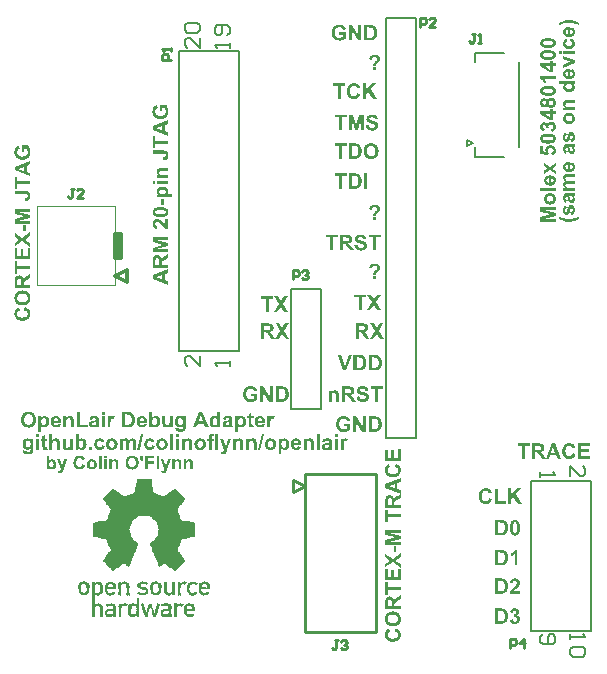
<source format=gto>
G04*
G04 #@! TF.GenerationSoftware,Altium Limited,Altium Designer,19.0.10 (269)*
G04*
G04 Layer_Color=65535*
%FSLAX25Y25*%
%MOIN*%
G70*
G01*
G75*
%ADD10C,0.01000*%
%ADD11C,0.00787*%
%ADD12C,0.01181*%
%ADD13C,0.00394*%
%ADD14C,0.00800*%
G36*
X545687Y337748D02*
X545839D01*
Y337596D01*
X545991D01*
Y337444D01*
X545839D01*
Y337292D01*
X545991D01*
Y337140D01*
Y336987D01*
Y336835D01*
Y336683D01*
X546143D01*
Y336531D01*
Y336379D01*
Y336227D01*
Y336075D01*
X546295D01*
Y335923D01*
X546143D01*
Y335771D01*
X546295D01*
Y335619D01*
X546143D01*
Y335467D01*
X546295D01*
Y335315D01*
Y335163D01*
Y335011D01*
X546448D01*
Y334859D01*
Y334707D01*
Y334555D01*
Y334403D01*
Y334251D01*
X546599D01*
Y334099D01*
X546448D01*
Y333947D01*
X546599D01*
Y333795D01*
X546448D01*
Y333643D01*
X546599D01*
Y333491D01*
X546752D01*
Y333338D01*
Y333187D01*
Y333034D01*
X546904D01*
Y333187D01*
X547056D01*
Y333034D01*
X547512D01*
Y332882D01*
X547664D01*
Y332730D01*
X548120D01*
Y332578D01*
X548272D01*
Y332426D01*
X548728D01*
Y332274D01*
X548880D01*
Y332426D01*
X549032D01*
Y332274D01*
X549184D01*
Y332122D01*
X549640D01*
Y331970D01*
X549792D01*
Y331818D01*
X549944D01*
Y331970D01*
X550096D01*
Y332122D01*
X550553D01*
Y332274D01*
X550705D01*
Y332426D01*
X550857D01*
Y332578D01*
X551009D01*
Y332730D01*
X551465D01*
Y332882D01*
X551617D01*
Y333034D01*
X551769D01*
Y333187D01*
X551921D01*
Y333338D01*
X552377D01*
Y333491D01*
X552529D01*
Y333643D01*
X552681D01*
Y333795D01*
X552833D01*
Y333947D01*
X553137D01*
Y334099D01*
Y334251D01*
X553593D01*
Y334403D01*
X553745D01*
Y334555D01*
X553897D01*
Y334403D01*
X554049D01*
Y334251D01*
X554201D01*
Y334099D01*
X554354D01*
Y333947D01*
X554505D01*
Y333795D01*
X554658D01*
Y333643D01*
X554810D01*
Y333491D01*
X554962D01*
Y333338D01*
X555114D01*
Y333187D01*
X555266D01*
Y333034D01*
X555418D01*
Y332882D01*
X555570D01*
Y332730D01*
X555722D01*
Y332578D01*
X555874D01*
Y332426D01*
X556026D01*
Y332274D01*
X556178D01*
Y332122D01*
X556330D01*
Y331970D01*
X556482D01*
Y331818D01*
X556634D01*
Y331666D01*
X556786D01*
Y331514D01*
X556938D01*
Y331362D01*
X557090D01*
Y331210D01*
X557242D01*
Y331058D01*
X557090D01*
Y330906D01*
X556938D01*
Y330754D01*
X556786D01*
Y330602D01*
X556634D01*
Y330450D01*
X556482D01*
Y330298D01*
X556634D01*
Y330146D01*
X556482D01*
Y329994D01*
X556330D01*
Y329842D01*
X556178D01*
Y329690D01*
X556026D01*
Y329538D01*
X555874D01*
Y329386D01*
X556026D01*
Y329234D01*
X555874D01*
Y329082D01*
X555722D01*
Y328929D01*
X555570D01*
Y328777D01*
X555418D01*
Y328625D01*
X555266D01*
Y328473D01*
X555418D01*
Y328321D01*
X555114D01*
Y328169D01*
Y328017D01*
X554962D01*
Y327865D01*
X554810D01*
Y327713D01*
X554658D01*
Y327561D01*
Y327409D01*
Y327257D01*
Y327105D01*
Y326953D01*
X554810D01*
Y326801D01*
Y326649D01*
X554962D01*
Y326497D01*
Y326345D01*
X555114D01*
Y326193D01*
Y326041D01*
Y325889D01*
X555266D01*
Y325737D01*
X555418D01*
Y325585D01*
X555266D01*
Y325433D01*
X555418D01*
Y325281D01*
X555570D01*
Y325129D01*
X555722D01*
Y324976D01*
X555570D01*
Y324824D01*
X555722D01*
Y324672D01*
X555570D01*
Y324520D01*
X555874D01*
Y324368D01*
Y324216D01*
X556026D01*
Y324064D01*
X556178D01*
Y323912D01*
X556938D01*
Y323760D01*
X557090D01*
Y323912D01*
X557242D01*
Y323760D01*
X557394D01*
Y323608D01*
X557546D01*
Y323760D01*
X557394D01*
Y323912D01*
X557546D01*
Y323760D01*
X557698D01*
Y323608D01*
X558459D01*
Y323456D01*
X558610D01*
Y323608D01*
X558763D01*
Y323456D01*
X559219D01*
Y323304D01*
X560283D01*
Y323152D01*
X560435D01*
Y323000D01*
X560587D01*
Y322848D01*
X560435D01*
Y322696D01*
X560587D01*
Y322544D01*
X560435D01*
Y322392D01*
X560587D01*
Y322240D01*
X560435D01*
Y322088D01*
X560587D01*
Y321936D01*
Y321784D01*
Y321632D01*
X560435D01*
Y321480D01*
X560587D01*
Y321328D01*
X560435D01*
Y321176D01*
X560587D01*
Y321024D01*
X560435D01*
Y320871D01*
X560587D01*
Y320719D01*
Y320567D01*
Y320415D01*
X560435D01*
Y320263D01*
X560587D01*
Y320111D01*
X560435D01*
Y319959D01*
X560587D01*
Y319807D01*
X560435D01*
Y319655D01*
X560587D01*
Y319503D01*
Y319351D01*
Y319199D01*
X560435D01*
Y319047D01*
X560587D01*
Y318895D01*
X560435D01*
Y318743D01*
X560587D01*
Y318591D01*
X560435D01*
Y318439D01*
X560283D01*
Y318287D01*
X560131D01*
Y318439D01*
X559979D01*
Y318287D01*
X559523D01*
Y318135D01*
X559371D01*
Y318287D01*
X559219D01*
Y318135D01*
X559067D01*
Y318287D01*
X558915D01*
Y318135D01*
X558763D01*
Y317983D01*
X558610D01*
Y318135D01*
X558459D01*
Y317983D01*
X557698D01*
Y317831D01*
X557546D01*
Y317983D01*
X557394D01*
Y317831D01*
X556938D01*
Y317679D01*
X556786D01*
Y317831D01*
X556634D01*
Y317679D01*
X556178D01*
Y317527D01*
X556026D01*
Y317375D01*
X555874D01*
Y317223D01*
X556026D01*
Y317071D01*
X555874D01*
Y316918D01*
X555722D01*
Y316767D01*
Y316614D01*
Y316462D01*
X555570D01*
Y316310D01*
Y316158D01*
Y316006D01*
X555418D01*
Y315854D01*
X555266D01*
Y315702D01*
X555418D01*
Y315550D01*
X555266D01*
Y315398D01*
X555114D01*
Y315246D01*
Y315094D01*
Y314942D01*
X554962D01*
Y314790D01*
X555114D01*
Y314638D01*
X554962D01*
Y314486D01*
X554810D01*
Y314334D01*
X554658D01*
Y314182D01*
X554810D01*
Y314030D01*
X554658D01*
Y313878D01*
X554810D01*
Y313726D01*
X554962D01*
Y313574D01*
X555114D01*
Y313422D01*
X555266D01*
Y313270D01*
X555418D01*
Y313118D01*
X555266D01*
Y312965D01*
X555418D01*
Y312813D01*
X555570D01*
Y312662D01*
X555722D01*
Y312509D01*
X555874D01*
Y312357D01*
X556026D01*
Y312205D01*
X555874D01*
Y312053D01*
X556178D01*
Y311901D01*
Y311749D01*
X556330D01*
Y311597D01*
X556482D01*
Y311445D01*
X556634D01*
Y311293D01*
Y311141D01*
X556786D01*
Y310989D01*
Y310837D01*
X556938D01*
Y310685D01*
X557090D01*
Y310533D01*
X557242D01*
Y310381D01*
X557090D01*
Y310229D01*
X556938D01*
Y310077D01*
X556786D01*
Y309925D01*
X556634D01*
Y309773D01*
X556482D01*
Y309621D01*
X556330D01*
Y309469D01*
X556178D01*
Y309317D01*
X556026D01*
Y309165D01*
X555874D01*
Y309013D01*
X555722D01*
Y308860D01*
X555570D01*
Y308709D01*
X555418D01*
Y308556D01*
X555266D01*
Y308404D01*
X555114D01*
Y308252D01*
X554962D01*
Y308100D01*
X554810D01*
Y307948D01*
X554658D01*
Y307796D01*
X554505D01*
Y307644D01*
X554354D01*
Y307492D01*
X554201D01*
Y307340D01*
X554049D01*
Y307188D01*
X553897D01*
Y307036D01*
X553745D01*
Y307188D01*
X553593D01*
Y307340D01*
X553441D01*
Y307492D01*
X553289D01*
Y307644D01*
X552833D01*
Y307796D01*
X552681D01*
Y307948D01*
X552529D01*
Y308100D01*
X552377D01*
Y308252D01*
X551921D01*
Y308404D01*
X551769D01*
Y308556D01*
X551617D01*
Y308709D01*
X551465D01*
Y308860D01*
X551009D01*
Y309013D01*
X550857D01*
Y309165D01*
X550705D01*
Y309317D01*
X550553D01*
Y309469D01*
X550096D01*
Y309317D01*
X549944D01*
Y309469D01*
X549792D01*
Y309317D01*
X549640D01*
Y309165D01*
X549488D01*
Y309013D01*
X549336D01*
Y309165D01*
X549184D01*
Y309013D01*
X549336D01*
Y308860D01*
X549184D01*
Y309013D01*
X549032D01*
Y308860D01*
X548880D01*
Y308709D01*
X548728D01*
Y308556D01*
X548576D01*
Y308709D01*
X548424D01*
Y308860D01*
X548272D01*
Y309013D01*
Y309165D01*
Y309317D01*
X548120D01*
Y309469D01*
X547968D01*
Y309621D01*
X548120D01*
Y309773D01*
X547968D01*
Y309925D01*
X547816D01*
Y310077D01*
Y310229D01*
Y310381D01*
X547664D01*
Y310533D01*
Y310685D01*
X547512D01*
Y310837D01*
Y310989D01*
X547360D01*
Y311141D01*
X547512D01*
Y311293D01*
X547360D01*
Y311445D01*
X547208D01*
Y311597D01*
X547056D01*
Y311749D01*
X547208D01*
Y311901D01*
X547056D01*
Y312053D01*
Y312205D01*
X546904D01*
Y312357D01*
Y312509D01*
X546752D01*
Y312662D01*
Y312813D01*
Y312965D01*
X546599D01*
Y313118D01*
X546448D01*
Y313270D01*
X546599D01*
Y313422D01*
X546448D01*
Y313574D01*
X546295D01*
Y313726D01*
Y313878D01*
Y314030D01*
X546143D01*
Y314182D01*
Y314334D01*
Y314486D01*
X545991D01*
Y314638D01*
X545839D01*
Y314790D01*
X545991D01*
Y314942D01*
X545839D01*
Y315094D01*
X545687D01*
Y315246D01*
Y315398D01*
Y315550D01*
X545535D01*
Y315702D01*
X545383D01*
Y315854D01*
Y316006D01*
Y316158D01*
Y316310D01*
Y316462D01*
X545535D01*
Y316310D01*
X545687D01*
Y316462D01*
X545839D01*
Y316614D01*
X545991D01*
Y316767D01*
X546143D01*
Y316918D01*
X546295D01*
Y317071D01*
X546448D01*
Y317223D01*
X546752D01*
Y317375D01*
Y317527D01*
X547056D01*
Y317679D01*
Y317831D01*
X547208D01*
Y317983D01*
X547360D01*
Y318135D01*
X547512D01*
Y318287D01*
X547664D01*
Y318439D01*
X547816D01*
Y318591D01*
X547664D01*
Y318743D01*
X547816D01*
Y318895D01*
X547968D01*
Y319047D01*
Y319199D01*
Y319351D01*
X548120D01*
Y319503D01*
X547968D01*
Y319655D01*
X548120D01*
Y319807D01*
Y319959D01*
Y320111D01*
X548272D01*
Y320263D01*
Y320415D01*
Y320567D01*
Y320719D01*
Y320871D01*
X548424D01*
Y321024D01*
X548272D01*
Y321176D01*
Y321328D01*
Y321480D01*
X548120D01*
Y321632D01*
Y321784D01*
Y321936D01*
X547968D01*
Y322088D01*
X548120D01*
Y322240D01*
X547968D01*
Y322392D01*
Y322544D01*
X547816D01*
Y322696D01*
Y322848D01*
X547664D01*
Y323000D01*
Y323152D01*
Y323304D01*
X547512D01*
Y323456D01*
X547360D01*
Y323608D01*
X547208D01*
Y323760D01*
X547056D01*
Y323912D01*
Y324064D01*
X546752D01*
Y324216D01*
X546599D01*
Y324368D01*
X546448D01*
Y324520D01*
X546295D01*
Y324672D01*
X546143D01*
Y324824D01*
X545991D01*
Y324976D01*
X545535D01*
Y325129D01*
X545383D01*
Y325281D01*
X544927D01*
Y325433D01*
X544775D01*
Y325281D01*
X544623D01*
Y325433D01*
X544471D01*
Y325585D01*
X544319D01*
Y325433D01*
X544167D01*
Y325585D01*
X543711D01*
Y325433D01*
X543559D01*
Y325585D01*
X543103D01*
Y325433D01*
X542951D01*
Y325585D01*
X542799D01*
Y325433D01*
X542647D01*
Y325585D01*
X542494D01*
Y325433D01*
X542343D01*
Y325281D01*
X542191D01*
Y325433D01*
X542038D01*
Y325281D01*
X541582D01*
Y325129D01*
X541430D01*
Y324976D01*
X540974D01*
Y324824D01*
X540822D01*
Y324672D01*
X540670D01*
Y324520D01*
X540518D01*
Y324368D01*
X540214D01*
Y324216D01*
Y324064D01*
X539910D01*
Y323912D01*
Y323760D01*
X539758D01*
Y323608D01*
X539606D01*
Y323456D01*
X539454D01*
Y323304D01*
Y323152D01*
X539302D01*
Y323000D01*
Y322848D01*
X539150D01*
Y322696D01*
X538998D01*
Y322544D01*
Y322392D01*
Y322240D01*
X538846D01*
Y322088D01*
X538998D01*
Y321936D01*
X538846D01*
Y321784D01*
X538694D01*
Y321632D01*
X538846D01*
Y321480D01*
X538694D01*
Y321328D01*
Y321176D01*
Y321024D01*
X538542D01*
Y320871D01*
X538694D01*
Y320719D01*
Y320567D01*
Y320415D01*
Y320263D01*
Y320111D01*
X538846D01*
Y319959D01*
X538694D01*
Y319807D01*
X538846D01*
Y319655D01*
X538998D01*
Y319503D01*
X538846D01*
Y319351D01*
X538998D01*
Y319199D01*
Y319047D01*
Y318895D01*
X539150D01*
Y318743D01*
X539302D01*
Y318591D01*
X539150D01*
Y318439D01*
X539302D01*
Y318287D01*
X539454D01*
Y318135D01*
X539606D01*
Y317983D01*
X539758D01*
Y317831D01*
X539910D01*
Y317679D01*
Y317527D01*
X540214D01*
Y317375D01*
Y317223D01*
X540518D01*
Y317071D01*
X540670D01*
Y316918D01*
X540822D01*
Y316767D01*
X540974D01*
Y316614D01*
X541126D01*
Y316462D01*
X541278D01*
Y316310D01*
X541582D01*
Y316158D01*
Y316006D01*
Y315854D01*
X541430D01*
Y315702D01*
Y315550D01*
X541278D01*
Y315398D01*
Y315246D01*
Y315094D01*
X541126D01*
Y314942D01*
X540974D01*
Y314790D01*
X541126D01*
Y314638D01*
X540974D01*
Y314486D01*
X540822D01*
Y314334D01*
Y314182D01*
Y314030D01*
X540670D01*
Y313878D01*
Y313726D01*
Y313574D01*
X540518D01*
Y313422D01*
X540366D01*
Y313270D01*
X540518D01*
Y313118D01*
X540366D01*
Y312965D01*
X540214D01*
Y312813D01*
X540062D01*
Y312662D01*
X540214D01*
Y312509D01*
X540062D01*
Y312357D01*
Y312205D01*
Y312053D01*
X539910D01*
Y311901D01*
X539758D01*
Y311749D01*
X539910D01*
Y311597D01*
X539758D01*
Y311445D01*
X539606D01*
Y311293D01*
X539454D01*
Y311141D01*
X539606D01*
Y310989D01*
X539454D01*
Y310837D01*
X539302D01*
Y310685D01*
Y310533D01*
Y310381D01*
X539150D01*
Y310229D01*
Y310077D01*
Y309925D01*
X538998D01*
Y309773D01*
X538846D01*
Y309621D01*
X538998D01*
Y309469D01*
X538846D01*
Y309317D01*
X538694D01*
Y309165D01*
Y309013D01*
Y308860D01*
X538542D01*
Y308709D01*
X538389D01*
Y308556D01*
X538237D01*
Y308709D01*
X538086D01*
Y308860D01*
X537933D01*
Y309013D01*
X537781D01*
Y309165D01*
X537629D01*
Y309013D01*
X537781D01*
Y308860D01*
X537629D01*
Y309013D01*
X537477D01*
Y309165D01*
X537325D01*
Y309317D01*
X537173D01*
Y309469D01*
X536413D01*
Y309317D01*
X536261D01*
Y309165D01*
X536109D01*
Y309013D01*
X535957D01*
Y308860D01*
X535501D01*
Y308709D01*
X535349D01*
Y308556D01*
X535197D01*
Y308404D01*
X535045D01*
Y308252D01*
X534589D01*
Y308100D01*
X534437D01*
Y307948D01*
X534284D01*
Y307796D01*
X534132D01*
Y307644D01*
X533676D01*
Y307492D01*
X533828D01*
Y307340D01*
X533676D01*
Y307492D01*
X533524D01*
Y307340D01*
X533372D01*
Y307188D01*
X533220D01*
Y307036D01*
X533068D01*
Y307188D01*
X532916D01*
Y307340D01*
X532764D01*
Y307492D01*
X532612D01*
Y307644D01*
X532460D01*
Y307796D01*
X532308D01*
Y307948D01*
X532156D01*
Y308100D01*
X532004D01*
Y308252D01*
X531852D01*
Y308404D01*
X531700D01*
Y308556D01*
X531548D01*
Y308709D01*
X531396D01*
Y308860D01*
X531244D01*
Y309013D01*
X531092D01*
Y309165D01*
X530940D01*
Y309317D01*
X530788D01*
Y309469D01*
X530636D01*
Y309621D01*
X530484D01*
Y309773D01*
X530332D01*
Y309925D01*
X530180D01*
Y310077D01*
X530027D01*
Y310229D01*
X529875D01*
Y310381D01*
X529723D01*
Y310533D01*
X529875D01*
Y310685D01*
X530027D01*
Y310837D01*
X530180D01*
Y310989D01*
Y311141D01*
X530332D01*
Y311293D01*
Y311445D01*
X530484D01*
Y311597D01*
X530636D01*
Y311749D01*
X530788D01*
Y311901D01*
X530940D01*
Y312053D01*
X531092D01*
Y312205D01*
X530940D01*
Y312357D01*
X531092D01*
Y312509D01*
X531244D01*
Y312662D01*
X531396D01*
Y312813D01*
X531548D01*
Y312965D01*
X531700D01*
Y313118D01*
X531548D01*
Y313270D01*
X531700D01*
Y313422D01*
X531852D01*
Y313574D01*
X532004D01*
Y313726D01*
X532156D01*
Y313878D01*
X532308D01*
Y314030D01*
X532156D01*
Y314182D01*
X532308D01*
Y314334D01*
X532156D01*
Y314486D01*
X532004D01*
Y314638D01*
X531852D01*
Y314790D01*
X532004D01*
Y314942D01*
X531852D01*
Y315094D01*
Y315246D01*
Y315398D01*
X531700D01*
Y315550D01*
X531548D01*
Y315702D01*
X531700D01*
Y315854D01*
X531548D01*
Y316006D01*
X531396D01*
Y316158D01*
Y316310D01*
Y316462D01*
X531244D01*
Y316614D01*
Y316767D01*
Y316918D01*
X531092D01*
Y317071D01*
X530940D01*
Y317223D01*
X531092D01*
Y317375D01*
X530940D01*
Y317527D01*
X530788D01*
Y317679D01*
X530027D01*
Y317831D01*
X529875D01*
Y317679D01*
X529723D01*
Y317831D01*
X529571D01*
Y317983D01*
X529419D01*
Y317831D01*
X529267D01*
Y317983D01*
X528507D01*
Y318135D01*
X528355D01*
Y317983D01*
X528203D01*
Y318135D01*
X528051D01*
Y318287D01*
X527899D01*
Y318135D01*
X527747D01*
Y318287D01*
X526987D01*
Y318439D01*
X526835D01*
Y318287D01*
X526683D01*
Y318439D01*
X526531D01*
Y318591D01*
X526379D01*
Y318743D01*
X526531D01*
Y318895D01*
X526379D01*
Y319047D01*
X526531D01*
Y319199D01*
X526379D01*
Y319351D01*
Y319503D01*
Y319655D01*
X526531D01*
Y319807D01*
X526379D01*
Y319959D01*
X526531D01*
Y320111D01*
X526379D01*
Y320263D01*
X526531D01*
Y320415D01*
X526379D01*
Y320567D01*
Y320719D01*
Y320871D01*
X526531D01*
Y321024D01*
X526379D01*
Y321176D01*
X526531D01*
Y321328D01*
X526379D01*
Y321480D01*
X526531D01*
Y321632D01*
X526379D01*
Y321784D01*
Y321936D01*
Y322088D01*
X526531D01*
Y322240D01*
X526379D01*
Y322392D01*
X526531D01*
Y322544D01*
X526379D01*
Y322696D01*
X526531D01*
Y322848D01*
X526379D01*
Y323000D01*
X526531D01*
Y323152D01*
X526683D01*
Y323304D01*
X526835D01*
Y323152D01*
X526987D01*
Y323304D01*
X527443D01*
Y323456D01*
X527595D01*
Y323304D01*
X527747D01*
Y323456D01*
X527899D01*
Y323304D01*
X528051D01*
Y323456D01*
X528203D01*
Y323608D01*
X528355D01*
Y323456D01*
X528507D01*
Y323608D01*
X529267D01*
Y323760D01*
X529419D01*
Y323608D01*
X529571D01*
Y323760D01*
X529723D01*
Y323912D01*
X529875D01*
Y323760D01*
X530027D01*
Y323912D01*
X530788D01*
Y324064D01*
X530940D01*
Y324216D01*
X531092D01*
Y324368D01*
X531244D01*
Y324520D01*
X531396D01*
Y324672D01*
X531244D01*
Y324824D01*
X531396D01*
Y324976D01*
X531244D01*
Y325129D01*
X531396D01*
Y325281D01*
X531548D01*
Y325433D01*
X531700D01*
Y325585D01*
X531548D01*
Y325737D01*
X531700D01*
Y325889D01*
X531852D01*
Y326041D01*
Y326193D01*
Y326345D01*
X532004D01*
Y326497D01*
X532156D01*
Y326649D01*
Y326801D01*
Y326953D01*
X532308D01*
Y327105D01*
X532156D01*
Y327257D01*
X532308D01*
Y327409D01*
Y327561D01*
Y327713D01*
X532156D01*
Y327865D01*
X532004D01*
Y328017D01*
X531852D01*
Y328169D01*
X531700D01*
Y328321D01*
X531548D01*
Y328473D01*
X531700D01*
Y328625D01*
X531548D01*
Y328777D01*
X531396D01*
Y328929D01*
X531244D01*
Y329082D01*
X531092D01*
Y329234D01*
X530940D01*
Y329386D01*
X531092D01*
Y329538D01*
X530940D01*
Y329690D01*
X530788D01*
Y329842D01*
X530636D01*
Y329994D01*
X530484D01*
Y330146D01*
X530332D01*
Y330298D01*
X530484D01*
Y330450D01*
X530180D01*
Y330602D01*
Y330754D01*
X530027D01*
Y330906D01*
X529875D01*
Y331058D01*
X529723D01*
Y331210D01*
X529875D01*
Y331362D01*
X530027D01*
Y331514D01*
X530180D01*
Y331666D01*
X530332D01*
Y331818D01*
X530484D01*
Y331970D01*
X530636D01*
Y332122D01*
X530788D01*
Y332274D01*
X530940D01*
Y332426D01*
X531092D01*
Y332578D01*
X531244D01*
Y332730D01*
X531396D01*
Y332882D01*
Y333034D01*
X531700D01*
Y333187D01*
X531852D01*
Y333338D01*
X532004D01*
Y333491D01*
X532156D01*
Y333643D01*
X532308D01*
Y333795D01*
X532460D01*
Y333947D01*
X532612D01*
Y334099D01*
Y334251D01*
X532916D01*
Y334403D01*
X533068D01*
Y334555D01*
X533220D01*
Y334403D01*
X533372D01*
Y334251D01*
X533524D01*
Y334099D01*
X533676D01*
Y334251D01*
X533828D01*
Y334099D01*
X533981D01*
Y333947D01*
X534132D01*
Y333795D01*
X534284D01*
Y333643D01*
X534437D01*
Y333491D01*
X534589D01*
Y333338D01*
X535045D01*
Y333187D01*
X535197D01*
Y333034D01*
X535349D01*
Y332882D01*
X535501D01*
Y332730D01*
X535957D01*
Y332578D01*
X536109D01*
Y332426D01*
X536261D01*
Y332274D01*
X536413D01*
Y332122D01*
X536869D01*
Y331970D01*
X537021D01*
Y331818D01*
X537173D01*
Y331970D01*
X537325D01*
Y332122D01*
X537477D01*
Y331970D01*
X537629D01*
Y332122D01*
X537781D01*
Y332274D01*
X537933D01*
Y332426D01*
X538086D01*
Y332274D01*
X538237D01*
Y332426D01*
X538694D01*
Y332578D01*
X538846D01*
Y332730D01*
X539302D01*
Y332882D01*
X539454D01*
Y333034D01*
X539606D01*
Y332882D01*
X539758D01*
Y333034D01*
X540214D01*
Y333187D01*
Y333338D01*
X540366D01*
Y333491D01*
Y333643D01*
X540518D01*
Y333795D01*
X540366D01*
Y333947D01*
X540518D01*
Y334099D01*
X540366D01*
Y334251D01*
X540518D01*
Y334403D01*
Y334555D01*
Y334707D01*
Y334859D01*
Y335011D01*
X540670D01*
Y335163D01*
Y335315D01*
Y335467D01*
X540822D01*
Y335619D01*
X540670D01*
Y335771D01*
X540822D01*
Y335923D01*
X540670D01*
Y336075D01*
X540822D01*
Y336227D01*
Y336379D01*
Y336531D01*
X540974D01*
Y336683D01*
X540822D01*
Y336835D01*
X540974D01*
Y336987D01*
Y337140D01*
Y337292D01*
X541126D01*
Y337444D01*
X540974D01*
Y337596D01*
X541126D01*
Y337748D01*
X540974D01*
Y337900D01*
X545687D01*
Y337748D01*
D02*
G37*
G36*
X563780Y303539D02*
X564236D01*
Y303387D01*
X564388D01*
Y303539D01*
X564540D01*
Y303387D01*
X564692D01*
Y303235D01*
X564844D01*
Y303083D01*
X564996D01*
Y302931D01*
X565148D01*
Y302779D01*
Y302627D01*
X565300D01*
Y302475D01*
Y302323D01*
X565452D01*
Y302171D01*
X565300D01*
Y302019D01*
X565452D01*
Y301867D01*
Y301715D01*
Y301563D01*
Y301411D01*
Y301259D01*
Y301107D01*
Y300955D01*
X562564D01*
Y300802D01*
X562715D01*
Y300651D01*
X562564D01*
Y300499D01*
X562715D01*
Y300346D01*
Y300194D01*
X563020D01*
Y300042D01*
X563172D01*
Y299890D01*
X563324D01*
Y299738D01*
X563476D01*
Y299890D01*
X563628D01*
Y299738D01*
X563780D01*
Y299890D01*
X564236D01*
Y300042D01*
X564388D01*
Y300194D01*
X564844D01*
Y300042D01*
X564996D01*
Y299890D01*
X565148D01*
Y299738D01*
X565300D01*
Y299586D01*
X565148D01*
Y299434D01*
X564996D01*
Y299282D01*
X564844D01*
Y299130D01*
X564388D01*
Y298978D01*
X564236D01*
Y299130D01*
X564084D01*
Y298978D01*
X564236D01*
Y298826D01*
X564084D01*
Y298978D01*
X563932D01*
Y298826D01*
X563780D01*
Y298978D01*
X563628D01*
Y298826D01*
X563476D01*
Y298978D01*
X563324D01*
Y298826D01*
X563172D01*
Y298978D01*
X563020D01*
Y299130D01*
X562564D01*
Y299282D01*
X562411D01*
Y299434D01*
X562259D01*
Y299586D01*
X562107D01*
Y299738D01*
X561955D01*
Y299890D01*
Y300042D01*
X561803D01*
Y300194D01*
Y300346D01*
Y300499D01*
Y300651D01*
X561651D01*
Y300802D01*
X561803D01*
Y300955D01*
X561651D01*
Y301107D01*
X561803D01*
Y301259D01*
X561651D01*
Y301411D01*
X561803D01*
Y301563D01*
X561651D01*
Y301715D01*
X561803D01*
Y301867D01*
X561651D01*
Y302019D01*
X561803D01*
Y302171D01*
Y302323D01*
Y302475D01*
X561955D01*
Y302627D01*
X562107D01*
Y302779D01*
X561955D01*
Y302931D01*
X562259D01*
Y303083D01*
Y303235D01*
X562715D01*
Y303387D01*
X562868D01*
Y303539D01*
X563324D01*
Y303691D01*
X563476D01*
Y303539D01*
X563628D01*
Y303691D01*
X563780D01*
Y303539D01*
D02*
G37*
G36*
X560131D02*
X560587D01*
Y303387D01*
X560739D01*
Y303235D01*
X561195D01*
Y303083D01*
X561347D01*
Y302931D01*
X561499D01*
Y302779D01*
X561347D01*
Y302627D01*
X561195D01*
Y302475D01*
X561043D01*
Y302323D01*
X560891D01*
Y302171D01*
X560739D01*
Y302323D01*
X560587D01*
Y302475D01*
X560435D01*
Y302627D01*
X559979D01*
Y302779D01*
X559827D01*
Y302627D01*
X559675D01*
Y302779D01*
X559523D01*
Y302627D01*
X559371D01*
Y302475D01*
X558915D01*
Y302323D01*
Y302171D01*
X558610D01*
Y302019D01*
X558763D01*
Y301867D01*
X558610D01*
Y301715D01*
X558763D01*
Y301563D01*
X558610D01*
Y301411D01*
X558763D01*
Y301259D01*
X558610D01*
Y301107D01*
X558763D01*
Y300955D01*
X558610D01*
Y300802D01*
X558763D01*
Y300651D01*
Y300499D01*
Y300346D01*
X558915D01*
Y300194D01*
X559067D01*
Y300042D01*
X559219D01*
Y299890D01*
X560283D01*
Y300042D01*
X560435D01*
Y300194D01*
X560891D01*
Y300042D01*
X561043D01*
Y299890D01*
X561499D01*
Y299738D01*
X561347D01*
Y299586D01*
X561195D01*
Y299434D01*
X561043D01*
Y299282D01*
X560891D01*
Y299130D01*
X560435D01*
Y298978D01*
X559979D01*
Y298826D01*
X559827D01*
Y298978D01*
X559675D01*
Y298826D01*
X559523D01*
Y298978D01*
X559371D01*
Y299130D01*
X559219D01*
Y298978D01*
X559371D01*
Y298826D01*
X559219D01*
Y298978D01*
X559067D01*
Y299130D01*
X558610D01*
Y299282D01*
X558459D01*
Y299434D01*
X558306D01*
Y299586D01*
X558154D01*
Y299738D01*
X558002D01*
Y299890D01*
Y300042D01*
Y300194D01*
X557850D01*
Y300346D01*
X557698D01*
Y300499D01*
X557850D01*
Y300651D01*
X557698D01*
Y300802D01*
X557850D01*
Y300955D01*
X557698D01*
Y301107D01*
X557850D01*
Y301259D01*
X557698D01*
Y301411D01*
X557850D01*
Y301563D01*
X557698D01*
Y301715D01*
X557850D01*
Y301867D01*
X557698D01*
Y302019D01*
X557850D01*
Y302171D01*
Y302323D01*
Y302475D01*
X558002D01*
Y302627D01*
X558154D01*
Y302779D01*
Y302931D01*
X558459D01*
Y303083D01*
Y303235D01*
X558763D01*
Y303387D01*
X558915D01*
Y303539D01*
X559371D01*
Y303691D01*
X559523D01*
Y303539D01*
X559675D01*
Y303691D01*
X559827D01*
Y303539D01*
X559979D01*
Y303691D01*
X560131D01*
Y303539D01*
D02*
G37*
G36*
X557090D02*
X557546D01*
Y303387D01*
X557698D01*
Y303235D01*
X557850D01*
Y303083D01*
X557698D01*
Y302931D01*
X557546D01*
Y302779D01*
X557394D01*
Y302627D01*
X557242D01*
Y302475D01*
X556786D01*
Y302627D01*
X556634D01*
Y302779D01*
X556482D01*
Y302627D01*
X556330D01*
Y302779D01*
X556178D01*
Y302627D01*
X556026D01*
Y302475D01*
X555874D01*
Y302323D01*
X555722D01*
Y302171D01*
X555570D01*
Y302019D01*
X555722D01*
Y301867D01*
X555570D01*
Y301715D01*
X555722D01*
Y301563D01*
X555570D01*
Y301411D01*
X555722D01*
Y301259D01*
X555570D01*
Y301107D01*
X555722D01*
Y300955D01*
X555570D01*
Y300802D01*
X555722D01*
Y300651D01*
X555570D01*
Y300499D01*
X555722D01*
Y300346D01*
X555570D01*
Y300194D01*
X555722D01*
Y300042D01*
X555570D01*
Y299890D01*
X555722D01*
Y299738D01*
X555570D01*
Y299586D01*
X555722D01*
Y299434D01*
X555570D01*
Y299282D01*
X555722D01*
Y299130D01*
X555570D01*
Y298978D01*
X555722D01*
Y298826D01*
X555570D01*
Y298978D01*
X555114D01*
Y299130D01*
X554962D01*
Y298978D01*
X555114D01*
Y298826D01*
X554962D01*
Y298978D01*
X554810D01*
Y299130D01*
X554658D01*
Y299282D01*
X554810D01*
Y299434D01*
X554658D01*
Y299586D01*
X554810D01*
Y299738D01*
X554658D01*
Y299890D01*
X554810D01*
Y300042D01*
X554658D01*
Y300194D01*
X554810D01*
Y300346D01*
X554658D01*
Y300499D01*
X554810D01*
Y300651D01*
X554658D01*
Y300802D01*
X554810D01*
Y300955D01*
X554658D01*
Y301107D01*
X554810D01*
Y301259D01*
X554658D01*
Y301411D01*
X554810D01*
Y301563D01*
X554658D01*
Y301715D01*
X554810D01*
Y301867D01*
X554658D01*
Y302019D01*
X554810D01*
Y302171D01*
X554658D01*
Y302323D01*
X554810D01*
Y302475D01*
X554658D01*
Y302627D01*
X554810D01*
Y302779D01*
X554658D01*
Y302931D01*
X554810D01*
Y303083D01*
X554658D01*
Y303235D01*
X554810D01*
Y303387D01*
X554658D01*
Y303539D01*
X555722D01*
Y303387D01*
X555570D01*
Y303235D01*
X556026D01*
Y303387D01*
X556178D01*
Y303539D01*
X556634D01*
Y303691D01*
X556786D01*
Y303539D01*
X556938D01*
Y303691D01*
X557090D01*
Y303539D01*
D02*
G37*
G36*
X547664D02*
X548120D01*
Y303387D01*
X548272D01*
Y303235D01*
X548728D01*
Y303083D01*
X548880D01*
Y302931D01*
X549032D01*
Y302779D01*
X548880D01*
Y302627D01*
X549032D01*
Y302475D01*
X549184D01*
Y302323D01*
X549336D01*
Y302171D01*
X549184D01*
Y302019D01*
X549336D01*
Y301867D01*
X549184D01*
Y301715D01*
X549336D01*
Y301563D01*
X549184D01*
Y301411D01*
X549336D01*
Y301259D01*
X549184D01*
Y301107D01*
X549336D01*
Y300955D01*
X549184D01*
Y300802D01*
X549336D01*
Y300651D01*
X549184D01*
Y300499D01*
X549336D01*
Y300346D01*
X549184D01*
Y300194D01*
Y300042D01*
Y299890D01*
X549032D01*
Y299738D01*
X548880D01*
Y299586D01*
X548728D01*
Y299434D01*
X548576D01*
Y299282D01*
X548424D01*
Y299130D01*
X547968D01*
Y298978D01*
X547816D01*
Y298826D01*
X547664D01*
Y298978D01*
X547512D01*
Y298826D01*
X547360D01*
Y298978D01*
X547208D01*
Y299130D01*
X547056D01*
Y298978D01*
X547208D01*
Y298826D01*
X547056D01*
Y298978D01*
X546904D01*
Y299130D01*
X546752D01*
Y298978D01*
X546599D01*
Y299130D01*
X546448D01*
Y299282D01*
X546295D01*
Y299434D01*
X545839D01*
Y299586D01*
X545991D01*
Y299738D01*
X545839D01*
Y299890D01*
X545687D01*
Y300042D01*
X545535D01*
Y300194D01*
X545687D01*
Y300346D01*
X545535D01*
Y300499D01*
X545687D01*
Y300651D01*
X545535D01*
Y300802D01*
Y300955D01*
Y301107D01*
Y301259D01*
Y301411D01*
Y301563D01*
Y301715D01*
Y301867D01*
Y302019D01*
X545687D01*
Y302171D01*
X545535D01*
Y302323D01*
X545687D01*
Y302475D01*
Y302627D01*
Y302779D01*
X545839D01*
Y302931D01*
X545991D01*
Y303083D01*
X546143D01*
Y303235D01*
X546295D01*
Y303387D01*
X546448D01*
Y303539D01*
X546599D01*
Y303387D01*
X546752D01*
Y303539D01*
X547208D01*
Y303691D01*
X547360D01*
Y303539D01*
X547512D01*
Y303691D01*
X547664D01*
Y303539D01*
D02*
G37*
G36*
X532460D02*
X532916D01*
Y303387D01*
X533068D01*
Y303235D01*
X533524D01*
Y303083D01*
X533676D01*
Y302931D01*
X533828D01*
Y302779D01*
Y302627D01*
X533981D01*
Y302475D01*
Y302323D01*
X534132D01*
Y302171D01*
X533981D01*
Y302019D01*
X534132D01*
Y301867D01*
X533981D01*
Y301715D01*
X534132D01*
Y301563D01*
Y301411D01*
Y301259D01*
Y301107D01*
Y300955D01*
X531244D01*
Y300802D01*
X531396D01*
Y300651D01*
X531244D01*
Y300499D01*
X531396D01*
Y300346D01*
Y300194D01*
X531700D01*
Y300042D01*
X531548D01*
Y299890D01*
X532004D01*
Y299738D01*
X532156D01*
Y299890D01*
X532308D01*
Y299738D01*
X532460D01*
Y299890D01*
X532612D01*
Y299738D01*
X532764D01*
Y299890D01*
X532916D01*
Y300042D01*
X533068D01*
Y300194D01*
X533524D01*
Y300042D01*
X533676D01*
Y299890D01*
X533828D01*
Y299738D01*
X533981D01*
Y299586D01*
X533828D01*
Y299434D01*
X533676D01*
Y299282D01*
X533524D01*
Y299130D01*
X533068D01*
Y298978D01*
X532612D01*
Y298826D01*
X532460D01*
Y298978D01*
X532308D01*
Y298826D01*
X532156D01*
Y298978D01*
X532004D01*
Y299130D01*
X531852D01*
Y298978D01*
X532004D01*
Y298826D01*
X531852D01*
Y298978D01*
X531700D01*
Y299130D01*
X531244D01*
Y299282D01*
X531092D01*
Y299434D01*
X530940D01*
Y299586D01*
X530788D01*
Y299738D01*
X530636D01*
Y299890D01*
Y300042D01*
Y300194D01*
X530484D01*
Y300346D01*
X530332D01*
Y300499D01*
X530484D01*
Y300651D01*
X530332D01*
Y300802D01*
X530484D01*
Y300955D01*
X530332D01*
Y301107D01*
X530484D01*
Y301259D01*
X530332D01*
Y301411D01*
X530484D01*
Y301563D01*
X530332D01*
Y301715D01*
X530484D01*
Y301867D01*
X530332D01*
Y302019D01*
X530484D01*
Y302171D01*
Y302323D01*
Y302475D01*
X530636D01*
Y302627D01*
X530788D01*
Y302779D01*
Y302931D01*
Y303083D01*
X530940D01*
Y303235D01*
X531396D01*
Y303387D01*
X531548D01*
Y303539D01*
X532004D01*
Y303691D01*
X532156D01*
Y303539D01*
X532308D01*
Y303691D01*
X532460D01*
Y303539D01*
D02*
G37*
G36*
X528507D02*
X528963D01*
Y303387D01*
X529115D01*
Y303235D01*
X529267D01*
Y303083D01*
X529419D01*
Y302931D01*
X529571D01*
Y302779D01*
Y302627D01*
Y302475D01*
X529723D01*
Y302323D01*
Y302171D01*
Y302019D01*
Y301867D01*
Y301715D01*
X529875D01*
Y301563D01*
X529723D01*
Y301411D01*
Y301259D01*
Y301107D01*
X529875D01*
Y300955D01*
X529723D01*
Y300802D01*
Y300651D01*
Y300499D01*
Y300346D01*
Y300194D01*
Y300042D01*
Y299890D01*
X529571D01*
Y299738D01*
X529419D01*
Y299586D01*
X529571D01*
Y299434D01*
X529115D01*
Y299282D01*
X528963D01*
Y299130D01*
X528811D01*
Y298978D01*
X528355D01*
Y298826D01*
X528203D01*
Y298978D01*
X528051D01*
Y298826D01*
X527899D01*
Y298978D01*
X527747D01*
Y299130D01*
X527291D01*
Y299282D01*
X527139D01*
Y299434D01*
X526987D01*
Y299282D01*
Y299130D01*
Y298978D01*
X527139D01*
Y298826D01*
X526987D01*
Y298674D01*
Y298522D01*
Y298370D01*
X527139D01*
Y298218D01*
X526987D01*
Y298066D01*
Y297914D01*
Y297762D01*
X527139D01*
Y297610D01*
X526987D01*
Y297458D01*
Y297306D01*
Y297154D01*
X527139D01*
Y297002D01*
X526987D01*
Y296850D01*
Y296697D01*
Y296546D01*
X527139D01*
Y296393D01*
X526987D01*
Y296241D01*
Y296089D01*
Y295937D01*
X527139D01*
Y296089D01*
X527291D01*
Y296241D01*
X527747D01*
Y296393D01*
X527899D01*
Y296241D01*
X528051D01*
Y296393D01*
X528507D01*
Y296241D01*
X528963D01*
Y296089D01*
X529115D01*
Y295937D01*
X529267D01*
Y295785D01*
X529419D01*
Y295633D01*
X529571D01*
Y295481D01*
Y295329D01*
X529723D01*
Y295177D01*
Y295025D01*
Y294873D01*
Y294721D01*
Y294569D01*
Y294417D01*
X529875D01*
Y294265D01*
X529723D01*
Y294113D01*
Y293961D01*
Y293809D01*
X529875D01*
Y293657D01*
X529723D01*
Y293505D01*
Y293353D01*
Y293201D01*
X529875D01*
Y293049D01*
X529723D01*
Y292897D01*
Y292744D01*
Y292593D01*
X529875D01*
Y292441D01*
X529723D01*
Y292288D01*
Y292136D01*
Y291984D01*
X529875D01*
Y291832D01*
X529723D01*
Y291680D01*
X529571D01*
Y291832D01*
X529419D01*
Y291680D01*
X529267D01*
Y291832D01*
X529115D01*
Y291680D01*
X528963D01*
Y291832D01*
X528811D01*
Y291984D01*
Y292136D01*
Y292288D01*
X528963D01*
Y292441D01*
X528811D01*
Y292593D01*
Y292744D01*
Y292897D01*
X528963D01*
Y293049D01*
X528811D01*
Y293201D01*
Y293353D01*
Y293505D01*
X528963D01*
Y293657D01*
X528811D01*
Y293809D01*
Y293961D01*
Y294113D01*
X528963D01*
Y294265D01*
X528811D01*
Y294417D01*
Y294569D01*
Y294721D01*
Y294873D01*
X528659D01*
Y295025D01*
Y295177D01*
X528507D01*
Y295329D01*
X528355D01*
Y295481D01*
X528203D01*
Y295329D01*
X528051D01*
Y295481D01*
X527595D01*
Y295329D01*
X527443D01*
Y295177D01*
X527291D01*
Y295025D01*
X527139D01*
Y294873D01*
X526987D01*
Y294721D01*
X527139D01*
Y294569D01*
X526987D01*
Y294417D01*
Y294265D01*
Y294113D01*
X527139D01*
Y293961D01*
X526987D01*
Y293809D01*
Y293657D01*
Y293505D01*
X527139D01*
Y293353D01*
X526987D01*
Y293201D01*
Y293049D01*
Y292897D01*
X527139D01*
Y292744D01*
X526987D01*
Y292593D01*
Y292441D01*
Y292288D01*
X527139D01*
Y292136D01*
X526987D01*
Y291984D01*
Y291832D01*
Y291680D01*
X526835D01*
Y291832D01*
X526683D01*
Y291680D01*
X526531D01*
Y291832D01*
X526379D01*
Y291680D01*
X526227D01*
Y291832D01*
X526075D01*
Y291984D01*
X526227D01*
Y292136D01*
X526075D01*
Y292288D01*
Y292441D01*
Y292593D01*
X526227D01*
Y292744D01*
X526075D01*
Y292897D01*
Y293049D01*
Y293201D01*
X526227D01*
Y293353D01*
X526075D01*
Y293505D01*
Y293657D01*
Y293809D01*
X526227D01*
Y293961D01*
X526075D01*
Y294113D01*
Y294265D01*
Y294417D01*
X526227D01*
Y294569D01*
X526075D01*
Y294721D01*
Y294873D01*
Y295025D01*
X526227D01*
Y295177D01*
X526075D01*
Y295329D01*
Y295481D01*
Y295633D01*
X526227D01*
Y295785D01*
X526075D01*
Y295937D01*
Y296089D01*
Y296241D01*
X526227D01*
Y296393D01*
X526075D01*
Y296546D01*
Y296697D01*
Y296850D01*
X526227D01*
Y297002D01*
X526075D01*
Y297154D01*
Y297306D01*
Y297458D01*
X526227D01*
Y297610D01*
X526075D01*
Y297762D01*
Y297914D01*
Y298066D01*
X526227D01*
Y298218D01*
X526075D01*
Y298370D01*
Y298522D01*
Y298674D01*
X526227D01*
Y298826D01*
X526075D01*
Y298978D01*
Y299130D01*
Y299282D01*
X526227D01*
Y299434D01*
X526075D01*
Y299586D01*
Y299738D01*
Y299890D01*
X526227D01*
Y300042D01*
X526075D01*
Y300194D01*
Y300346D01*
Y300499D01*
X526227D01*
Y300651D01*
X526075D01*
Y300802D01*
Y300955D01*
Y301107D01*
X526227D01*
Y301259D01*
X526075D01*
Y301411D01*
Y301563D01*
Y301715D01*
X526227D01*
Y301867D01*
X526075D01*
Y302019D01*
Y302171D01*
Y302323D01*
X526227D01*
Y302475D01*
X526075D01*
Y302627D01*
Y302779D01*
Y302931D01*
X526227D01*
Y303083D01*
X526075D01*
Y303235D01*
Y303387D01*
Y303539D01*
X526987D01*
Y303387D01*
Y303235D01*
X527443D01*
Y303387D01*
X527595D01*
Y303539D01*
X528051D01*
Y303691D01*
X528203D01*
Y303539D01*
X528355D01*
Y303691D01*
X528507D01*
Y303539D01*
D02*
G37*
G36*
X523642D02*
X524098D01*
Y303387D01*
X524250D01*
Y303539D01*
X524402D01*
Y303387D01*
X524554D01*
Y303235D01*
X524706D01*
Y303083D01*
X524858D01*
Y302931D01*
X525010D01*
Y302779D01*
Y302627D01*
Y302475D01*
X525162D01*
Y302323D01*
X525314D01*
Y302171D01*
X525162D01*
Y302019D01*
X525314D01*
Y301867D01*
X525162D01*
Y301715D01*
X525314D01*
Y301563D01*
X525162D01*
Y301411D01*
X525314D01*
Y301259D01*
X525162D01*
Y301107D01*
X525314D01*
Y300955D01*
X525162D01*
Y300802D01*
X525314D01*
Y300651D01*
X525162D01*
Y300499D01*
X525314D01*
Y300346D01*
X525162D01*
Y300194D01*
X525314D01*
Y300042D01*
X525162D01*
Y299890D01*
X525010D01*
Y299738D01*
X524858D01*
Y299586D01*
X524706D01*
Y299434D01*
X524554D01*
Y299282D01*
X524402D01*
Y299130D01*
X523946D01*
Y298978D01*
X523794D01*
Y298826D01*
X523642D01*
Y298978D01*
X523490D01*
Y298826D01*
X523338D01*
Y298978D01*
X523186D01*
Y298826D01*
X523034D01*
Y298978D01*
X522882D01*
Y299130D01*
X522730D01*
Y298978D01*
X522578D01*
Y299130D01*
X522426D01*
Y299282D01*
X522274D01*
Y299434D01*
X522121D01*
Y299586D01*
X521970D01*
Y299738D01*
X521817D01*
Y299890D01*
X521665D01*
Y300042D01*
X521513D01*
Y300194D01*
X521665D01*
Y300346D01*
X521513D01*
Y300499D01*
X521665D01*
Y300651D01*
X521513D01*
Y300802D01*
X521665D01*
Y300955D01*
X521513D01*
Y301107D01*
Y301259D01*
Y301411D01*
X521665D01*
Y301563D01*
X521513D01*
Y301715D01*
Y301867D01*
Y302019D01*
X521665D01*
Y302171D01*
X521513D01*
Y302323D01*
X521665D01*
Y302475D01*
Y302627D01*
X521817D01*
Y302779D01*
Y302931D01*
X521970D01*
Y303083D01*
X522121D01*
Y303235D01*
X522274D01*
Y303387D01*
X522426D01*
Y303539D01*
X522578D01*
Y303387D01*
X522730D01*
Y303539D01*
X523186D01*
Y303691D01*
X523338D01*
Y303539D01*
X523490D01*
Y303691D01*
X523642D01*
Y303539D01*
D02*
G37*
G36*
X537021D02*
X537781D01*
Y303387D01*
X537933D01*
Y303235D01*
X538086D01*
Y303083D01*
X538237D01*
Y302931D01*
X538389D01*
Y302779D01*
X538542D01*
Y302627D01*
X538389D01*
Y302475D01*
X538542D01*
Y302323D01*
Y302171D01*
Y302019D01*
X538694D01*
Y301867D01*
X538542D01*
Y301715D01*
X538694D01*
Y301563D01*
X538542D01*
Y301411D01*
X538694D01*
Y301259D01*
X538542D01*
Y301107D01*
X538694D01*
Y300955D01*
X538542D01*
Y300802D01*
X538694D01*
Y300651D01*
X538542D01*
Y300499D01*
X538694D01*
Y300346D01*
X538542D01*
Y300194D01*
X538694D01*
Y300042D01*
X538542D01*
Y299890D01*
X538694D01*
Y299738D01*
X538542D01*
Y299586D01*
X538694D01*
Y299434D01*
X538542D01*
Y299282D01*
X538694D01*
Y299130D01*
X538542D01*
Y298978D01*
X538694D01*
Y298826D01*
X538542D01*
Y298978D01*
X538086D01*
Y299130D01*
X537933D01*
Y298978D01*
X538086D01*
Y298826D01*
X537933D01*
Y298978D01*
X537781D01*
Y299130D01*
X537629D01*
Y299282D01*
X537781D01*
Y299434D01*
X537629D01*
Y299586D01*
X537781D01*
Y299738D01*
X537629D01*
Y299890D01*
X537781D01*
Y300042D01*
X537629D01*
Y300194D01*
X537781D01*
Y300346D01*
X537629D01*
Y300499D01*
X537781D01*
Y300651D01*
X537629D01*
Y300802D01*
X537781D01*
Y300955D01*
X537629D01*
Y301107D01*
X537781D01*
Y301259D01*
X537629D01*
Y301411D01*
X537781D01*
Y301563D01*
X537629D01*
Y301715D01*
X537781D01*
Y301867D01*
X537629D01*
Y302019D01*
Y302171D01*
Y302323D01*
X537477D01*
Y302475D01*
X537325D01*
Y302627D01*
X536869D01*
Y302779D01*
X536717D01*
Y302627D01*
X536565D01*
Y302779D01*
X536413D01*
Y302627D01*
X536261D01*
Y302475D01*
X536109D01*
Y302323D01*
X535957D01*
Y302171D01*
X535805D01*
Y302019D01*
X535957D01*
Y301867D01*
X535805D01*
Y301715D01*
X535957D01*
Y301563D01*
X535805D01*
Y301411D01*
X535957D01*
Y301259D01*
X535805D01*
Y301107D01*
X535957D01*
Y300955D01*
X535805D01*
Y300802D01*
X535957D01*
Y300651D01*
X535805D01*
Y300499D01*
X535957D01*
Y300346D01*
X535805D01*
Y300194D01*
X535957D01*
Y300042D01*
X535805D01*
Y299890D01*
X535957D01*
Y299738D01*
X535805D01*
Y299586D01*
X535957D01*
Y299434D01*
X535805D01*
Y299282D01*
X535957D01*
Y299130D01*
X535805D01*
Y298978D01*
X535653D01*
Y299130D01*
X535501D01*
Y298978D01*
X535653D01*
Y298826D01*
X535501D01*
Y298978D01*
X535045D01*
Y299130D01*
X534893D01*
Y299282D01*
X535045D01*
Y299434D01*
X534893D01*
Y299586D01*
X535045D01*
Y299738D01*
X534893D01*
Y299890D01*
Y300042D01*
Y300194D01*
X535045D01*
Y300346D01*
X534893D01*
Y300499D01*
X535045D01*
Y300651D01*
X534893D01*
Y300802D01*
X535045D01*
Y300955D01*
X534893D01*
Y301107D01*
Y301259D01*
Y301411D01*
X535045D01*
Y301563D01*
X534893D01*
Y301715D01*
X535045D01*
Y301867D01*
X534893D01*
Y302019D01*
X535045D01*
Y302171D01*
X534893D01*
Y302323D01*
Y302475D01*
Y302627D01*
X535045D01*
Y302779D01*
X534893D01*
Y302931D01*
X535045D01*
Y303083D01*
X534893D01*
Y303235D01*
X535045D01*
Y303387D01*
X534893D01*
Y303539D01*
X535957D01*
Y303387D01*
X535805D01*
Y303235D01*
X536261D01*
Y303387D01*
X536413D01*
Y303539D01*
X536869D01*
Y303691D01*
X537021D01*
Y303539D01*
D02*
G37*
G36*
X543103D02*
X544167D01*
Y303387D01*
X544319D01*
Y303235D01*
X544775D01*
Y303083D01*
X544927D01*
Y302931D01*
X544775D01*
Y302779D01*
X544623D01*
Y302627D01*
X544471D01*
Y302475D01*
X544319D01*
Y302323D01*
X544167D01*
Y302475D01*
X544015D01*
Y302627D01*
X543863D01*
Y302475D01*
X543711D01*
Y302627D01*
X543559D01*
Y302779D01*
X543407D01*
Y302627D01*
X543255D01*
Y302779D01*
X542799D01*
Y302627D01*
X542647D01*
Y302779D01*
X542494D01*
Y302627D01*
Y302475D01*
X542343D01*
Y302323D01*
Y302171D01*
X542191D01*
Y302019D01*
X542343D01*
Y301867D01*
X542494D01*
Y301715D01*
X542647D01*
Y301867D01*
X542799D01*
Y301715D01*
X542951D01*
Y301867D01*
X543103D01*
Y301715D01*
X544167D01*
Y301563D01*
X544319D01*
Y301411D01*
X544775D01*
Y301259D01*
X544623D01*
Y301107D01*
X544775D01*
Y300955D01*
X544927D01*
Y300802D01*
Y300651D01*
Y300499D01*
X545079D01*
Y300346D01*
X544927D01*
Y300194D01*
X545079D01*
Y300042D01*
X544927D01*
Y299890D01*
X544775D01*
Y299738D01*
X544623D01*
Y299586D01*
X544775D01*
Y299434D01*
X544471D01*
Y299282D01*
Y299130D01*
X544319D01*
Y299282D01*
X544167D01*
Y299130D01*
X544015D01*
Y298978D01*
X543863D01*
Y299130D01*
X543711D01*
Y298978D01*
X543559D01*
Y299130D01*
X543407D01*
Y298978D01*
X543559D01*
Y298826D01*
X543407D01*
Y298978D01*
X543255D01*
Y298826D01*
X543103D01*
Y298978D01*
X542951D01*
Y298826D01*
X542799D01*
Y298978D01*
X542343D01*
Y299130D01*
X541886D01*
Y299282D01*
X541734D01*
Y299434D01*
X541278D01*
Y299586D01*
X541126D01*
Y299738D01*
Y299890D01*
X541430D01*
Y300042D01*
Y300194D01*
X541734D01*
Y300346D01*
X541886D01*
Y300194D01*
X542038D01*
Y300042D01*
X542191D01*
Y299890D01*
X542951D01*
Y299738D01*
X543103D01*
Y299890D01*
X543255D01*
Y299738D01*
X543407D01*
Y299890D01*
X543863D01*
Y300042D01*
X544015D01*
Y300194D01*
X544167D01*
Y300346D01*
X544015D01*
Y300499D01*
Y300651D01*
X543711D01*
Y300802D01*
X543559D01*
Y300955D01*
X543407D01*
Y300802D01*
X543255D01*
Y300955D01*
X543103D01*
Y300802D01*
X542951D01*
Y300955D01*
X542799D01*
Y300802D01*
X542647D01*
Y300955D01*
X542191D01*
Y301107D01*
X542038D01*
Y301259D01*
X541582D01*
Y301411D01*
X541734D01*
Y301563D01*
X541582D01*
Y301715D01*
X541430D01*
Y301867D01*
X541278D01*
Y302019D01*
X541430D01*
Y302171D01*
X541278D01*
Y302323D01*
X541430D01*
Y302475D01*
X541278D01*
Y302627D01*
X541430D01*
Y302779D01*
X541582D01*
Y302931D01*
X541734D01*
Y303083D01*
X541582D01*
Y303235D01*
X542038D01*
Y303387D01*
X542191D01*
Y303539D01*
X542951D01*
Y303691D01*
X543103D01*
Y303539D01*
D02*
G37*
G36*
X553745Y303387D02*
Y303235D01*
X553897D01*
Y303083D01*
X553745D01*
Y302931D01*
Y302779D01*
Y302627D01*
Y302475D01*
Y302323D01*
Y302171D01*
Y302019D01*
Y301867D01*
Y301715D01*
Y301563D01*
Y301411D01*
Y301259D01*
Y301107D01*
Y300955D01*
Y300802D01*
X553897D01*
Y300651D01*
X553745D01*
Y300499D01*
Y300346D01*
Y300194D01*
Y300042D01*
Y299890D01*
Y299738D01*
Y299586D01*
Y299434D01*
Y299282D01*
Y299130D01*
Y298978D01*
X553289D01*
Y299130D01*
X553137D01*
Y298978D01*
X553289D01*
Y298826D01*
X553137D01*
Y298978D01*
X552833D01*
Y299130D01*
Y299282D01*
X552529D01*
Y299130D01*
X552225D01*
Y298978D01*
X552073D01*
Y299130D01*
X551921D01*
Y298978D01*
X552073D01*
Y298826D01*
X551921D01*
Y298978D01*
X551769D01*
Y298826D01*
X551617D01*
Y298978D01*
X551465D01*
Y298826D01*
X551313D01*
Y298978D01*
X551161D01*
Y299130D01*
X550705D01*
Y299282D01*
X550553D01*
Y299434D01*
X550400D01*
Y299586D01*
X550248D01*
Y299738D01*
X550096D01*
Y299890D01*
X550248D01*
Y300042D01*
X550096D01*
Y300194D01*
X550248D01*
Y300346D01*
X550096D01*
Y300499D01*
Y300651D01*
Y300802D01*
Y300955D01*
Y301107D01*
Y301259D01*
Y301411D01*
Y301563D01*
Y301715D01*
Y301867D01*
Y302019D01*
Y302171D01*
Y302323D01*
Y302475D01*
Y302627D01*
Y302779D01*
Y302931D01*
Y303083D01*
Y303235D01*
Y303387D01*
Y303539D01*
X551009D01*
Y303387D01*
Y303235D01*
Y303083D01*
Y302931D01*
Y302779D01*
Y302627D01*
Y302475D01*
Y302323D01*
Y302171D01*
Y302019D01*
Y301867D01*
Y301715D01*
Y301563D01*
Y301411D01*
Y301259D01*
Y301107D01*
Y300955D01*
Y300802D01*
Y300651D01*
Y300499D01*
X551161D01*
Y300346D01*
X551009D01*
Y300194D01*
X551161D01*
Y300042D01*
X551313D01*
Y299890D01*
X552377D01*
Y300042D01*
X552529D01*
Y300194D01*
X552681D01*
Y300346D01*
X552833D01*
Y300499D01*
X552681D01*
Y300651D01*
X552833D01*
Y300802D01*
Y300955D01*
Y301107D01*
Y301259D01*
Y301411D01*
Y301563D01*
Y301715D01*
Y301867D01*
Y302019D01*
Y302171D01*
Y302323D01*
Y302475D01*
Y302627D01*
Y302779D01*
Y302931D01*
Y303083D01*
Y303235D01*
Y303387D01*
Y303539D01*
X553745D01*
Y303387D01*
D02*
G37*
G36*
X541886Y298066D02*
Y297914D01*
Y297762D01*
Y297610D01*
Y297458D01*
X541734D01*
Y297306D01*
X541886D01*
Y297154D01*
Y297002D01*
Y296850D01*
X541734D01*
Y296697D01*
X541886D01*
Y296546D01*
Y296393D01*
Y296241D01*
X541734D01*
Y296089D01*
X541886D01*
Y295937D01*
Y295785D01*
Y295633D01*
X541734D01*
Y295481D01*
X541886D01*
Y295329D01*
Y295177D01*
Y295025D01*
X541734D01*
Y294873D01*
X541886D01*
Y294721D01*
Y294569D01*
Y294417D01*
X541734D01*
Y294265D01*
X541886D01*
Y294113D01*
Y293961D01*
Y293809D01*
X541734D01*
Y293657D01*
X541886D01*
Y293505D01*
Y293353D01*
Y293201D01*
X541734D01*
Y293049D01*
X541886D01*
Y292897D01*
Y292744D01*
Y292593D01*
X541734D01*
Y292441D01*
X541886D01*
Y292288D01*
Y292136D01*
Y291984D01*
Y291832D01*
X541582D01*
Y291680D01*
X541430D01*
Y291832D01*
X541278D01*
Y291680D01*
X541126D01*
Y291832D01*
X540974D01*
Y291984D01*
Y292136D01*
X540670D01*
Y291984D01*
X540518D01*
Y291832D01*
X540062D01*
Y291680D01*
X539910D01*
Y291832D01*
X539758D01*
Y291680D01*
X539606D01*
Y291832D01*
X539454D01*
Y291680D01*
X539302D01*
Y291832D01*
X538846D01*
Y291984D01*
X538694D01*
Y292136D01*
X538542D01*
Y292288D01*
X538389D01*
Y292441D01*
X538237D01*
Y292593D01*
X538389D01*
Y292744D01*
X538237D01*
Y292897D01*
Y293049D01*
Y293201D01*
Y293353D01*
Y293505D01*
Y293657D01*
Y293809D01*
X538086D01*
Y293961D01*
X538237D01*
Y294113D01*
Y294265D01*
Y294417D01*
Y294569D01*
Y294721D01*
Y294873D01*
Y295025D01*
X538389D01*
Y295177D01*
X538237D01*
Y295329D01*
X538389D01*
Y295481D01*
X538237D01*
Y295633D01*
X538389D01*
Y295785D01*
X538542D01*
Y295937D01*
X538694D01*
Y296089D01*
X538846D01*
Y296241D01*
X539302D01*
Y296393D01*
X539454D01*
Y296241D01*
X539606D01*
Y296393D01*
X540062D01*
Y296241D01*
X540518D01*
Y296089D01*
X540670D01*
Y295937D01*
X540974D01*
Y296089D01*
Y296241D01*
Y296393D01*
Y296546D01*
Y296697D01*
Y296850D01*
Y297002D01*
Y297154D01*
Y297306D01*
Y297458D01*
Y297610D01*
Y297762D01*
Y297914D01*
Y298066D01*
X541126D01*
Y298218D01*
X541278D01*
Y298066D01*
X541430D01*
Y298218D01*
X541582D01*
Y298066D01*
X541734D01*
Y298218D01*
X541886D01*
Y298066D01*
D02*
G37*
G36*
X558915Y296241D02*
X559371D01*
Y296089D01*
X559523D01*
Y296241D01*
X559675D01*
Y296089D01*
X559827D01*
Y295937D01*
X559979D01*
Y295785D01*
X560131D01*
Y295633D01*
X560283D01*
Y295481D01*
X560131D01*
Y295329D01*
X560283D01*
Y295177D01*
X560435D01*
Y295025D01*
Y294873D01*
Y294721D01*
X560587D01*
Y294569D01*
X560435D01*
Y294417D01*
X560587D01*
Y294265D01*
X560435D01*
Y294113D01*
X560587D01*
Y293961D01*
X560435D01*
Y293809D01*
X560587D01*
Y293657D01*
X557698D01*
Y293505D01*
Y293353D01*
Y293201D01*
X557850D01*
Y293049D01*
X557698D01*
Y292897D01*
X557850D01*
Y292744D01*
X558002D01*
Y292897D01*
X558154D01*
Y292744D01*
X558306D01*
Y292593D01*
X559371D01*
Y292744D01*
X559523D01*
Y292897D01*
X559675D01*
Y293049D01*
X559827D01*
Y292897D01*
X559979D01*
Y292744D01*
X560131D01*
Y292593D01*
X560283D01*
Y292441D01*
Y292288D01*
Y292136D01*
X559827D01*
Y291984D01*
X559675D01*
Y291832D01*
X559219D01*
Y291680D01*
X559067D01*
Y291832D01*
X558915D01*
Y291680D01*
X558459D01*
Y291832D01*
X558306D01*
Y291680D01*
X558154D01*
Y291832D01*
X557698D01*
Y291984D01*
X557546D01*
Y292136D01*
X557394D01*
Y292288D01*
X557242D01*
Y292441D01*
X557090D01*
Y292593D01*
X556938D01*
Y292744D01*
X556786D01*
Y292897D01*
X556938D01*
Y293049D01*
X556786D01*
Y293201D01*
Y293353D01*
Y293505D01*
Y293657D01*
Y293809D01*
X556634D01*
Y293961D01*
X556786D01*
Y294113D01*
X556634D01*
Y294265D01*
X556786D01*
Y294417D01*
Y294569D01*
Y294721D01*
X556938D01*
Y294873D01*
X556786D01*
Y295025D01*
X556938D01*
Y295177D01*
X556786D01*
Y295329D01*
X556938D01*
Y295481D01*
X557090D01*
Y295633D01*
X557242D01*
Y295785D01*
X557394D01*
Y295937D01*
X557546D01*
Y296089D01*
X557698D01*
Y296241D01*
X558154D01*
Y296393D01*
X558306D01*
Y296241D01*
X558459D01*
Y296393D01*
X558915D01*
Y296241D01*
D02*
G37*
G36*
X550857Y296393D02*
X551009D01*
Y296241D01*
X551161D01*
Y296393D01*
X551313D01*
Y296241D01*
X551769D01*
Y296089D01*
X551921D01*
Y295937D01*
X552377D01*
Y295785D01*
X552225D01*
Y295633D01*
X552377D01*
Y295481D01*
X552529D01*
Y295329D01*
X552681D01*
Y295177D01*
X552529D01*
Y295025D01*
X552681D01*
Y294873D01*
X552529D01*
Y294721D01*
X552681D01*
Y294569D01*
X552529D01*
Y294417D01*
X552681D01*
Y294265D01*
X552529D01*
Y294113D01*
X552681D01*
Y293961D01*
X552529D01*
Y293809D01*
X552681D01*
Y293657D01*
X552529D01*
Y293505D01*
X552681D01*
Y293353D01*
X552529D01*
Y293201D01*
X552681D01*
Y293049D01*
X552529D01*
Y292897D01*
X552681D01*
Y292744D01*
X552529D01*
Y292593D01*
X552681D01*
Y292441D01*
X552529D01*
Y292288D01*
X552681D01*
Y292136D01*
X552529D01*
Y291984D01*
X552681D01*
Y291832D01*
X552529D01*
Y291680D01*
X552377D01*
Y291832D01*
X552225D01*
Y291680D01*
X552073D01*
Y291832D01*
X551921D01*
Y291680D01*
X551769D01*
Y291832D01*
X551617D01*
Y291984D01*
X551465D01*
Y291832D01*
X551009D01*
Y291680D01*
X550857D01*
Y291832D01*
X550705D01*
Y291680D01*
X550248D01*
Y291832D01*
X550096D01*
Y291680D01*
X549944D01*
Y291832D01*
X549488D01*
Y291984D01*
X549336D01*
Y292136D01*
X549184D01*
Y292288D01*
X549032D01*
Y292441D01*
Y292593D01*
Y292744D01*
X548880D01*
Y292897D01*
X549032D01*
Y293049D01*
X548880D01*
Y293201D01*
X549032D01*
Y293353D01*
X548880D01*
Y293505D01*
X549032D01*
Y293657D01*
Y293809D01*
X549184D01*
Y293961D01*
Y294113D01*
X549640D01*
Y294265D01*
X549792D01*
Y294417D01*
X551769D01*
Y294569D01*
X551617D01*
Y294721D01*
X551769D01*
Y294873D01*
X551617D01*
Y295025D01*
X551769D01*
Y295177D01*
X551617D01*
Y295329D01*
X551465D01*
Y295481D01*
X550096D01*
Y295329D01*
X549944D01*
Y295177D01*
X549792D01*
Y295329D01*
X549640D01*
Y295481D01*
X549184D01*
Y295633D01*
Y295785D01*
Y295937D01*
X549336D01*
Y296089D01*
X549488D01*
Y295937D01*
X549640D01*
Y296089D01*
X549792D01*
Y296241D01*
X550248D01*
Y296393D01*
X550400D01*
Y296241D01*
X550553D01*
Y296393D01*
X550705D01*
Y296546D01*
X550857D01*
Y296393D01*
D02*
G37*
G36*
X548576Y296241D02*
X548728D01*
Y296089D01*
Y295937D01*
Y295785D01*
X548576D01*
Y295633D01*
X548728D01*
Y295481D01*
X548576D01*
Y295329D01*
X548424D01*
Y295177D01*
Y295025D01*
Y294873D01*
X548272D01*
Y294721D01*
X548424D01*
Y294569D01*
X548272D01*
Y294417D01*
X548120D01*
Y294265D01*
Y294113D01*
Y293961D01*
X547968D01*
Y293809D01*
X548120D01*
Y293657D01*
X547968D01*
Y293505D01*
Y293353D01*
Y293201D01*
X547816D01*
Y293049D01*
X547664D01*
Y292897D01*
X547816D01*
Y292744D01*
X547664D01*
Y292593D01*
Y292441D01*
Y292288D01*
X547512D01*
Y292136D01*
X547360D01*
Y291984D01*
X547512D01*
Y291832D01*
X547360D01*
Y291680D01*
X547208D01*
Y291832D01*
X547056D01*
Y291680D01*
X546904D01*
Y291832D01*
X546752D01*
Y291680D01*
X546599D01*
Y291832D01*
X546448D01*
Y291984D01*
Y292136D01*
Y292288D01*
X546295D01*
Y292441D01*
Y292593D01*
Y292744D01*
X546143D01*
Y292897D01*
X546295D01*
Y293049D01*
X546143D01*
Y293201D01*
X545991D01*
Y293353D01*
Y293505D01*
Y293657D01*
X545839D01*
Y293809D01*
X545991D01*
Y293961D01*
X545839D01*
Y294113D01*
X545991D01*
Y294265D01*
X545839D01*
Y294417D01*
X545687D01*
Y294569D01*
Y294721D01*
Y294873D01*
X545535D01*
Y294721D01*
Y294569D01*
Y294417D01*
X545383D01*
Y294265D01*
X545231D01*
Y294113D01*
X545383D01*
Y293961D01*
X545231D01*
Y293809D01*
Y293657D01*
Y293505D01*
X545079D01*
Y293353D01*
X544927D01*
Y293201D01*
X545079D01*
Y293049D01*
X544927D01*
Y292897D01*
X545079D01*
Y292744D01*
X544927D01*
Y292593D01*
X544775D01*
Y292441D01*
Y292288D01*
Y292136D01*
X544623D01*
Y291984D01*
X544775D01*
Y291832D01*
X544623D01*
Y291680D01*
X544471D01*
Y291832D01*
X544319D01*
Y291680D01*
X544167D01*
Y291832D01*
X544015D01*
Y291680D01*
X543863D01*
Y291832D01*
X543711D01*
Y291984D01*
Y292136D01*
Y292288D01*
X543559D01*
Y292441D01*
Y292593D01*
Y292744D01*
X543407D01*
Y292897D01*
X543559D01*
Y293049D01*
X543407D01*
Y293201D01*
X543255D01*
Y293353D01*
Y293505D01*
Y293657D01*
X543103D01*
Y293809D01*
X543255D01*
Y293961D01*
X543103D01*
Y294113D01*
X542951D01*
Y294265D01*
Y294417D01*
Y294569D01*
X542799D01*
Y294721D01*
X542951D01*
Y294873D01*
X542799D01*
Y295025D01*
X542647D01*
Y295177D01*
Y295329D01*
Y295481D01*
X542494D01*
Y295633D01*
X542647D01*
Y295785D01*
X542494D01*
Y295937D01*
Y296089D01*
X542343D01*
Y296241D01*
Y296393D01*
X542494D01*
Y296241D01*
X542647D01*
Y296393D01*
X542799D01*
Y296241D01*
X542951D01*
Y296393D01*
X543103D01*
Y296241D01*
X543407D01*
Y296089D01*
Y295937D01*
X543559D01*
Y295785D01*
X543407D01*
Y295633D01*
X543559D01*
Y295481D01*
X543407D01*
Y295329D01*
X543559D01*
Y295177D01*
X543711D01*
Y295025D01*
Y294873D01*
Y294721D01*
X543863D01*
Y294569D01*
X543711D01*
Y294417D01*
X543863D01*
Y294265D01*
Y294113D01*
Y293961D01*
X544015D01*
Y293809D01*
Y293657D01*
Y293505D01*
X544167D01*
Y293353D01*
X544319D01*
Y293505D01*
X544471D01*
Y293657D01*
X544319D01*
Y293809D01*
X544471D01*
Y293961D01*
Y294113D01*
Y294265D01*
X544623D01*
Y294417D01*
X544775D01*
Y294569D01*
X544623D01*
Y294721D01*
X544775D01*
Y294873D01*
Y295025D01*
Y295177D01*
X544927D01*
Y295329D01*
X545079D01*
Y295481D01*
X544927D01*
Y295633D01*
X545079D01*
Y295785D01*
Y295937D01*
Y296089D01*
X545231D01*
Y296241D01*
X545383D01*
Y296393D01*
X545535D01*
Y296241D01*
X545687D01*
Y296393D01*
X545839D01*
Y296241D01*
X545991D01*
Y296089D01*
Y295937D01*
Y295785D01*
X546143D01*
Y295633D01*
X546295D01*
Y295481D01*
X546143D01*
Y295329D01*
X546295D01*
Y295177D01*
Y295025D01*
Y294873D01*
X546448D01*
Y294721D01*
X546599D01*
Y294569D01*
X546448D01*
Y294417D01*
X546599D01*
Y294265D01*
X546448D01*
Y294113D01*
X546599D01*
Y293961D01*
X546752D01*
Y293809D01*
X546904D01*
Y293657D01*
X546752D01*
Y293505D01*
X546904D01*
Y293353D01*
X546752D01*
Y293201D01*
X547056D01*
Y293353D01*
Y293505D01*
X547208D01*
Y293657D01*
X547056D01*
Y293809D01*
X547208D01*
Y293961D01*
X547056D01*
Y294113D01*
X547208D01*
Y294265D01*
X547360D01*
Y294417D01*
X547512D01*
Y294569D01*
X547360D01*
Y294721D01*
X547512D01*
Y294873D01*
X547360D01*
Y295025D01*
X547512D01*
Y295177D01*
Y295329D01*
Y295481D01*
X547664D01*
Y295633D01*
Y295785D01*
Y295937D01*
X547816D01*
Y296089D01*
Y296241D01*
Y296393D01*
X547968D01*
Y296241D01*
X548120D01*
Y296393D01*
X548272D01*
Y296241D01*
X548424D01*
Y296393D01*
X548576D01*
Y296241D01*
D02*
G37*
G36*
X537629D02*
X538086D01*
Y296089D01*
Y295937D01*
Y295785D01*
X537933D01*
Y295633D01*
X537781D01*
Y295481D01*
X537629D01*
Y295329D01*
X537477D01*
Y295177D01*
X537325D01*
Y295329D01*
X537173D01*
Y295481D01*
X536717D01*
Y295329D01*
X536565D01*
Y295481D01*
X536413D01*
Y295329D01*
X536261D01*
Y295177D01*
X536109D01*
Y295025D01*
Y294873D01*
Y294721D01*
X535957D01*
Y294569D01*
Y294417D01*
Y294265D01*
Y294113D01*
Y293961D01*
Y293809D01*
Y293657D01*
Y293505D01*
Y293353D01*
Y293201D01*
Y293049D01*
Y292897D01*
Y292744D01*
Y292593D01*
Y292441D01*
Y292288D01*
Y292136D01*
Y291984D01*
Y291832D01*
X535805D01*
Y291680D01*
X535653D01*
Y291832D01*
X535501D01*
Y291680D01*
X535349D01*
Y291832D01*
X535045D01*
Y291984D01*
Y292136D01*
Y292288D01*
Y292441D01*
Y292593D01*
Y292744D01*
X534893D01*
Y292897D01*
X535045D01*
Y293049D01*
X535197D01*
Y293201D01*
X535045D01*
Y293353D01*
Y293505D01*
Y293657D01*
Y293809D01*
Y293961D01*
Y294113D01*
Y294265D01*
X535197D01*
Y294417D01*
X535045D01*
Y294569D01*
Y294721D01*
Y294873D01*
Y295025D01*
Y295177D01*
X534893D01*
Y295329D01*
X535045D01*
Y295481D01*
X535197D01*
Y295633D01*
X535045D01*
Y295785D01*
Y295937D01*
Y296089D01*
Y296241D01*
Y296393D01*
X535197D01*
Y296241D01*
X535349D01*
Y296393D01*
X535501D01*
Y296241D01*
X535653D01*
Y296393D01*
X535805D01*
Y296241D01*
X535957D01*
Y296089D01*
Y295937D01*
X536261D01*
Y296089D01*
X536413D01*
Y296241D01*
X536869D01*
Y296393D01*
X537021D01*
Y296241D01*
X537173D01*
Y296393D01*
X537325D01*
Y296241D01*
X537477D01*
Y296393D01*
X537629D01*
Y296241D01*
D02*
G37*
G36*
X532764D02*
X533220D01*
Y296089D01*
X533372D01*
Y296241D01*
X533524D01*
Y296089D01*
Y295937D01*
X533828D01*
Y295785D01*
Y295633D01*
Y295481D01*
X533981D01*
Y295329D01*
X534132D01*
Y295177D01*
X533981D01*
Y295025D01*
X534132D01*
Y294873D01*
X533981D01*
Y294721D01*
X534132D01*
Y294569D01*
X533981D01*
Y294417D01*
X534132D01*
Y294265D01*
X533981D01*
Y294113D01*
X534132D01*
Y293961D01*
X533981D01*
Y293809D01*
X534132D01*
Y293657D01*
X533981D01*
Y293505D01*
X534132D01*
Y293353D01*
X533981D01*
Y293201D01*
X534132D01*
Y293049D01*
X533981D01*
Y292897D01*
X534132D01*
Y292744D01*
X533981D01*
Y292593D01*
X534132D01*
Y292441D01*
X533981D01*
Y292288D01*
X534132D01*
Y292136D01*
X533981D01*
Y291984D01*
X534132D01*
Y291832D01*
X533981D01*
Y291680D01*
X533828D01*
Y291832D01*
X533676D01*
Y291680D01*
X533524D01*
Y291832D01*
X533372D01*
Y291680D01*
X533220D01*
Y291832D01*
X533068D01*
Y291984D01*
X532916D01*
Y291832D01*
X532460D01*
Y291680D01*
X532004D01*
Y291832D01*
X531852D01*
Y291680D01*
X531700D01*
Y291832D01*
X531548D01*
Y291680D01*
X531396D01*
Y291832D01*
X530940D01*
Y291984D01*
X530788D01*
Y292136D01*
X530636D01*
Y292288D01*
X530484D01*
Y292441D01*
Y292593D01*
Y292744D01*
X530332D01*
Y292897D01*
X530484D01*
Y293049D01*
X530332D01*
Y293201D01*
X530484D01*
Y293353D01*
X530332D01*
Y293505D01*
X530484D01*
Y293657D01*
Y293809D01*
X530636D01*
Y293961D01*
Y294113D01*
X531092D01*
Y294265D01*
X531244D01*
Y294417D01*
X533220D01*
Y294569D01*
X533068D01*
Y294721D01*
X533220D01*
Y294873D01*
X533068D01*
Y295025D01*
X533220D01*
Y295177D01*
X533068D01*
Y295329D01*
X532916D01*
Y295481D01*
X531548D01*
Y295329D01*
X531396D01*
Y295177D01*
X531244D01*
Y295329D01*
X531092D01*
Y295481D01*
X530788D01*
Y295633D01*
X530636D01*
Y295785D01*
Y295937D01*
X530940D01*
Y296089D01*
Y296241D01*
X531092D01*
Y296089D01*
X531244D01*
Y296241D01*
X531396D01*
Y296393D01*
X531548D01*
Y296241D01*
X531700D01*
Y296393D01*
X531852D01*
Y296241D01*
X532004D01*
Y296393D01*
X532156D01*
Y296241D01*
X532308D01*
Y296393D01*
X532460D01*
Y296241D01*
X532612D01*
Y296393D01*
X532764D01*
Y296241D01*
D02*
G37*
G36*
X555722Y296393D02*
X555874D01*
Y296241D01*
X556026D01*
Y296393D01*
X556178D01*
Y296241D01*
X556330D01*
Y296089D01*
X556482D01*
Y296241D01*
X556634D01*
Y296089D01*
Y295937D01*
Y295785D01*
X556482D01*
Y295633D01*
X556330D01*
Y295481D01*
X556178D01*
Y295329D01*
X556026D01*
Y295177D01*
X555874D01*
Y295329D01*
X555722D01*
Y295481D01*
X554962D01*
Y295329D01*
X554810D01*
Y295177D01*
X554658D01*
Y295025D01*
X554505D01*
Y294873D01*
Y294721D01*
Y294569D01*
Y294417D01*
Y294265D01*
X554354D01*
Y294113D01*
X554505D01*
Y293961D01*
Y293809D01*
Y293657D01*
X554354D01*
Y293505D01*
X554505D01*
Y293353D01*
Y293201D01*
Y293049D01*
X554354D01*
Y292897D01*
X554505D01*
Y292744D01*
Y292593D01*
Y292441D01*
X554354D01*
Y292288D01*
X554505D01*
Y292136D01*
Y291984D01*
Y291832D01*
X554354D01*
Y291680D01*
X554201D01*
Y291832D01*
X554049D01*
Y291680D01*
X553897D01*
Y291832D01*
X553745D01*
Y291680D01*
X553593D01*
Y291832D01*
Y291984D01*
Y292136D01*
Y292288D01*
Y292441D01*
Y292593D01*
Y292744D01*
Y292897D01*
Y293049D01*
Y293201D01*
Y293353D01*
Y293505D01*
Y293657D01*
X553441D01*
Y293809D01*
X553593D01*
Y293961D01*
Y294113D01*
Y294265D01*
Y294417D01*
Y294569D01*
Y294721D01*
Y294873D01*
Y295025D01*
Y295177D01*
Y295329D01*
Y295481D01*
Y295633D01*
Y295785D01*
Y295937D01*
Y296089D01*
X553441D01*
Y296241D01*
X553593D01*
Y296393D01*
X553745D01*
Y296241D01*
X553897D01*
Y296393D01*
X554049D01*
Y296241D01*
X554201D01*
Y296393D01*
X554354D01*
Y296241D01*
X554505D01*
Y296089D01*
X554354D01*
Y295937D01*
X554810D01*
Y296089D01*
X554962D01*
Y296241D01*
X555418D01*
Y296393D01*
X555570D01*
Y296546D01*
X555722D01*
Y296393D01*
D02*
G37*
G36*
X685281Y490788D02*
X685362Y490781D01*
X685459Y490773D01*
X685562Y490766D01*
X685673Y490759D01*
X685792Y490736D01*
X685925Y490722D01*
X686058Y490699D01*
X686347Y490640D01*
X686657Y490566D01*
X686665D01*
X686702Y490551D01*
X686746Y490537D01*
X686813Y490514D01*
X686902Y490485D01*
X686998Y490448D01*
X687109Y490411D01*
X687235Y490359D01*
X687368Y490300D01*
X687516Y490241D01*
X687664Y490167D01*
X687827Y490093D01*
X687989Y490004D01*
X688160Y489915D01*
X688330Y489819D01*
X688500Y489708D01*
Y489027D01*
X688493D01*
X688470Y489042D01*
X688441Y489057D01*
X688396Y489071D01*
X688345Y489101D01*
X688285Y489123D01*
X688145Y489190D01*
X687989Y489256D01*
X687827Y489323D01*
X687671Y489382D01*
X687538Y489434D01*
X687531D01*
X687523Y489441D01*
X687479Y489456D01*
X687412Y489478D01*
X687323Y489508D01*
X687212Y489538D01*
X687079Y489575D01*
X686939Y489612D01*
X686783Y489649D01*
X686776D01*
X686761Y489656D01*
X686739D01*
X686709Y489663D01*
X686628Y489686D01*
X686517Y489708D01*
X686391Y489730D01*
X686250Y489760D01*
X685962Y489804D01*
X685954D01*
X685947D01*
X685925Y489811D01*
X685895D01*
X685814Y489819D01*
X685718Y489834D01*
X685592Y489841D01*
X685459Y489848D01*
X685311Y489856D01*
X685163D01*
X685155D01*
X685126D01*
X685081D01*
X685022D01*
X684948Y489848D01*
X684859D01*
X684763Y489841D01*
X684652Y489834D01*
X684534Y489826D01*
X684408Y489811D01*
X684141Y489774D01*
X683868Y489730D01*
X683586Y489671D01*
X683579D01*
X683549Y489663D01*
X683512Y489649D01*
X683453Y489634D01*
X683379Y489619D01*
X683298Y489589D01*
X683194Y489560D01*
X683083Y489523D01*
X682957Y489478D01*
X682817Y489434D01*
X682669Y489382D01*
X682513Y489323D01*
X682343Y489256D01*
X682166Y489182D01*
X681973Y489108D01*
X681781Y489020D01*
Y489686D01*
X681788Y489693D01*
X681818Y489708D01*
X681855Y489737D01*
X681914Y489774D01*
X681981Y489819D01*
X682062Y489871D01*
X682158Y489922D01*
X682262Y489982D01*
X682380Y490048D01*
X682506Y490115D01*
X682632Y490181D01*
X682772Y490248D01*
X683068Y490381D01*
X683379Y490500D01*
X683387D01*
X683416Y490514D01*
X683461Y490529D01*
X683527Y490544D01*
X683601Y490566D01*
X683690Y490596D01*
X683794Y490618D01*
X683912Y490648D01*
X684030Y490677D01*
X684164Y490699D01*
X684312Y490729D01*
X684460Y490751D01*
X684763Y490781D01*
X685089Y490796D01*
X685096D01*
X685118D01*
X685163D01*
X685214D01*
X685281Y490788D01*
D02*
G37*
G36*
X685422Y486037D02*
X685429D01*
X685444D01*
X685466D01*
X685496Y486045D01*
X685570Y486052D01*
X685673Y486067D01*
X685777Y486097D01*
X685895Y486141D01*
X686006Y486193D01*
X686102Y486267D01*
X686110Y486274D01*
X686139Y486311D01*
X686176Y486356D01*
X686221Y486422D01*
X686265Y486504D01*
X686302Y486607D01*
X686332Y486718D01*
X686339Y486837D01*
Y486874D01*
X686332Y486918D01*
X686324Y486970D01*
X686310Y487029D01*
X686287Y487096D01*
X686258Y487162D01*
X686213Y487221D01*
X686206Y487229D01*
X686191Y487251D01*
X686162Y487281D01*
X686117Y487310D01*
X686058Y487355D01*
X685991Y487392D01*
X685903Y487429D01*
X685806Y487466D01*
X685969Y488442D01*
X685977D01*
X685991Y488435D01*
X686021Y488420D01*
X686058Y488405D01*
X686102Y488383D01*
X686154Y488361D01*
X686273Y488294D01*
X686406Y488213D01*
X686546Y488109D01*
X686672Y487984D01*
X686791Y487843D01*
Y487836D01*
X686805Y487828D01*
X686813Y487799D01*
X686835Y487769D01*
X686857Y487732D01*
X686879Y487680D01*
X686902Y487628D01*
X686931Y487562D01*
X686983Y487414D01*
X687027Y487244D01*
X687057Y487044D01*
X687072Y486829D01*
Y486785D01*
X687064Y486740D01*
Y486674D01*
X687050Y486592D01*
X687035Y486496D01*
X687020Y486393D01*
X686990Y486289D01*
X686961Y486171D01*
X686916Y486052D01*
X686865Y485934D01*
X686805Y485815D01*
X686731Y485697D01*
X686650Y485586D01*
X686554Y485490D01*
X686443Y485394D01*
X686435Y485386D01*
X686421Y485379D01*
X686391Y485364D01*
X686354Y485334D01*
X686302Y485312D01*
X686243Y485283D01*
X686176Y485246D01*
X686095Y485216D01*
X686006Y485179D01*
X685910Y485149D01*
X685806Y485112D01*
X685688Y485090D01*
X685570Y485068D01*
X685444Y485046D01*
X685303Y485038D01*
X685163Y485031D01*
X685155D01*
X685126D01*
X685074D01*
X685007Y485038D01*
X684933Y485046D01*
X684844Y485053D01*
X684748Y485068D01*
X684637Y485090D01*
X684408Y485149D01*
X684289Y485186D01*
X684164Y485231D01*
X684045Y485290D01*
X683934Y485357D01*
X683823Y485431D01*
X683720Y485512D01*
X683712Y485519D01*
X683697Y485534D01*
X683668Y485564D01*
X683638Y485601D01*
X683601Y485645D01*
X683557Y485704D01*
X683505Y485771D01*
X683453Y485845D01*
X683409Y485926D01*
X683357Y486023D01*
X683313Y486119D01*
X683276Y486230D01*
X683246Y486341D01*
X683216Y486467D01*
X683202Y486592D01*
X683194Y486726D01*
Y486807D01*
X683202Y486866D01*
X683209Y486933D01*
X683224Y487014D01*
X683239Y487103D01*
X683261Y487199D01*
X683290Y487303D01*
X683327Y487406D01*
X683372Y487517D01*
X683431Y487628D01*
X683490Y487732D01*
X683564Y487836D01*
X683653Y487939D01*
X683749Y488028D01*
X683757Y488035D01*
X683771Y488050D01*
X683808Y488072D01*
X683853Y488102D01*
X683912Y488139D01*
X683979Y488176D01*
X684067Y488220D01*
X684164Y488265D01*
X684275Y488309D01*
X684400Y488354D01*
X684534Y488391D01*
X684689Y488428D01*
X684852Y488457D01*
X685029Y488479D01*
X685214Y488494D01*
X685422D01*
Y486037D01*
D02*
G37*
G36*
X685762Y484609D02*
X685799Y484602D01*
X685843Y484587D01*
X685895Y484565D01*
X685962Y484543D01*
X686110Y484483D01*
X686273Y484409D01*
X686435Y484306D01*
X686598Y484180D01*
X686672Y484106D01*
X686739Y484032D01*
Y484025D01*
X686754Y484010D01*
X686768Y483988D01*
X686791Y483958D01*
X686813Y483914D01*
X686842Y483862D01*
X686872Y483803D01*
X686902Y483729D01*
X686939Y483655D01*
X686968Y483566D01*
X686998Y483477D01*
X687020Y483373D01*
X687042Y483262D01*
X687057Y483144D01*
X687064Y483026D01*
X687072Y482892D01*
Y482811D01*
X687064Y482759D01*
X687057Y482693D01*
X687042Y482611D01*
X687027Y482522D01*
X687005Y482426D01*
X686983Y482323D01*
X686946Y482219D01*
X686909Y482108D01*
X686857Y482004D01*
X686798Y481893D01*
X686731Y481790D01*
X686650Y481694D01*
X686561Y481597D01*
X686554Y481590D01*
X686539Y481575D01*
X686509Y481553D01*
X686465Y481523D01*
X686413Y481486D01*
X686354Y481442D01*
X686280Y481405D01*
X686191Y481361D01*
X686095Y481309D01*
X685991Y481272D01*
X685873Y481227D01*
X685747Y481190D01*
X685607Y481161D01*
X685466Y481139D01*
X685303Y481124D01*
X685140Y481116D01*
X685133D01*
X685103D01*
X685052D01*
X684992Y481124D01*
X684911Y481131D01*
X684822Y481139D01*
X684726Y481153D01*
X684615Y481176D01*
X684386Y481235D01*
X684267Y481272D01*
X684149Y481316D01*
X684030Y481375D01*
X683919Y481442D01*
X683816Y481516D01*
X683712Y481597D01*
X683705Y481605D01*
X683690Y481620D01*
X683668Y481649D01*
X683631Y481686D01*
X683594Y481738D01*
X683549Y481797D01*
X683498Y481864D01*
X683453Y481945D01*
X683401Y482034D01*
X683357Y482130D01*
X683313Y482241D01*
X683276Y482360D01*
X683239Y482478D01*
X683216Y482619D01*
X683202Y482759D01*
X683194Y482907D01*
Y482974D01*
X683202Y483018D01*
Y483077D01*
X683209Y483144D01*
X683216Y483218D01*
X683231Y483299D01*
X683268Y483470D01*
X683320Y483647D01*
X683394Y483825D01*
X683490Y483988D01*
Y483995D01*
X683505Y484002D01*
X683520Y484025D01*
X683542Y484054D01*
X683609Y484121D01*
X683705Y484210D01*
X683831Y484306D01*
X683979Y484402D01*
X684156Y484491D01*
X684363Y484565D01*
X684541Y483595D01*
X684526D01*
X684497Y483588D01*
X684445Y483573D01*
X684378Y483551D01*
X684312Y483514D01*
X684238Y483477D01*
X684171Y483425D01*
X684112Y483366D01*
X684104Y483359D01*
X684090Y483336D01*
X684067Y483299D01*
X684038Y483248D01*
X684008Y483181D01*
X683986Y483107D01*
X683971Y483018D01*
X683964Y482922D01*
Y482907D01*
X683971Y482863D01*
X683979Y482796D01*
X683993Y482707D01*
X684030Y482619D01*
X684075Y482522D01*
X684134Y482426D01*
X684223Y482337D01*
X684238Y482330D01*
X684275Y482308D01*
X684334Y482271D01*
X684423Y482234D01*
X684541Y482189D01*
X684608Y482175D01*
X684682Y482160D01*
X684770Y482145D01*
X684859Y482130D01*
X684963Y482123D01*
X685066D01*
X685074D01*
X685096D01*
X685133D01*
X685177Y482130D01*
X685229D01*
X685288Y482138D01*
X685436Y482152D01*
X685592Y482175D01*
X685747Y482219D01*
X685888Y482271D01*
X685947Y482308D01*
X686006Y482345D01*
X686021Y482352D01*
X686051Y482389D01*
X686088Y482434D01*
X686139Y482500D01*
X686191Y482589D01*
X686228Y482685D01*
X686258Y482804D01*
X686273Y482937D01*
Y482981D01*
X686265Y483033D01*
X686250Y483100D01*
X686236Y483174D01*
X686206Y483248D01*
X686169Y483322D01*
X686117Y483396D01*
X686110Y483403D01*
X686088Y483425D01*
X686051Y483455D01*
X685991Y483499D01*
X685917Y483544D01*
X685821Y483581D01*
X685703Y483625D01*
X685570Y483655D01*
X685732Y484617D01*
X685740D01*
X685762Y484609D01*
D02*
G37*
G36*
X678374Y484720D02*
X678492Y484713D01*
X678633Y484698D01*
X678781Y484683D01*
X678944Y484668D01*
X679114Y484639D01*
X679291Y484602D01*
X679462Y484565D01*
X679632Y484513D01*
X679802Y484461D01*
X679957Y484387D01*
X680105Y484313D01*
X680231Y484224D01*
X680239Y484217D01*
X680253Y484202D01*
X680283Y484180D01*
X680313Y484150D01*
X680350Y484106D01*
X680394Y484054D01*
X680446Y483988D01*
X680490Y483921D01*
X680542Y483840D01*
X680594Y483758D01*
X680638Y483662D01*
X680675Y483558D01*
X680705Y483447D01*
X680734Y483322D01*
X680749Y483196D01*
X680757Y483063D01*
Y483033D01*
X680749Y482989D01*
Y482937D01*
X680742Y482878D01*
X680727Y482804D01*
X680712Y482722D01*
X680683Y482633D01*
X680653Y482537D01*
X680616Y482441D01*
X680572Y482337D01*
X680512Y482241D01*
X680453Y482138D01*
X680372Y482041D01*
X680290Y481945D01*
X680187Y481856D01*
X680179Y481849D01*
X680157Y481834D01*
X680120Y481812D01*
X680076Y481790D01*
X680009Y481753D01*
X679928Y481716D01*
X679824Y481671D01*
X679713Y481634D01*
X679580Y481590D01*
X679432Y481546D01*
X679262Y481509D01*
X679077Y481479D01*
X678870Y481449D01*
X678640Y481427D01*
X678396Y481412D01*
X678130Y481405D01*
X678122D01*
X678115D01*
X678093D01*
X678063D01*
X677989D01*
X677893Y481412D01*
X677774Y481420D01*
X677634Y481435D01*
X677486Y481449D01*
X677323Y481464D01*
X677153Y481494D01*
X676983Y481523D01*
X676805Y481568D01*
X676635Y481612D01*
X676472Y481671D01*
X676317Y481738D01*
X676169Y481812D01*
X676043Y481901D01*
X676035Y481908D01*
X676021Y481923D01*
X675991Y481945D01*
X675961Y481982D01*
X675917Y482019D01*
X675873Y482071D01*
X675828Y482138D01*
X675776Y482204D01*
X675725Y482286D01*
X675680Y482367D01*
X675636Y482463D01*
X675591Y482567D01*
X675562Y482678D01*
X675532Y482804D01*
X675517Y482929D01*
X675510Y483063D01*
Y483137D01*
X675517Y483188D01*
X675525Y483248D01*
X675540Y483322D01*
X675554Y483396D01*
X675577Y483484D01*
X675606Y483581D01*
X675643Y483669D01*
X675680Y483766D01*
X675732Y483862D01*
X675799Y483958D01*
X675865Y484054D01*
X675947Y484143D01*
X676043Y484224D01*
X676050Y484232D01*
X676072Y484247D01*
X676109Y484269D01*
X676161Y484306D01*
X676235Y484343D01*
X676324Y484387D01*
X676420Y484432D01*
X676546Y484476D01*
X676679Y484520D01*
X676835Y484572D01*
X677005Y484609D01*
X677197Y484646D01*
X677404Y484683D01*
X677626Y484705D01*
X677871Y484720D01*
X678137Y484728D01*
X678144D01*
X678152D01*
X678174D01*
X678204D01*
X678278D01*
X678374Y484720D01*
D02*
G37*
G36*
X686990Y479340D02*
X683276D01*
Y480325D01*
X686990D01*
Y479340D01*
D02*
G37*
G36*
X682780D02*
X681870D01*
Y480325D01*
X682780D01*
Y479340D01*
D02*
G37*
G36*
X678374Y480739D02*
X678492Y480732D01*
X678633Y480717D01*
X678781Y480702D01*
X678944Y480687D01*
X679114Y480658D01*
X679291Y480621D01*
X679462Y480584D01*
X679632Y480532D01*
X679802Y480480D01*
X679957Y480406D01*
X680105Y480332D01*
X680231Y480243D01*
X680239Y480236D01*
X680253Y480221D01*
X680283Y480199D01*
X680313Y480169D01*
X680350Y480125D01*
X680394Y480073D01*
X680446Y480006D01*
X680490Y479940D01*
X680542Y479858D01*
X680594Y479777D01*
X680638Y479681D01*
X680675Y479577D01*
X680705Y479466D01*
X680734Y479340D01*
X680749Y479215D01*
X680757Y479081D01*
Y479052D01*
X680749Y479007D01*
Y478956D01*
X680742Y478896D01*
X680727Y478822D01*
X680712Y478741D01*
X680683Y478652D01*
X680653Y478556D01*
X680616Y478460D01*
X680572Y478356D01*
X680512Y478260D01*
X680453Y478156D01*
X680372Y478060D01*
X680290Y477964D01*
X680187Y477875D01*
X680179Y477868D01*
X680157Y477853D01*
X680120Y477831D01*
X680076Y477809D01*
X680009Y477772D01*
X679928Y477735D01*
X679824Y477690D01*
X679713Y477653D01*
X679580Y477609D01*
X679432Y477564D01*
X679262Y477527D01*
X679077Y477498D01*
X678870Y477468D01*
X678640Y477446D01*
X678396Y477431D01*
X678130Y477424D01*
X678122D01*
X678115D01*
X678093D01*
X678063D01*
X677989D01*
X677893Y477431D01*
X677774Y477439D01*
X677634Y477453D01*
X677486Y477468D01*
X677323Y477483D01*
X677153Y477513D01*
X676983Y477542D01*
X676805Y477587D01*
X676635Y477631D01*
X676472Y477690D01*
X676317Y477757D01*
X676169Y477831D01*
X676043Y477920D01*
X676035Y477927D01*
X676021Y477942D01*
X675991Y477964D01*
X675961Y478001D01*
X675917Y478038D01*
X675873Y478090D01*
X675828Y478156D01*
X675776Y478223D01*
X675725Y478304D01*
X675680Y478386D01*
X675636Y478482D01*
X675591Y478586D01*
X675562Y478697D01*
X675532Y478822D01*
X675517Y478948D01*
X675510Y479081D01*
Y479155D01*
X675517Y479207D01*
X675525Y479266D01*
X675540Y479340D01*
X675554Y479414D01*
X675577Y479503D01*
X675606Y479599D01*
X675643Y479688D01*
X675680Y479784D01*
X675732Y479881D01*
X675799Y479977D01*
X675865Y480073D01*
X675947Y480162D01*
X676043Y480243D01*
X676050Y480251D01*
X676072Y480265D01*
X676109Y480288D01*
X676161Y480325D01*
X676235Y480362D01*
X676324Y480406D01*
X676420Y480450D01*
X676546Y480495D01*
X676679Y480539D01*
X676835Y480591D01*
X677005Y480628D01*
X677197Y480665D01*
X677404Y480702D01*
X677626Y480724D01*
X677871Y480739D01*
X678137Y480746D01*
X678144D01*
X678152D01*
X678174D01*
X678204D01*
X678278D01*
X678374Y480739D01*
D02*
G37*
G36*
X686990Y477261D02*
Y476373D01*
X683276Y474878D01*
Y475907D01*
X685177Y476610D01*
X685806Y476810D01*
X685799Y476817D01*
X685769Y476824D01*
X685725Y476839D01*
X685681Y476854D01*
X685570Y476891D01*
X685525Y476906D01*
X685488Y476913D01*
X685481D01*
X685459Y476921D01*
X685429Y476928D01*
X685392Y476943D01*
X685288Y476972D01*
X685177Y477017D01*
X683276Y477727D01*
Y478734D01*
X686990Y477261D01*
D02*
G37*
G36*
X679632Y476321D02*
X680660D01*
Y475374D01*
X679632D01*
Y473272D01*
X678781D01*
X675517Y475492D01*
Y476321D01*
X678773D01*
Y476958D01*
X679632D01*
Y476321D01*
D02*
G37*
G36*
X685422Y472103D02*
X685429D01*
X685444D01*
X685466D01*
X685496Y472111D01*
X685570Y472118D01*
X685673Y472133D01*
X685777Y472162D01*
X685895Y472207D01*
X686006Y472259D01*
X686102Y472333D01*
X686110Y472340D01*
X686139Y472377D01*
X686176Y472421D01*
X686221Y472488D01*
X686265Y472569D01*
X686302Y472673D01*
X686332Y472784D01*
X686339Y472902D01*
Y472939D01*
X686332Y472984D01*
X686324Y473036D01*
X686310Y473095D01*
X686287Y473161D01*
X686258Y473228D01*
X686213Y473287D01*
X686206Y473295D01*
X686191Y473317D01*
X686162Y473346D01*
X686117Y473376D01*
X686058Y473420D01*
X685991Y473457D01*
X685903Y473494D01*
X685806Y473531D01*
X685969Y474508D01*
X685977D01*
X685991Y474501D01*
X686021Y474486D01*
X686058Y474471D01*
X686102Y474449D01*
X686154Y474427D01*
X686273Y474360D01*
X686406Y474279D01*
X686546Y474175D01*
X686672Y474049D01*
X686791Y473909D01*
Y473901D01*
X686805Y473894D01*
X686813Y473864D01*
X686835Y473835D01*
X686857Y473798D01*
X686879Y473746D01*
X686902Y473694D01*
X686931Y473628D01*
X686983Y473480D01*
X687027Y473309D01*
X687057Y473110D01*
X687072Y472895D01*
Y472851D01*
X687064Y472806D01*
Y472740D01*
X687050Y472658D01*
X687035Y472562D01*
X687020Y472458D01*
X686990Y472355D01*
X686961Y472236D01*
X686916Y472118D01*
X686865Y472000D01*
X686805Y471881D01*
X686731Y471763D01*
X686650Y471652D01*
X686554Y471556D01*
X686443Y471459D01*
X686435Y471452D01*
X686421Y471445D01*
X686391Y471430D01*
X686354Y471400D01*
X686302Y471378D01*
X686243Y471348D01*
X686176Y471311D01*
X686095Y471282D01*
X686006Y471245D01*
X685910Y471215D01*
X685806Y471178D01*
X685688Y471156D01*
X685570Y471134D01*
X685444Y471112D01*
X685303Y471104D01*
X685163Y471097D01*
X685155D01*
X685126D01*
X685074D01*
X685007Y471104D01*
X684933Y471112D01*
X684844Y471119D01*
X684748Y471134D01*
X684637Y471156D01*
X684408Y471215D01*
X684289Y471252D01*
X684164Y471297D01*
X684045Y471356D01*
X683934Y471422D01*
X683823Y471496D01*
X683720Y471578D01*
X683712Y471585D01*
X683697Y471600D01*
X683668Y471630D01*
X683638Y471667D01*
X683601Y471711D01*
X683557Y471770D01*
X683505Y471837D01*
X683453Y471911D01*
X683409Y471992D01*
X683357Y472088D01*
X683313Y472185D01*
X683276Y472296D01*
X683246Y472407D01*
X683216Y472532D01*
X683202Y472658D01*
X683194Y472791D01*
Y472873D01*
X683202Y472932D01*
X683209Y472999D01*
X683224Y473080D01*
X683239Y473169D01*
X683261Y473265D01*
X683290Y473369D01*
X683327Y473472D01*
X683372Y473583D01*
X683431Y473694D01*
X683490Y473798D01*
X683564Y473901D01*
X683653Y474005D01*
X683749Y474094D01*
X683757Y474101D01*
X683771Y474116D01*
X683808Y474138D01*
X683853Y474168D01*
X683912Y474205D01*
X683979Y474242D01*
X684067Y474286D01*
X684164Y474331D01*
X684275Y474375D01*
X684400Y474419D01*
X684534Y474456D01*
X684689Y474493D01*
X684852Y474523D01*
X685029Y474545D01*
X685214Y474560D01*
X685422D01*
Y472103D01*
D02*
G37*
G36*
X680660Y470986D02*
X676953D01*
X676960Y470978D01*
X676975Y470964D01*
X676997Y470934D01*
X677034Y470890D01*
X677079Y470838D01*
X677123Y470779D01*
X677175Y470705D01*
X677234Y470623D01*
X677293Y470534D01*
X677353Y470438D01*
X677419Y470335D01*
X677478Y470224D01*
X677589Y469987D01*
X677693Y469720D01*
X676805D01*
Y469728D01*
X676798Y469735D01*
X676790Y469757D01*
X676783Y469787D01*
X676746Y469861D01*
X676701Y469965D01*
X676642Y470090D01*
X676561Y470231D01*
X676457Y470386D01*
X676339Y470549D01*
X676331Y470557D01*
X676324Y470571D01*
X676302Y470594D01*
X676272Y470623D01*
X676198Y470705D01*
X676102Y470793D01*
X675984Y470897D01*
X675836Y471001D01*
X675680Y471097D01*
X675510Y471171D01*
Y471970D01*
X680660D01*
Y470986D01*
D02*
G37*
G36*
X686990Y469506D02*
X686450D01*
X686465Y469498D01*
X686502Y469469D01*
X686561Y469417D01*
X686628Y469350D01*
X686702Y469276D01*
X686783Y469180D01*
X686857Y469077D01*
X686924Y468966D01*
X686931Y468951D01*
X686946Y468914D01*
X686968Y468847D01*
X686998Y468773D01*
X687027Y468677D01*
X687050Y468566D01*
X687064Y468455D01*
X687072Y468337D01*
Y468277D01*
X687064Y468233D01*
X687057Y468174D01*
X687042Y468115D01*
X687027Y468041D01*
X687005Y467959D01*
X686983Y467878D01*
X686946Y467789D01*
X686909Y467700D01*
X686857Y467604D01*
X686798Y467515D01*
X686731Y467419D01*
X686650Y467330D01*
X686561Y467241D01*
X686554Y467234D01*
X686539Y467219D01*
X686509Y467197D01*
X686465Y467175D01*
X686413Y467138D01*
X686347Y467101D01*
X686273Y467056D01*
X686184Y467019D01*
X686088Y466975D01*
X685984Y466931D01*
X685866Y466894D01*
X685740Y466864D01*
X685599Y466834D01*
X685451Y466812D01*
X685296Y466797D01*
X685126Y466790D01*
X685118D01*
X685081D01*
X685037D01*
X684970Y466797D01*
X684889Y466805D01*
X684800Y466812D01*
X684696Y466827D01*
X684593Y466842D01*
X684356Y466894D01*
X684238Y466931D01*
X684119Y466975D01*
X684001Y467027D01*
X683890Y467086D01*
X683786Y467153D01*
X683690Y467227D01*
X683683Y467234D01*
X683668Y467249D01*
X683646Y467271D01*
X683609Y467308D01*
X683572Y467352D01*
X683535Y467404D01*
X683490Y467463D01*
X683438Y467537D01*
X683394Y467611D01*
X683350Y467700D01*
X683268Y467885D01*
X683239Y467996D01*
X683216Y468107D01*
X683202Y468226D01*
X683194Y468351D01*
Y468411D01*
X683202Y468455D01*
X683209Y468507D01*
X683224Y468573D01*
X683239Y468640D01*
X683261Y468721D01*
X683283Y468803D01*
X683320Y468892D01*
X683364Y468980D01*
X683409Y469069D01*
X683475Y469165D01*
X683542Y469254D01*
X683623Y469343D01*
X683712Y469432D01*
X681870D01*
Y470416D01*
X686990D01*
Y469506D01*
D02*
G37*
G36*
X678374Y468795D02*
X678492Y468788D01*
X678633Y468773D01*
X678781Y468758D01*
X678944Y468744D01*
X679114Y468714D01*
X679291Y468677D01*
X679462Y468640D01*
X679632Y468588D01*
X679802Y468536D01*
X679957Y468462D01*
X680105Y468388D01*
X680231Y468300D01*
X680239Y468292D01*
X680253Y468277D01*
X680283Y468255D01*
X680313Y468226D01*
X680350Y468181D01*
X680394Y468129D01*
X680446Y468063D01*
X680490Y467996D01*
X680542Y467915D01*
X680594Y467833D01*
X680638Y467737D01*
X680675Y467634D01*
X680705Y467523D01*
X680734Y467397D01*
X680749Y467271D01*
X680757Y467138D01*
Y467108D01*
X680749Y467064D01*
Y467012D01*
X680742Y466953D01*
X680727Y466879D01*
X680712Y466797D01*
X680683Y466709D01*
X680653Y466612D01*
X680616Y466516D01*
X680572Y466413D01*
X680512Y466316D01*
X680453Y466213D01*
X680372Y466117D01*
X680290Y466020D01*
X680187Y465932D01*
X680179Y465924D01*
X680157Y465909D01*
X680120Y465887D01*
X680076Y465865D01*
X680009Y465828D01*
X679928Y465791D01*
X679824Y465747D01*
X679713Y465710D01*
X679580Y465665D01*
X679432Y465621D01*
X679262Y465584D01*
X679077Y465554D01*
X678870Y465525D01*
X678640Y465502D01*
X678396Y465488D01*
X678130Y465480D01*
X678122D01*
X678115D01*
X678093D01*
X678063D01*
X677989D01*
X677893Y465488D01*
X677774Y465495D01*
X677634Y465510D01*
X677486Y465525D01*
X677323Y465539D01*
X677153Y465569D01*
X676983Y465599D01*
X676805Y465643D01*
X676635Y465687D01*
X676472Y465747D01*
X676317Y465813D01*
X676169Y465887D01*
X676043Y465976D01*
X676035Y465983D01*
X676021Y465998D01*
X675991Y466020D01*
X675961Y466057D01*
X675917Y466094D01*
X675873Y466146D01*
X675828Y466213D01*
X675776Y466279D01*
X675725Y466361D01*
X675680Y466442D01*
X675636Y466538D01*
X675591Y466642D01*
X675562Y466753D01*
X675532Y466879D01*
X675517Y467005D01*
X675510Y467138D01*
Y467212D01*
X675517Y467264D01*
X675525Y467323D01*
X675540Y467397D01*
X675554Y467471D01*
X675577Y467560D01*
X675606Y467656D01*
X675643Y467745D01*
X675680Y467841D01*
X675732Y467937D01*
X675799Y468033D01*
X675865Y468129D01*
X675947Y468218D01*
X676043Y468300D01*
X676050Y468307D01*
X676072Y468322D01*
X676109Y468344D01*
X676161Y468381D01*
X676235Y468418D01*
X676324Y468462D01*
X676420Y468507D01*
X676546Y468551D01*
X676679Y468596D01*
X676835Y468647D01*
X677005Y468684D01*
X677197Y468721D01*
X677404Y468758D01*
X677626Y468781D01*
X677871Y468795D01*
X678137Y468803D01*
X678144D01*
X678152D01*
X678174D01*
X678204D01*
X678278D01*
X678374Y468795D01*
D02*
G37*
G36*
X679277Y464851D02*
X679336Y464844D01*
X679410Y464836D01*
X679484Y464822D01*
X679565Y464799D01*
X679750Y464748D01*
X679846Y464711D01*
X679943Y464666D01*
X680039Y464614D01*
X680135Y464548D01*
X680224Y464481D01*
X680313Y464400D01*
X680320Y464392D01*
X680335Y464378D01*
X680357Y464355D01*
X680379Y464318D01*
X680416Y464274D01*
X680453Y464215D01*
X680490Y464156D01*
X680535Y464082D01*
X680579Y464000D01*
X680616Y463904D01*
X680653Y463808D01*
X680690Y463704D01*
X680712Y463586D01*
X680734Y463460D01*
X680749Y463334D01*
X680757Y463194D01*
Y463127D01*
X680749Y463075D01*
X680742Y463016D01*
X680734Y462949D01*
X680727Y462875D01*
X680712Y462787D01*
X680668Y462602D01*
X680601Y462409D01*
X680564Y462313D01*
X680512Y462217D01*
X680461Y462121D01*
X680394Y462032D01*
X680387Y462024D01*
X680372Y462010D01*
X680350Y461980D01*
X680313Y461943D01*
X680268Y461906D01*
X680216Y461862D01*
X680150Y461810D01*
X680083Y461758D01*
X680002Y461706D01*
X679913Y461654D01*
X679817Y461610D01*
X679706Y461573D01*
X679595Y461536D01*
X679469Y461506D01*
X679343Y461492D01*
X679203Y461484D01*
X679195D01*
X679180D01*
X679158D01*
X679129D01*
X679047Y461492D01*
X678951Y461506D01*
X678833Y461536D01*
X678699Y461566D01*
X678566Y461617D01*
X678433Y461684D01*
X678426D01*
X678418Y461691D01*
X678374Y461721D01*
X678315Y461773D01*
X678233Y461847D01*
X678144Y461936D01*
X678056Y462047D01*
X677974Y462180D01*
X677893Y462335D01*
Y462328D01*
X677885Y462320D01*
X677863Y462276D01*
X677826Y462209D01*
X677782Y462128D01*
X677715Y462032D01*
X677641Y461943D01*
X677552Y461854D01*
X677456Y461780D01*
X677441Y461773D01*
X677404Y461751D01*
X677353Y461728D01*
X677271Y461699D01*
X677182Y461662D01*
X677071Y461640D01*
X676960Y461617D01*
X676835Y461610D01*
X676827D01*
X676812D01*
X676783D01*
X676738Y461617D01*
X676694Y461625D01*
X676635Y461632D01*
X676502Y461662D01*
X676354Y461706D01*
X676191Y461780D01*
X676117Y461825D01*
X676035Y461876D01*
X675961Y461943D01*
X675887Y462010D01*
X675880Y462017D01*
X675873Y462032D01*
X675850Y462054D01*
X675828Y462084D01*
X675799Y462128D01*
X675769Y462172D01*
X675732Y462232D01*
X675695Y462306D01*
X675665Y462380D01*
X675628Y462461D01*
X675599Y462557D01*
X675569Y462661D01*
X675547Y462772D01*
X675525Y462890D01*
X675517Y463016D01*
X675510Y463149D01*
Y463223D01*
X675517Y463268D01*
X675525Y463334D01*
X675532Y463401D01*
X675540Y463482D01*
X675554Y463564D01*
X675599Y463749D01*
X675665Y463941D01*
X675710Y464030D01*
X675762Y464126D01*
X675821Y464207D01*
X675887Y464289D01*
X675895Y464296D01*
X675902Y464304D01*
X675924Y464326D01*
X675954Y464355D01*
X675991Y464385D01*
X676035Y464415D01*
X676146Y464496D01*
X676287Y464570D01*
X676442Y464629D01*
X676627Y464681D01*
X676731Y464688D01*
X676835Y464696D01*
X676842D01*
X676849D01*
X676894D01*
X676960Y464688D01*
X677049Y464674D01*
X677145Y464651D01*
X677249Y464614D01*
X677360Y464570D01*
X677471Y464503D01*
X677486Y464496D01*
X677515Y464466D01*
X677567Y464429D01*
X677626Y464370D01*
X677700Y464296D01*
X677767Y464207D01*
X677834Y464104D01*
X677893Y463985D01*
Y463993D01*
X677900Y464008D01*
X677908Y464030D01*
X677922Y464059D01*
X677967Y464133D01*
X678026Y464230D01*
X678093Y464333D01*
X678181Y464444D01*
X678285Y464548D01*
X678403Y464637D01*
X678418Y464644D01*
X678463Y464674D01*
X678529Y464711D01*
X678618Y464748D01*
X678729Y464792D01*
X678862Y464822D01*
X679003Y464851D01*
X679158Y464859D01*
X679166D01*
X679188D01*
X679225D01*
X679277Y464851D01*
D02*
G37*
G36*
X686990Y463038D02*
X685103D01*
X685096D01*
X685074D01*
X685044D01*
X685007D01*
X684955D01*
X684904D01*
X684778Y463031D01*
X684652Y463023D01*
X684519Y463009D01*
X684408Y462994D01*
X684363Y462986D01*
X684326Y462972D01*
X684319D01*
X684297Y462957D01*
X684267Y462942D01*
X684223Y462920D01*
X684134Y462853D01*
X684090Y462816D01*
X684053Y462764D01*
X684045Y462757D01*
X684038Y462742D01*
X684023Y462713D01*
X684001Y462668D01*
X683979Y462616D01*
X683964Y462565D01*
X683956Y462498D01*
X683949Y462424D01*
Y462380D01*
X683956Y462335D01*
X683964Y462276D01*
X683986Y462202D01*
X684008Y462128D01*
X684045Y462047D01*
X684090Y461965D01*
X684097Y461958D01*
X684112Y461936D01*
X684149Y461899D01*
X684186Y461854D01*
X684245Y461810D01*
X684304Y461765D01*
X684386Y461721D01*
X684467Y461691D01*
X684474D01*
X684511Y461677D01*
X684571Y461669D01*
X684659Y461654D01*
X684711Y461647D01*
X684778Y461640D01*
X684844Y461632D01*
X684926D01*
X685007Y461625D01*
X685103Y461617D01*
X685207D01*
X685318D01*
X686990D01*
Y460633D01*
X683276D01*
Y461543D01*
X683823D01*
X683816Y461551D01*
X683794Y461566D01*
X683764Y461595D01*
X683727Y461632D01*
X683675Y461677D01*
X683623Y461736D01*
X683564Y461802D01*
X683505Y461876D01*
X683453Y461958D01*
X683394Y462054D01*
X683342Y462150D01*
X683290Y462261D01*
X683253Y462380D01*
X683224Y462498D01*
X683202Y462631D01*
X683194Y462764D01*
Y462816D01*
X683202Y462883D01*
X683209Y462964D01*
X683224Y463053D01*
X683246Y463149D01*
X683276Y463253D01*
X683313Y463356D01*
X683320Y463371D01*
X683335Y463401D01*
X683357Y463453D01*
X683394Y463512D01*
X683438Y463578D01*
X683490Y463645D01*
X683549Y463712D01*
X683616Y463771D01*
X683623Y463778D01*
X683646Y463793D01*
X683683Y463815D01*
X683734Y463845D01*
X683794Y463882D01*
X683868Y463911D01*
X683942Y463941D01*
X684030Y463963D01*
X684038D01*
X684075Y463971D01*
X684127Y463985D01*
X684201Y463993D01*
X684289Y464008D01*
X684408Y464015D01*
X684534Y464022D01*
X684689D01*
X686990D01*
Y463038D01*
D02*
G37*
G36*
X679632Y460396D02*
X680660D01*
Y459449D01*
X679632D01*
Y457348D01*
X678781D01*
X675517Y459568D01*
Y460396D01*
X678773D01*
Y461033D01*
X679632D01*
Y460396D01*
D02*
G37*
G36*
X685266Y459871D02*
X685340Y459864D01*
X685422Y459849D01*
X685518Y459834D01*
X685614Y459812D01*
X685725Y459782D01*
X685836Y459745D01*
X685954Y459701D01*
X686073Y459649D01*
X686191Y459582D01*
X686302Y459508D01*
X686413Y459427D01*
X686524Y459331D01*
X686532Y459323D01*
X686546Y459309D01*
X686576Y459279D01*
X686613Y459235D01*
X686650Y459183D01*
X686694Y459116D01*
X686746Y459042D01*
X686798Y458961D01*
X686850Y458865D01*
X686902Y458761D01*
X686946Y458650D01*
X686983Y458524D01*
X687020Y458398D01*
X687050Y458258D01*
X687064Y458117D01*
X687072Y457962D01*
Y457910D01*
X687064Y457873D01*
Y457829D01*
X687057Y457777D01*
X687042Y457651D01*
X687013Y457496D01*
X686976Y457333D01*
X686916Y457163D01*
X686842Y456985D01*
Y456978D01*
X686835Y456963D01*
X686820Y456941D01*
X686798Y456911D01*
X686746Y456830D01*
X686672Y456726D01*
X686576Y456615D01*
X686458Y456497D01*
X686324Y456386D01*
X686169Y456282D01*
X686162D01*
X686147Y456275D01*
X686125Y456260D01*
X686088Y456245D01*
X686043Y456230D01*
X685991Y456208D01*
X685932Y456186D01*
X685866Y456164D01*
X685792Y456141D01*
X685710Y456119D01*
X685525Y456082D01*
X685311Y456053D01*
X685081Y456045D01*
X685074D01*
X685059D01*
X685029D01*
X685000Y456053D01*
X684955D01*
X684904Y456060D01*
X684778Y456075D01*
X684637Y456104D01*
X684482Y456149D01*
X684312Y456201D01*
X684141Y456282D01*
X684134D01*
X684119Y456297D01*
X684097Y456304D01*
X684067Y456326D01*
X683986Y456386D01*
X683882Y456460D01*
X683771Y456556D01*
X683653Y456674D01*
X683542Y456807D01*
X683438Y456963D01*
Y456970D01*
X683431Y456985D01*
X683416Y457007D01*
X683401Y457044D01*
X683379Y457081D01*
X683364Y457133D01*
X683342Y457192D01*
X683313Y457251D01*
X683268Y457399D01*
X683231Y457570D01*
X683202Y457755D01*
X683194Y457954D01*
Y458036D01*
X683202Y458095D01*
X683209Y458169D01*
X683224Y458250D01*
X683239Y458347D01*
X683261Y458443D01*
X683290Y458554D01*
X683327Y458665D01*
X683372Y458776D01*
X683424Y458894D01*
X683490Y459013D01*
X683564Y459124D01*
X683646Y459235D01*
X683742Y459338D01*
X683749Y459346D01*
X683764Y459360D01*
X683801Y459390D01*
X683838Y459420D01*
X683897Y459464D01*
X683956Y459508D01*
X684038Y459560D01*
X684119Y459612D01*
X684215Y459656D01*
X684319Y459708D01*
X684437Y459753D01*
X684556Y459797D01*
X684689Y459827D01*
X684822Y459856D01*
X684970Y459871D01*
X685126Y459878D01*
X685133D01*
X685163D01*
X685207D01*
X685266Y459871D01*
D02*
G37*
G36*
X679240Y456896D02*
X679299Y456889D01*
X679365Y456874D01*
X679447Y456859D01*
X679528Y456844D01*
X679706Y456785D01*
X679802Y456741D01*
X679906Y456696D01*
X680002Y456637D01*
X680098Y456571D01*
X680194Y456497D01*
X680283Y456408D01*
X680290Y456400D01*
X680305Y456386D01*
X680327Y456356D01*
X680357Y456319D01*
X680394Y456267D01*
X680431Y456215D01*
X680475Y456141D01*
X680520Y456067D01*
X680564Y455986D01*
X680609Y455890D01*
X680646Y455786D01*
X680683Y455683D01*
X680712Y455564D01*
X680734Y455446D01*
X680749Y455313D01*
X680757Y455179D01*
Y455113D01*
X680749Y455061D01*
X680742Y455002D01*
X680734Y454935D01*
X680720Y454861D01*
X680705Y454772D01*
X680660Y454595D01*
X680586Y454402D01*
X680542Y454299D01*
X680490Y454210D01*
X680424Y454114D01*
X680357Y454025D01*
X680350Y454018D01*
X680335Y454003D01*
X680313Y453981D01*
X680283Y453951D01*
X680246Y453914D01*
X680194Y453877D01*
X680142Y453833D01*
X680076Y453788D01*
X680002Y453744D01*
X679928Y453692D01*
X679750Y453611D01*
X679543Y453544D01*
X679432Y453514D01*
X679314Y453500D01*
X679195Y454447D01*
X679203D01*
X679210D01*
X679254Y454454D01*
X679321Y454469D01*
X679402Y454491D01*
X679491Y454528D01*
X679587Y454565D01*
X679676Y454624D01*
X679758Y454691D01*
X679765Y454698D01*
X679787Y454728D01*
X679817Y454772D01*
X679846Y454824D01*
X679883Y454898D01*
X679913Y454980D01*
X679935Y455068D01*
X679943Y455172D01*
Y455187D01*
X679935Y455224D01*
X679928Y455276D01*
X679913Y455350D01*
X679883Y455431D01*
X679846Y455512D01*
X679787Y455601D01*
X679713Y455683D01*
X679706Y455690D01*
X679669Y455720D01*
X679617Y455749D01*
X679550Y455794D01*
X679462Y455831D01*
X679351Y455868D01*
X679225Y455890D01*
X679084Y455897D01*
X679077D01*
X679069D01*
X679025D01*
X678958Y455890D01*
X678870Y455875D01*
X678773Y455845D01*
X678677Y455808D01*
X678581Y455757D01*
X678492Y455690D01*
X678485Y455683D01*
X678455Y455653D01*
X678418Y455609D01*
X678381Y455557D01*
X678337Y455483D01*
X678307Y455401D01*
X678278Y455313D01*
X678270Y455209D01*
Y455135D01*
X678278Y455083D01*
X678285Y455017D01*
X678300Y454935D01*
X678322Y454854D01*
X678344Y454758D01*
X677552Y454861D01*
Y454928D01*
X677545Y455002D01*
X677538Y455091D01*
X677515Y455187D01*
X677486Y455290D01*
X677441Y455387D01*
X677382Y455475D01*
X677375Y455483D01*
X677345Y455512D01*
X677308Y455542D01*
X677249Y455586D01*
X677182Y455623D01*
X677101Y455660D01*
X677005Y455683D01*
X676894Y455690D01*
X676879D01*
X676849D01*
X676805Y455683D01*
X676746Y455668D01*
X676679Y455653D01*
X676613Y455623D01*
X676539Y455586D01*
X676479Y455535D01*
X676472Y455527D01*
X676457Y455505D01*
X676428Y455475D01*
X676398Y455424D01*
X676376Y455364D01*
X676346Y455298D01*
X676331Y455209D01*
X676324Y455120D01*
Y455076D01*
X676331Y455031D01*
X676346Y454972D01*
X676368Y454906D01*
X676398Y454832D01*
X676442Y454758D01*
X676502Y454691D01*
X676509Y454684D01*
X676531Y454661D01*
X676576Y454632D01*
X676635Y454595D01*
X676701Y454558D01*
X676790Y454528D01*
X676894Y454499D01*
X677012Y454476D01*
X676864Y453574D01*
X676857D01*
X676842Y453581D01*
X676820D01*
X676783Y453588D01*
X676701Y453611D01*
X676590Y453640D01*
X676472Y453685D01*
X676346Y453729D01*
X676228Y453788D01*
X676117Y453855D01*
X676102Y453862D01*
X676072Y453892D01*
X676021Y453936D01*
X675954Y453995D01*
X675887Y454069D01*
X675813Y454158D01*
X675739Y454269D01*
X675673Y454388D01*
Y454395D01*
X675665Y454402D01*
X675651Y454447D01*
X675621Y454521D01*
X675591Y454610D01*
X675562Y454721D01*
X675532Y454854D01*
X675517Y454994D01*
X675510Y455150D01*
Y455216D01*
X675517Y455268D01*
X675525Y455335D01*
X675532Y455401D01*
X675547Y455483D01*
X675569Y455564D01*
X675621Y455749D01*
X675658Y455845D01*
X675710Y455949D01*
X675762Y456045D01*
X675821Y456134D01*
X675895Y456230D01*
X675976Y456312D01*
X675984Y456319D01*
X675991Y456326D01*
X676013Y456349D01*
X676043Y456371D01*
X676117Y456430D01*
X676220Y456497D01*
X676346Y456563D01*
X676494Y456615D01*
X676657Y456659D01*
X676738Y456667D01*
X676827Y456674D01*
X676835D01*
X676857D01*
X676894Y456667D01*
X676938Y456659D01*
X676997Y456652D01*
X677064Y456637D01*
X677138Y456615D01*
X677219Y456585D01*
X677301Y456541D01*
X677390Y456497D01*
X677478Y456437D01*
X677567Y456363D01*
X677656Y456275D01*
X677745Y456178D01*
X677826Y456067D01*
X677908Y455934D01*
Y455942D01*
X677915Y455956D01*
Y455979D01*
X677930Y456008D01*
X677952Y456090D01*
X677996Y456186D01*
X678056Y456297D01*
X678130Y456415D01*
X678226Y456534D01*
X678337Y456637D01*
X678352Y456652D01*
X678396Y456682D01*
X678463Y456719D01*
X678559Y456770D01*
X678670Y456822D01*
X678810Y456859D01*
X678958Y456889D01*
X679129Y456904D01*
X679136D01*
X679158D01*
X679195D01*
X679240Y456896D01*
D02*
G37*
G36*
X685917Y453411D02*
X685954Y453403D01*
X686006Y453396D01*
X686132Y453366D01*
X686265Y453315D01*
X686339Y453278D01*
X686413Y453241D01*
X686487Y453189D01*
X686561Y453130D01*
X686635Y453063D01*
X686709Y452989D01*
X686717Y452982D01*
X686724Y452967D01*
X686739Y452945D01*
X686768Y452908D01*
X686791Y452863D01*
X686820Y452811D01*
X686857Y452745D01*
X686887Y452671D01*
X686924Y452589D01*
X686953Y452493D01*
X686990Y452390D01*
X687013Y452279D01*
X687035Y452153D01*
X687057Y452020D01*
X687064Y451879D01*
X687072Y451731D01*
Y451657D01*
X687064Y451605D01*
Y451539D01*
X687057Y451465D01*
X687050Y451383D01*
X687035Y451294D01*
X686998Y451102D01*
X686946Y450902D01*
X686872Y450702D01*
X686820Y450614D01*
X686768Y450525D01*
X686761Y450517D01*
X686754Y450503D01*
X686739Y450480D01*
X686709Y450458D01*
X686643Y450377D01*
X686546Y450288D01*
X686428Y450192D01*
X686287Y450103D01*
X686117Y450022D01*
X685932Y449955D01*
X685784Y450939D01*
X685799D01*
X685829Y450954D01*
X685880Y450969D01*
X685947Y450991D01*
X686021Y451028D01*
X686088Y451072D01*
X686162Y451124D01*
X686221Y451191D01*
X686228Y451198D01*
X686243Y451228D01*
X686265Y451272D01*
X686287Y451331D01*
X686317Y451405D01*
X686339Y451502D01*
X686354Y451605D01*
X686361Y451731D01*
Y451790D01*
X686354Y451864D01*
X686347Y451946D01*
X686332Y452034D01*
X686302Y452131D01*
X686273Y452219D01*
X686228Y452301D01*
X686221Y452308D01*
X686206Y452323D01*
X686184Y452345D01*
X686154Y452367D01*
X686117Y452390D01*
X686073Y452412D01*
X686021Y452427D01*
X685962Y452434D01*
X685954D01*
X685940D01*
X685895Y452427D01*
X685836Y452404D01*
X685777Y452360D01*
X685762Y452345D01*
X685755Y452323D01*
X685732Y452293D01*
X685718Y452249D01*
X685695Y452190D01*
X685673Y452123D01*
X685651Y452034D01*
Y452020D01*
X685636Y451983D01*
X685621Y451923D01*
X685607Y451842D01*
X685584Y451746D01*
X685555Y451642D01*
X685525Y451524D01*
X685488Y451398D01*
X685414Y451139D01*
X685377Y451013D01*
X685333Y450895D01*
X685296Y450784D01*
X685251Y450680D01*
X685207Y450591D01*
X685170Y450525D01*
X685163Y450517D01*
X685155Y450503D01*
X685140Y450488D01*
X685111Y450458D01*
X685044Y450384D01*
X684948Y450310D01*
X684830Y450229D01*
X684689Y450155D01*
X684608Y450125D01*
X684519Y450110D01*
X684430Y450096D01*
X684334Y450088D01*
X684326D01*
X684312D01*
X684289D01*
X684252Y450096D01*
X684215Y450103D01*
X684164Y450110D01*
X684053Y450133D01*
X683927Y450177D01*
X683794Y450251D01*
X683720Y450288D01*
X683653Y450340D01*
X683586Y450399D01*
X683527Y450466D01*
X683520Y450473D01*
X683512Y450480D01*
X683498Y450503D01*
X683475Y450540D01*
X683453Y450577D01*
X683424Y450628D01*
X683394Y450688D01*
X683357Y450754D01*
X683327Y450836D01*
X683298Y450924D01*
X683268Y451021D01*
X683246Y451124D01*
X683224Y451243D01*
X683209Y451368D01*
X683194Y451502D01*
Y451775D01*
X683202Y451835D01*
X683209Y451909D01*
X683216Y451990D01*
X683224Y452079D01*
X683253Y452264D01*
X683298Y452449D01*
X683364Y452626D01*
X683401Y452708D01*
X683446Y452782D01*
Y452789D01*
X683461Y452797D01*
X683490Y452841D01*
X683549Y452908D01*
X683631Y452982D01*
X683727Y453070D01*
X683853Y453152D01*
X684001Y453233D01*
X684171Y453292D01*
X684341Y452367D01*
X684334D01*
X684304Y452353D01*
X684267Y452338D01*
X684223Y452316D01*
X684164Y452286D01*
X684112Y452242D01*
X684060Y452197D01*
X684016Y452138D01*
X684008Y452131D01*
X683993Y452108D01*
X683979Y452071D01*
X683956Y452020D01*
X683934Y451953D01*
X683912Y451872D01*
X683905Y451775D01*
X683897Y451664D01*
Y451598D01*
X683905Y451531D01*
X683912Y451450D01*
X683927Y451354D01*
X683942Y451265D01*
X683971Y451183D01*
X684008Y451109D01*
Y451102D01*
X684023Y451095D01*
X684060Y451058D01*
X684127Y451013D01*
X684164Y451006D01*
X684208Y450998D01*
X684215D01*
X684223D01*
X684267Y451013D01*
X684326Y451043D01*
X684356Y451065D01*
X684386Y451095D01*
X684393Y451102D01*
X684400Y451132D01*
X684415Y451146D01*
X684423Y451176D01*
X684437Y451213D01*
X684460Y451257D01*
X684474Y451317D01*
X684497Y451376D01*
X684519Y451450D01*
X684541Y451539D01*
X684571Y451635D01*
X684600Y451746D01*
X684630Y451872D01*
X684667Y452012D01*
Y452020D01*
X684674Y452049D01*
X684682Y452086D01*
X684696Y452138D01*
X684719Y452205D01*
X684733Y452279D01*
X684785Y452441D01*
X684852Y452626D01*
X684926Y452804D01*
X684970Y452893D01*
X685007Y452974D01*
X685059Y453041D01*
X685103Y453107D01*
X685118Y453122D01*
X685148Y453159D01*
X685207Y453204D01*
X685288Y453263D01*
X685392Y453322D01*
X685518Y453366D01*
X685666Y453403D01*
X685829Y453418D01*
X685836D01*
X685851D01*
X685880D01*
X685917Y453411D01*
D02*
G37*
G36*
X678374Y452871D02*
X678492Y452863D01*
X678633Y452848D01*
X678781Y452834D01*
X678944Y452819D01*
X679114Y452789D01*
X679291Y452752D01*
X679462Y452715D01*
X679632Y452663D01*
X679802Y452612D01*
X679957Y452538D01*
X680105Y452464D01*
X680231Y452375D01*
X680239Y452367D01*
X680253Y452353D01*
X680283Y452330D01*
X680313Y452301D01*
X680350Y452256D01*
X680394Y452205D01*
X680446Y452138D01*
X680490Y452071D01*
X680542Y451990D01*
X680594Y451909D01*
X680638Y451812D01*
X680675Y451709D01*
X680705Y451598D01*
X680734Y451472D01*
X680749Y451346D01*
X680757Y451213D01*
Y451183D01*
X680749Y451139D01*
Y451087D01*
X680742Y451028D01*
X680727Y450954D01*
X680712Y450873D01*
X680683Y450784D01*
X680653Y450688D01*
X680616Y450591D01*
X680572Y450488D01*
X680512Y450392D01*
X680453Y450288D01*
X680372Y450192D01*
X680290Y450096D01*
X680187Y450007D01*
X680179Y449999D01*
X680157Y449985D01*
X680120Y449962D01*
X680076Y449940D01*
X680009Y449903D01*
X679928Y449866D01*
X679824Y449822D01*
X679713Y449785D01*
X679580Y449740D01*
X679432Y449696D01*
X679262Y449659D01*
X679077Y449629D01*
X678870Y449600D01*
X678640Y449578D01*
X678396Y449563D01*
X678130Y449555D01*
X678122D01*
X678115D01*
X678093D01*
X678063D01*
X677989D01*
X677893Y449563D01*
X677774Y449570D01*
X677634Y449585D01*
X677486Y449600D01*
X677323Y449615D01*
X677153Y449644D01*
X676983Y449674D01*
X676805Y449718D01*
X676635Y449763D01*
X676472Y449822D01*
X676317Y449888D01*
X676169Y449962D01*
X676043Y450051D01*
X676035Y450059D01*
X676021Y450073D01*
X675991Y450096D01*
X675961Y450133D01*
X675917Y450170D01*
X675873Y450221D01*
X675828Y450288D01*
X675776Y450355D01*
X675725Y450436D01*
X675680Y450517D01*
X675636Y450614D01*
X675591Y450717D01*
X675562Y450828D01*
X675532Y450954D01*
X675517Y451080D01*
X675510Y451213D01*
Y451287D01*
X675517Y451339D01*
X675525Y451398D01*
X675540Y451472D01*
X675554Y451546D01*
X675577Y451635D01*
X675606Y451731D01*
X675643Y451820D01*
X675680Y451916D01*
X675732Y452012D01*
X675799Y452108D01*
X675865Y452205D01*
X675947Y452293D01*
X676043Y452375D01*
X676050Y452382D01*
X676072Y452397D01*
X676109Y452419D01*
X676161Y452456D01*
X676235Y452493D01*
X676324Y452538D01*
X676420Y452582D01*
X676546Y452626D01*
X676679Y452671D01*
X676835Y452723D01*
X677005Y452760D01*
X677197Y452797D01*
X677404Y452834D01*
X677626Y452856D01*
X677871Y452871D01*
X678137Y452878D01*
X678144D01*
X678152D01*
X678174D01*
X678204D01*
X678278D01*
X678374Y452871D01*
D02*
G37*
G36*
X686990Y448571D02*
X686983D01*
X686976Y448564D01*
X686946Y448556D01*
X686916Y448542D01*
X686879Y448527D01*
X686828Y448512D01*
X686768Y448497D01*
X686702Y448475D01*
X686694D01*
X686687Y448468D01*
X686657Y448460D01*
X686620Y448445D01*
X686591Y448438D01*
X686598Y448423D01*
X686628Y448394D01*
X686672Y448342D01*
X686724Y448275D01*
X686783Y448194D01*
X686850Y448105D01*
X686902Y448001D01*
X686953Y447898D01*
X686961Y447883D01*
X686968Y447846D01*
X686990Y447787D01*
X687013Y447713D01*
X687035Y447624D01*
X687050Y447520D01*
X687064Y447402D01*
X687072Y447284D01*
Y447232D01*
X687064Y447187D01*
Y447143D01*
X687057Y447084D01*
X687035Y446958D01*
X686998Y446810D01*
X686946Y446662D01*
X686872Y446514D01*
X686768Y446381D01*
X686761D01*
X686754Y446366D01*
X686709Y446329D01*
X686643Y446277D01*
X686554Y446218D01*
X686443Y446159D01*
X686310Y446107D01*
X686154Y446070D01*
X686073Y446063D01*
X685984Y446055D01*
X685969D01*
X685932D01*
X685873Y446063D01*
X685799Y446077D01*
X685710Y446092D01*
X685621Y446114D01*
X685525Y446151D01*
X685429Y446203D01*
X685414Y446211D01*
X685385Y446233D01*
X685340Y446262D01*
X685288Y446314D01*
X685229Y446366D01*
X685163Y446440D01*
X685103Y446521D01*
X685052Y446618D01*
X685044Y446632D01*
X685029Y446669D01*
X685007Y446729D01*
X684970Y446817D01*
X684933Y446928D01*
X684896Y447062D01*
X684859Y447224D01*
X684822Y447402D01*
Y447409D01*
X684815Y447432D01*
X684807Y447469D01*
X684800Y447513D01*
X684793Y447572D01*
X684778Y447639D01*
X684741Y447787D01*
X684704Y447942D01*
X684667Y448105D01*
X684622Y448246D01*
X684600Y448312D01*
X684578Y448364D01*
X684482D01*
X684467D01*
X684437D01*
X684386Y448357D01*
X684319Y448349D01*
X684252Y448327D01*
X684186Y448305D01*
X684127Y448268D01*
X684075Y448216D01*
X684067Y448209D01*
X684053Y448186D01*
X684038Y448149D01*
X684008Y448098D01*
X683986Y448024D01*
X683971Y447935D01*
X683956Y447824D01*
X683949Y447691D01*
Y447646D01*
X683956Y447602D01*
X683964Y447543D01*
X683979Y447476D01*
X683993Y447402D01*
X684023Y447335D01*
X684060Y447276D01*
X684067Y447269D01*
X684082Y447254D01*
X684104Y447224D01*
X684141Y447195D01*
X684193Y447150D01*
X684260Y447113D01*
X684334Y447076D01*
X684423Y447039D01*
X684260Y446159D01*
X684252D01*
X684238Y446166D01*
X684208Y446174D01*
X684171Y446188D01*
X684127Y446203D01*
X684075Y446225D01*
X683956Y446277D01*
X683831Y446351D01*
X683697Y446440D01*
X683572Y446544D01*
X683461Y446669D01*
Y446677D01*
X683446Y446684D01*
X683438Y446706D01*
X683416Y446736D01*
X683401Y446780D01*
X683379Y446825D01*
X683350Y446884D01*
X683327Y446943D01*
X683305Y447017D01*
X683276Y447099D01*
X683253Y447187D01*
X683239Y447291D01*
X683216Y447395D01*
X683209Y447513D01*
X683194Y447631D01*
Y447876D01*
X683202Y447927D01*
Y447987D01*
X683216Y448135D01*
X683231Y448290D01*
X683261Y448453D01*
X683305Y448608D01*
X683327Y448675D01*
X683357Y448741D01*
Y448749D01*
X683364Y448756D01*
X683387Y448793D01*
X683416Y448852D01*
X683461Y448919D01*
X683520Y449000D01*
X683586Y449074D01*
X683668Y449141D01*
X683749Y449200D01*
X683764Y449208D01*
X683794Y449222D01*
X683860Y449245D01*
X683897Y449252D01*
X683949Y449267D01*
X684001Y449282D01*
X684067Y449289D01*
X684141Y449304D01*
X684223Y449311D01*
X684312Y449319D01*
X684408Y449326D01*
X684511Y449333D01*
X684630D01*
X685777Y449319D01*
X685784D01*
X685799D01*
X685821D01*
X685858D01*
X685947D01*
X686051Y449326D01*
X686169D01*
X686287Y449341D01*
X686406Y449348D01*
X686502Y449363D01*
X686509D01*
X686539Y449370D01*
X686591Y449385D01*
X686650Y449400D01*
X686724Y449430D01*
X686805Y449459D01*
X686894Y449496D01*
X686990Y449541D01*
Y448571D01*
D02*
G37*
G36*
X679047Y449030D02*
X679106D01*
X679173Y449015D01*
X679247Y449008D01*
X679321Y448993D01*
X679499Y448949D01*
X679691Y448882D01*
X679795Y448838D01*
X679891Y448793D01*
X679987Y448734D01*
X680083Y448667D01*
X680091Y448660D01*
X680113Y448645D01*
X680142Y448616D01*
X680187Y448579D01*
X680239Y448527D01*
X680298Y448460D01*
X680357Y448386D01*
X680416Y448305D01*
X680483Y448209D01*
X680542Y448105D01*
X680601Y447994D01*
X680653Y447868D01*
X680697Y447735D01*
X680727Y447594D01*
X680749Y447439D01*
X680757Y447276D01*
Y447210D01*
X680749Y447158D01*
X680742Y447099D01*
X680734Y447025D01*
X680727Y446951D01*
X680712Y446862D01*
X680668Y446684D01*
X680594Y446484D01*
X680557Y446388D01*
X680505Y446292D01*
X680446Y446203D01*
X680379Y446114D01*
X680372Y446107D01*
X680364Y446092D01*
X680342Y446070D01*
X680313Y446040D01*
X680268Y446011D01*
X680224Y445966D01*
X680172Y445929D01*
X680113Y445885D01*
X680039Y445833D01*
X679965Y445789D01*
X679787Y445707D01*
X679587Y445633D01*
X679476Y445611D01*
X679358Y445589D01*
X679254Y446566D01*
X679269D01*
X679306Y446573D01*
X679373Y446588D01*
X679447Y446610D01*
X679528Y446640D01*
X679617Y446684D01*
X679698Y446743D01*
X679780Y446810D01*
X679787Y446817D01*
X679809Y446847D01*
X679839Y446891D01*
X679876Y446951D01*
X679913Y447017D01*
X679943Y447099D01*
X679965Y447195D01*
X679972Y447291D01*
Y447306D01*
X679965Y447343D01*
X679957Y447402D01*
X679943Y447476D01*
X679913Y447557D01*
X679869Y447646D01*
X679802Y447735D01*
X679721Y447816D01*
X679706Y447824D01*
X679676Y447853D01*
X679617Y447883D01*
X679528Y447927D01*
X679425Y447964D01*
X679299Y448001D01*
X679143Y448024D01*
X678966Y448031D01*
X678958D01*
X678944D01*
X678921D01*
X678884D01*
X678803Y448024D01*
X678699Y448001D01*
X678581Y447979D01*
X678463Y447942D01*
X678352Y447890D01*
X678255Y447816D01*
X678248Y447809D01*
X678218Y447779D01*
X678181Y447728D01*
X678130Y447668D01*
X678085Y447587D01*
X678048Y447491D01*
X678019Y447380D01*
X678011Y447261D01*
Y447217D01*
X678019Y447187D01*
X678033Y447113D01*
X678056Y447010D01*
X678100Y446891D01*
X678167Y446766D01*
X678211Y446699D01*
X678263Y446632D01*
X678322Y446566D01*
X678389Y446499D01*
X678278Y445707D01*
X675606Y446211D01*
Y448808D01*
X676524D01*
Y446951D01*
X677397Y446795D01*
Y446803D01*
X677390Y446810D01*
X677367Y446854D01*
X677345Y446921D01*
X677308Y447002D01*
X677279Y447106D01*
X677256Y447217D01*
X677234Y447343D01*
X677227Y447469D01*
Y447535D01*
X677234Y447580D01*
X677242Y447631D01*
X677249Y447698D01*
X677264Y447772D01*
X677286Y447853D01*
X677345Y448024D01*
X677382Y448120D01*
X677427Y448209D01*
X677486Y448305D01*
X677552Y448401D01*
X677626Y448490D01*
X677708Y448579D01*
X677715Y448586D01*
X677730Y448601D01*
X677760Y448623D01*
X677797Y448653D01*
X677841Y448682D01*
X677900Y448727D01*
X677967Y448764D01*
X678041Y448808D01*
X678122Y448852D01*
X678218Y448889D01*
X678322Y448934D01*
X678426Y448963D01*
X678544Y448993D01*
X678670Y449015D01*
X678803Y449030D01*
X678944Y449037D01*
X678951D01*
X678973D01*
X679003D01*
X679047Y449030D01*
D02*
G37*
G36*
X680660Y442007D02*
X679513Y441245D01*
X680660Y440483D01*
Y439336D01*
X678751Y440675D01*
X676946Y439395D01*
Y440594D01*
X677974Y441245D01*
X676946Y441941D01*
Y443088D01*
X678707Y441837D01*
X680660Y443206D01*
Y442007D01*
D02*
G37*
G36*
X685422Y441068D02*
X685429D01*
X685444D01*
X685466D01*
X685496Y441075D01*
X685570Y441082D01*
X685673Y441097D01*
X685777Y441127D01*
X685895Y441171D01*
X686006Y441223D01*
X686102Y441297D01*
X686110Y441304D01*
X686139Y441341D01*
X686176Y441386D01*
X686221Y441452D01*
X686265Y441534D01*
X686302Y441637D01*
X686332Y441748D01*
X686339Y441867D01*
Y441904D01*
X686332Y441948D01*
X686324Y442000D01*
X686310Y442059D01*
X686287Y442126D01*
X686258Y442192D01*
X686213Y442252D01*
X686206Y442259D01*
X686191Y442281D01*
X686162Y442311D01*
X686117Y442340D01*
X686058Y442385D01*
X685991Y442422D01*
X685903Y442459D01*
X685806Y442496D01*
X685969Y443473D01*
X685977D01*
X685991Y443465D01*
X686021Y443450D01*
X686058Y443436D01*
X686102Y443413D01*
X686154Y443391D01*
X686273Y443325D01*
X686406Y443243D01*
X686546Y443140D01*
X686672Y443014D01*
X686791Y442873D01*
Y442866D01*
X686805Y442858D01*
X686813Y442829D01*
X686835Y442799D01*
X686857Y442762D01*
X686879Y442710D01*
X686902Y442659D01*
X686931Y442592D01*
X686983Y442444D01*
X687027Y442274D01*
X687057Y442074D01*
X687072Y441859D01*
Y441815D01*
X687064Y441771D01*
Y441704D01*
X687050Y441623D01*
X687035Y441526D01*
X687020Y441423D01*
X686990Y441319D01*
X686961Y441201D01*
X686916Y441082D01*
X686865Y440964D01*
X686805Y440846D01*
X686731Y440727D01*
X686650Y440616D01*
X686554Y440520D01*
X686443Y440424D01*
X686435Y440416D01*
X686421Y440409D01*
X686391Y440394D01*
X686354Y440365D01*
X686302Y440342D01*
X686243Y440313D01*
X686176Y440276D01*
X686095Y440246D01*
X686006Y440209D01*
X685910Y440180D01*
X685806Y440143D01*
X685688Y440120D01*
X685570Y440098D01*
X685444Y440076D01*
X685303Y440069D01*
X685163Y440061D01*
X685155D01*
X685126D01*
X685074D01*
X685007Y440069D01*
X684933Y440076D01*
X684844Y440083D01*
X684748Y440098D01*
X684637Y440120D01*
X684408Y440180D01*
X684289Y440217D01*
X684164Y440261D01*
X684045Y440320D01*
X683934Y440387D01*
X683823Y440461D01*
X683720Y440542D01*
X683712Y440550D01*
X683697Y440564D01*
X683668Y440594D01*
X683638Y440631D01*
X683601Y440675D01*
X683557Y440735D01*
X683505Y440801D01*
X683453Y440875D01*
X683409Y440957D01*
X683357Y441053D01*
X683313Y441149D01*
X683276Y441260D01*
X683246Y441371D01*
X683216Y441497D01*
X683202Y441623D01*
X683194Y441756D01*
Y441837D01*
X683202Y441896D01*
X683209Y441963D01*
X683224Y442044D01*
X683239Y442133D01*
X683261Y442229D01*
X683290Y442333D01*
X683327Y442437D01*
X683372Y442548D01*
X683431Y442659D01*
X683490Y442762D01*
X683564Y442866D01*
X683653Y442969D01*
X683749Y443058D01*
X683757Y443066D01*
X683771Y443080D01*
X683808Y443103D01*
X683853Y443132D01*
X683912Y443169D01*
X683979Y443206D01*
X684067Y443251D01*
X684164Y443295D01*
X684275Y443339D01*
X684400Y443384D01*
X684534Y443421D01*
X684689Y443458D01*
X684852Y443487D01*
X685029Y443510D01*
X685214Y443524D01*
X685422D01*
Y441068D01*
D02*
G37*
G36*
X679092Y436554D02*
X679099D01*
X679114D01*
X679136D01*
X679166Y436561D01*
X679240Y436568D01*
X679343Y436583D01*
X679447Y436613D01*
X679565Y436657D01*
X679676Y436709D01*
X679772Y436783D01*
X679780Y436790D01*
X679809Y436827D01*
X679846Y436872D01*
X679891Y436938D01*
X679935Y437020D01*
X679972Y437123D01*
X680002Y437234D01*
X680009Y437353D01*
Y437390D01*
X680002Y437434D01*
X679994Y437486D01*
X679980Y437545D01*
X679957Y437612D01*
X679928Y437678D01*
X679883Y437738D01*
X679876Y437745D01*
X679861Y437767D01*
X679832Y437797D01*
X679787Y437826D01*
X679728Y437871D01*
X679661Y437908D01*
X679573Y437945D01*
X679476Y437982D01*
X679639Y438959D01*
X679647D01*
X679661Y438951D01*
X679691Y438936D01*
X679728Y438922D01*
X679772Y438899D01*
X679824Y438877D01*
X679943Y438811D01*
X680076Y438729D01*
X680216Y438626D01*
X680342Y438500D01*
X680461Y438359D01*
Y438352D01*
X680475Y438344D01*
X680483Y438315D01*
X680505Y438285D01*
X680527Y438248D01*
X680549Y438196D01*
X680572Y438145D01*
X680601Y438078D01*
X680653Y437930D01*
X680697Y437760D01*
X680727Y437560D01*
X680742Y437345D01*
Y437301D01*
X680734Y437257D01*
Y437190D01*
X680720Y437109D01*
X680705Y437012D01*
X680690Y436909D01*
X680660Y436805D01*
X680631Y436687D01*
X680586Y436568D01*
X680535Y436450D01*
X680475Y436332D01*
X680401Y436213D01*
X680320Y436102D01*
X680224Y436006D01*
X680113Y435910D01*
X680105Y435902D01*
X680091Y435895D01*
X680061Y435880D01*
X680024Y435851D01*
X679972Y435828D01*
X679913Y435799D01*
X679846Y435762D01*
X679765Y435732D01*
X679676Y435695D01*
X679580Y435666D01*
X679476Y435629D01*
X679358Y435606D01*
X679240Y435584D01*
X679114Y435562D01*
X678973Y435555D01*
X678833Y435547D01*
X678825D01*
X678796D01*
X678744D01*
X678677Y435555D01*
X678603Y435562D01*
X678514Y435569D01*
X678418Y435584D01*
X678307Y435606D01*
X678078Y435666D01*
X677959Y435703D01*
X677834Y435747D01*
X677715Y435806D01*
X677604Y435873D01*
X677493Y435947D01*
X677390Y436028D01*
X677382Y436036D01*
X677367Y436050D01*
X677338Y436080D01*
X677308Y436117D01*
X677271Y436161D01*
X677227Y436221D01*
X677175Y436287D01*
X677123Y436361D01*
X677079Y436443D01*
X677027Y436539D01*
X676983Y436635D01*
X676946Y436746D01*
X676916Y436857D01*
X676886Y436983D01*
X676872Y437109D01*
X676864Y437242D01*
Y437323D01*
X676872Y437382D01*
X676879Y437449D01*
X676894Y437530D01*
X676909Y437619D01*
X676931Y437715D01*
X676960Y437819D01*
X676997Y437923D01*
X677042Y438034D01*
X677101Y438145D01*
X677160Y438248D01*
X677234Y438352D01*
X677323Y438455D01*
X677419Y438544D01*
X677427Y438552D01*
X677441Y438566D01*
X677478Y438589D01*
X677523Y438618D01*
X677582Y438655D01*
X677649Y438692D01*
X677737Y438737D01*
X677834Y438781D01*
X677945Y438825D01*
X678070Y438870D01*
X678204Y438907D01*
X678359Y438944D01*
X678522Y438973D01*
X678699Y438996D01*
X678884Y439010D01*
X679092D01*
Y436554D01*
D02*
G37*
G36*
X686990Y438389D02*
X684874D01*
X684867D01*
X684852D01*
X684822D01*
X684785D01*
X684689Y438381D01*
X684578Y438374D01*
X684460Y438367D01*
X684341Y438344D01*
X684238Y438322D01*
X684201Y438300D01*
X684164Y438285D01*
X684156Y438278D01*
X684127Y438256D01*
X684097Y438226D01*
X684053Y438182D01*
X684016Y438122D01*
X683979Y438048D01*
X683956Y437960D01*
X683949Y437863D01*
Y437826D01*
X683956Y437789D01*
X683964Y437738D01*
X683979Y437678D01*
X684001Y437612D01*
X684030Y437538D01*
X684075Y437471D01*
X684082Y437464D01*
X684097Y437442D01*
X684127Y437412D01*
X684171Y437375D01*
X684223Y437331D01*
X684282Y437286D01*
X684356Y437249D01*
X684445Y437212D01*
X684460D01*
X684489Y437197D01*
X684548Y437190D01*
X684630Y437175D01*
X684741Y437160D01*
X684874Y437153D01*
X685029Y437138D01*
X685214D01*
X686990D01*
Y436154D01*
X684963D01*
X684955D01*
X684941D01*
X684911D01*
X684874D01*
X684785D01*
X684674Y436147D01*
X684556Y436139D01*
X684445Y436132D01*
X684341Y436117D01*
X684297Y436102D01*
X684267Y436095D01*
X684260D01*
X684238Y436087D01*
X684208Y436073D01*
X684178Y436058D01*
X684097Y436006D01*
X684060Y435969D01*
X684030Y435932D01*
X684023Y435925D01*
X684016Y435910D01*
X684001Y435888D01*
X683986Y435858D01*
X683971Y435814D01*
X683964Y435762D01*
X683949Y435703D01*
Y435599D01*
X683956Y435555D01*
X683964Y435503D01*
X683979Y435436D01*
X684001Y435370D01*
X684030Y435303D01*
X684075Y435229D01*
X684082Y435222D01*
X684097Y435199D01*
X684127Y435170D01*
X684164Y435133D01*
X684215Y435088D01*
X684275Y435044D01*
X684349Y435007D01*
X684430Y434970D01*
X684437D01*
X684474Y434955D01*
X684534Y434948D01*
X684608Y434933D01*
X684719Y434918D01*
X684844Y434911D01*
X685007Y434896D01*
X685192D01*
X686990D01*
Y433912D01*
X683276D01*
Y434815D01*
X683786D01*
X683779Y434822D01*
X683764Y434837D01*
X683734Y434866D01*
X683690Y434903D01*
X683646Y434948D01*
X683601Y435000D01*
X683542Y435066D01*
X683490Y435140D01*
X683438Y435222D01*
X683379Y435310D01*
X683283Y435503D01*
X683246Y435614D01*
X683216Y435725D01*
X683202Y435843D01*
X683194Y435969D01*
Y436028D01*
X683202Y436095D01*
X683209Y436176D01*
X683231Y436272D01*
X683253Y436376D01*
X683290Y436480D01*
X683342Y436583D01*
X683350Y436598D01*
X683372Y436628D01*
X683401Y436679D01*
X683453Y436739D01*
X683520Y436805D01*
X683594Y436879D01*
X683690Y436953D01*
X683794Y437020D01*
X683779Y437035D01*
X683742Y437064D01*
X683690Y437109D01*
X683623Y437175D01*
X683549Y437257D01*
X683475Y437345D01*
X683401Y437442D01*
X683342Y437545D01*
X683335Y437560D01*
X683320Y437597D01*
X683298Y437656D01*
X683268Y437730D01*
X683239Y437819D01*
X683216Y437923D01*
X683202Y438034D01*
X683194Y438152D01*
Y438219D01*
X683202Y438293D01*
X683216Y438389D01*
X683239Y438500D01*
X683268Y438611D01*
X683305Y438729D01*
X683364Y438840D01*
X683372Y438855D01*
X683394Y438885D01*
X683431Y438936D01*
X683483Y439003D01*
X683557Y439070D01*
X683638Y439144D01*
X683734Y439210D01*
X683853Y439269D01*
X683860Y439277D01*
X683897Y439284D01*
X683956Y439299D01*
X684038Y439321D01*
X684141Y439343D01*
X684275Y439358D01*
X684437Y439366D01*
X684622Y439373D01*
X686990D01*
Y438389D01*
D02*
G37*
G36*
X680660Y433838D02*
X675540D01*
Y434822D01*
X680660D01*
Y433838D01*
D02*
G37*
G36*
X686990Y432254D02*
X686983D01*
X686976Y432247D01*
X686946Y432239D01*
X686916Y432225D01*
X686879Y432210D01*
X686828Y432195D01*
X686768Y432180D01*
X686702Y432158D01*
X686694D01*
X686687Y432151D01*
X686657Y432143D01*
X686620Y432128D01*
X686591Y432121D01*
X686598Y432106D01*
X686628Y432077D01*
X686672Y432025D01*
X686724Y431958D01*
X686783Y431877D01*
X686850Y431788D01*
X686902Y431684D01*
X686953Y431581D01*
X686961Y431566D01*
X686968Y431529D01*
X686990Y431470D01*
X687013Y431396D01*
X687035Y431307D01*
X687050Y431203D01*
X687064Y431085D01*
X687072Y430967D01*
Y430915D01*
X687064Y430870D01*
Y430826D01*
X687057Y430767D01*
X687035Y430641D01*
X686998Y430493D01*
X686946Y430345D01*
X686872Y430197D01*
X686768Y430064D01*
X686761D01*
X686754Y430049D01*
X686709Y430012D01*
X686643Y429960D01*
X686554Y429901D01*
X686443Y429842D01*
X686310Y429790D01*
X686154Y429753D01*
X686073Y429746D01*
X685984Y429738D01*
X685969D01*
X685932D01*
X685873Y429746D01*
X685799Y429760D01*
X685710Y429775D01*
X685621Y429797D01*
X685525Y429834D01*
X685429Y429886D01*
X685414Y429894D01*
X685385Y429916D01*
X685340Y429945D01*
X685288Y429997D01*
X685229Y430049D01*
X685163Y430123D01*
X685103Y430204D01*
X685052Y430301D01*
X685044Y430315D01*
X685029Y430352D01*
X685007Y430412D01*
X684970Y430500D01*
X684933Y430611D01*
X684896Y430745D01*
X684859Y430907D01*
X684822Y431085D01*
Y431092D01*
X684815Y431115D01*
X684807Y431152D01*
X684800Y431196D01*
X684793Y431255D01*
X684778Y431322D01*
X684741Y431470D01*
X684704Y431625D01*
X684667Y431788D01*
X684622Y431929D01*
X684600Y431995D01*
X684578Y432047D01*
X684482D01*
X684467D01*
X684437D01*
X684386Y432040D01*
X684319Y432032D01*
X684252Y432010D01*
X684186Y431988D01*
X684127Y431951D01*
X684075Y431899D01*
X684067Y431892D01*
X684053Y431869D01*
X684038Y431832D01*
X684008Y431781D01*
X683986Y431707D01*
X683971Y431618D01*
X683956Y431507D01*
X683949Y431374D01*
Y431329D01*
X683956Y431285D01*
X683964Y431226D01*
X683979Y431159D01*
X683993Y431085D01*
X684023Y431018D01*
X684060Y430959D01*
X684067Y430952D01*
X684082Y430937D01*
X684104Y430907D01*
X684141Y430878D01*
X684193Y430833D01*
X684260Y430796D01*
X684334Y430759D01*
X684423Y430722D01*
X684260Y429842D01*
X684252D01*
X684238Y429849D01*
X684208Y429857D01*
X684171Y429871D01*
X684127Y429886D01*
X684075Y429908D01*
X683956Y429960D01*
X683831Y430034D01*
X683697Y430123D01*
X683572Y430227D01*
X683461Y430352D01*
Y430360D01*
X683446Y430367D01*
X683438Y430389D01*
X683416Y430419D01*
X683401Y430463D01*
X683379Y430508D01*
X683350Y430567D01*
X683327Y430626D01*
X683305Y430700D01*
X683276Y430782D01*
X683253Y430870D01*
X683239Y430974D01*
X683216Y431078D01*
X683209Y431196D01*
X683194Y431314D01*
Y431559D01*
X683202Y431610D01*
Y431670D01*
X683216Y431818D01*
X683231Y431973D01*
X683261Y432136D01*
X683305Y432291D01*
X683327Y432358D01*
X683357Y432424D01*
Y432432D01*
X683364Y432439D01*
X683387Y432476D01*
X683416Y432535D01*
X683461Y432602D01*
X683520Y432683D01*
X683586Y432757D01*
X683668Y432824D01*
X683749Y432883D01*
X683764Y432891D01*
X683794Y432905D01*
X683860Y432928D01*
X683897Y432935D01*
X683949Y432950D01*
X684001Y432965D01*
X684067Y432972D01*
X684141Y432987D01*
X684223Y432994D01*
X684312Y433002D01*
X684408Y433009D01*
X684511Y433016D01*
X684630D01*
X685777Y433002D01*
X685784D01*
X685799D01*
X685821D01*
X685858D01*
X685947D01*
X686051Y433009D01*
X686169D01*
X686287Y433024D01*
X686406Y433031D01*
X686502Y433046D01*
X686509D01*
X686539Y433053D01*
X686591Y433068D01*
X686650Y433083D01*
X686724Y433113D01*
X686805Y433142D01*
X686894Y433179D01*
X686990Y433224D01*
Y432254D01*
D02*
G37*
G36*
X678936Y433068D02*
X679010Y433061D01*
X679092Y433046D01*
X679188Y433031D01*
X679284Y433009D01*
X679395Y432979D01*
X679506Y432942D01*
X679624Y432898D01*
X679743Y432846D01*
X679861Y432780D01*
X679972Y432706D01*
X680083Y432624D01*
X680194Y432528D01*
X680202Y432521D01*
X680216Y432506D01*
X680246Y432476D01*
X680283Y432432D01*
X680320Y432380D01*
X680364Y432313D01*
X680416Y432239D01*
X680468Y432158D01*
X680520Y432062D01*
X680572Y431958D01*
X680616Y431847D01*
X680653Y431721D01*
X680690Y431596D01*
X680720Y431455D01*
X680734Y431314D01*
X680742Y431159D01*
Y431107D01*
X680734Y431070D01*
Y431026D01*
X680727Y430974D01*
X680712Y430848D01*
X680683Y430693D01*
X680646Y430530D01*
X680586Y430360D01*
X680512Y430182D01*
Y430175D01*
X680505Y430160D01*
X680490Y430138D01*
X680468Y430108D01*
X680416Y430027D01*
X680342Y429923D01*
X680246Y429812D01*
X680128Y429694D01*
X679994Y429583D01*
X679839Y429479D01*
X679832D01*
X679817Y429472D01*
X679795Y429457D01*
X679758Y429442D01*
X679713Y429427D01*
X679661Y429405D01*
X679602Y429383D01*
X679536Y429361D01*
X679462Y429339D01*
X679380Y429316D01*
X679195Y429279D01*
X678981Y429250D01*
X678751Y429242D01*
X678744D01*
X678729D01*
X678699D01*
X678670Y429250D01*
X678625D01*
X678574Y429257D01*
X678448Y429272D01*
X678307Y429302D01*
X678152Y429346D01*
X677982Y429398D01*
X677811Y429479D01*
X677804D01*
X677789Y429494D01*
X677767Y429501D01*
X677737Y429524D01*
X677656Y429583D01*
X677552Y429657D01*
X677441Y429753D01*
X677323Y429871D01*
X677212Y430005D01*
X677108Y430160D01*
Y430167D01*
X677101Y430182D01*
X677086Y430204D01*
X677071Y430241D01*
X677049Y430278D01*
X677034Y430330D01*
X677012Y430389D01*
X676983Y430449D01*
X676938Y430597D01*
X676901Y430767D01*
X676872Y430952D01*
X676864Y431152D01*
Y431233D01*
X676872Y431292D01*
X676879Y431366D01*
X676894Y431448D01*
X676909Y431544D01*
X676931Y431640D01*
X676960Y431751D01*
X676997Y431862D01*
X677042Y431973D01*
X677094Y432091D01*
X677160Y432210D01*
X677234Y432321D01*
X677316Y432432D01*
X677412Y432535D01*
X677419Y432543D01*
X677434Y432558D01*
X677471Y432587D01*
X677508Y432617D01*
X677567Y432661D01*
X677626Y432706D01*
X677708Y432757D01*
X677789Y432809D01*
X677885Y432854D01*
X677989Y432905D01*
X678107Y432950D01*
X678226Y432994D01*
X678359Y433024D01*
X678492Y433053D01*
X678640Y433068D01*
X678796Y433076D01*
X678803D01*
X678833D01*
X678877D01*
X678936Y433068D01*
D02*
G37*
G36*
X685917Y429131D02*
X685954Y429124D01*
X686006Y429117D01*
X686132Y429087D01*
X686265Y429035D01*
X686339Y428998D01*
X686413Y428961D01*
X686487Y428909D01*
X686561Y428850D01*
X686635Y428784D01*
X686709Y428710D01*
X686717Y428702D01*
X686724Y428687D01*
X686739Y428665D01*
X686768Y428628D01*
X686791Y428584D01*
X686820Y428532D01*
X686857Y428465D01*
X686887Y428391D01*
X686924Y428310D01*
X686953Y428214D01*
X686990Y428110D01*
X687013Y427999D01*
X687035Y427873D01*
X687057Y427740D01*
X687064Y427600D01*
X687072Y427452D01*
Y427378D01*
X687064Y427326D01*
Y427259D01*
X687057Y427185D01*
X687050Y427104D01*
X687035Y427015D01*
X686998Y426823D01*
X686946Y426623D01*
X686872Y426423D01*
X686820Y426334D01*
X686768Y426245D01*
X686761Y426238D01*
X686754Y426223D01*
X686739Y426201D01*
X686709Y426179D01*
X686643Y426097D01*
X686546Y426009D01*
X686428Y425912D01*
X686287Y425824D01*
X686117Y425742D01*
X685932Y425676D01*
X685784Y426660D01*
X685799D01*
X685829Y426675D01*
X685880Y426689D01*
X685947Y426712D01*
X686021Y426749D01*
X686088Y426793D01*
X686162Y426845D01*
X686221Y426911D01*
X686228Y426919D01*
X686243Y426948D01*
X686265Y426993D01*
X686287Y427052D01*
X686317Y427126D01*
X686339Y427222D01*
X686354Y427326D01*
X686361Y427452D01*
Y427511D01*
X686354Y427585D01*
X686347Y427666D01*
X686332Y427755D01*
X686302Y427851D01*
X686273Y427940D01*
X686228Y428021D01*
X686221Y428029D01*
X686206Y428044D01*
X686184Y428066D01*
X686154Y428088D01*
X686117Y428110D01*
X686073Y428132D01*
X686021Y428147D01*
X685962Y428155D01*
X685954D01*
X685940D01*
X685895Y428147D01*
X685836Y428125D01*
X685777Y428081D01*
X685762Y428066D01*
X685755Y428044D01*
X685732Y428014D01*
X685718Y427970D01*
X685695Y427910D01*
X685673Y427844D01*
X685651Y427755D01*
Y427740D01*
X685636Y427703D01*
X685621Y427644D01*
X685607Y427563D01*
X685584Y427466D01*
X685555Y427363D01*
X685525Y427244D01*
X685488Y427119D01*
X685414Y426860D01*
X685377Y426734D01*
X685333Y426615D01*
X685296Y426504D01*
X685251Y426401D01*
X685207Y426312D01*
X685170Y426245D01*
X685163Y426238D01*
X685155Y426223D01*
X685140Y426208D01*
X685111Y426179D01*
X685044Y426105D01*
X684948Y426031D01*
X684830Y425949D01*
X684689Y425875D01*
X684608Y425846D01*
X684519Y425831D01*
X684430Y425816D01*
X684334Y425809D01*
X684326D01*
X684312D01*
X684289D01*
X684252Y425816D01*
X684215Y425824D01*
X684164Y425831D01*
X684053Y425853D01*
X683927Y425898D01*
X683794Y425972D01*
X683720Y426009D01*
X683653Y426060D01*
X683586Y426120D01*
X683527Y426186D01*
X683520Y426194D01*
X683512Y426201D01*
X683498Y426223D01*
X683475Y426260D01*
X683453Y426297D01*
X683424Y426349D01*
X683394Y426408D01*
X683357Y426475D01*
X683327Y426556D01*
X683298Y426645D01*
X683268Y426741D01*
X683246Y426845D01*
X683224Y426963D01*
X683209Y427089D01*
X683194Y427222D01*
Y427496D01*
X683202Y427555D01*
X683209Y427629D01*
X683216Y427711D01*
X683224Y427799D01*
X683253Y427984D01*
X683298Y428169D01*
X683364Y428347D01*
X683401Y428428D01*
X683446Y428502D01*
Y428510D01*
X683461Y428517D01*
X683490Y428562D01*
X683549Y428628D01*
X683631Y428702D01*
X683727Y428791D01*
X683853Y428872D01*
X684001Y428954D01*
X684171Y429013D01*
X684341Y428088D01*
X684334D01*
X684304Y428073D01*
X684267Y428058D01*
X684223Y428036D01*
X684164Y428007D01*
X684112Y427962D01*
X684060Y427918D01*
X684016Y427859D01*
X684008Y427851D01*
X683993Y427829D01*
X683979Y427792D01*
X683956Y427740D01*
X683934Y427674D01*
X683912Y427592D01*
X683905Y427496D01*
X683897Y427385D01*
Y427318D01*
X683905Y427252D01*
X683912Y427170D01*
X683927Y427074D01*
X683942Y426985D01*
X683971Y426904D01*
X684008Y426830D01*
Y426823D01*
X684023Y426815D01*
X684060Y426778D01*
X684127Y426734D01*
X684164Y426726D01*
X684208Y426719D01*
X684215D01*
X684223D01*
X684267Y426734D01*
X684326Y426763D01*
X684356Y426786D01*
X684386Y426815D01*
X684393Y426823D01*
X684400Y426852D01*
X684415Y426867D01*
X684423Y426897D01*
X684437Y426934D01*
X684460Y426978D01*
X684474Y427037D01*
X684497Y427096D01*
X684519Y427170D01*
X684541Y427259D01*
X684571Y427355D01*
X684600Y427466D01*
X684630Y427592D01*
X684667Y427733D01*
Y427740D01*
X684674Y427770D01*
X684682Y427807D01*
X684696Y427859D01*
X684719Y427925D01*
X684733Y427999D01*
X684785Y428162D01*
X684852Y428347D01*
X684926Y428525D01*
X684970Y428613D01*
X685007Y428695D01*
X685059Y428761D01*
X685103Y428828D01*
X685118Y428843D01*
X685148Y428880D01*
X685207Y428924D01*
X685288Y428983D01*
X685392Y429043D01*
X685518Y429087D01*
X685666Y429124D01*
X685829Y429139D01*
X685836D01*
X685851D01*
X685880D01*
X685917Y429131D01*
D02*
G37*
G36*
X681796Y425269D02*
X681825Y425254D01*
X681884Y425232D01*
X681958Y425202D01*
X682047Y425158D01*
X682158Y425113D01*
X682277Y425069D01*
X682402Y425017D01*
X682543Y424958D01*
X682691Y424906D01*
X682994Y424795D01*
X683298Y424699D01*
X683446Y424654D01*
X683586Y424617D01*
X683594D01*
X683616Y424610D01*
X683660Y424603D01*
X683712Y424588D01*
X683786Y424573D01*
X683868Y424558D01*
X683956Y424543D01*
X684060Y424529D01*
X684171Y424514D01*
X684297Y424499D01*
X684423Y424484D01*
X684563Y424469D01*
X684852Y424447D01*
X685163Y424440D01*
X685170D01*
X685185D01*
X685222D01*
X685259D01*
X685311D01*
X685377Y424447D01*
X685444D01*
X685525Y424455D01*
X685703Y424462D01*
X685903Y424484D01*
X686117Y424506D01*
X686339Y424543D01*
X686347D01*
X686369Y424551D01*
X686398D01*
X686443Y424566D01*
X686495Y424573D01*
X686554Y424588D01*
X686628Y424603D01*
X686702Y424617D01*
X686879Y424662D01*
X687072Y424706D01*
X687272Y424765D01*
X687471Y424832D01*
X687479D01*
X687486Y424839D01*
X687508Y424847D01*
X687538Y424854D01*
X687575Y424869D01*
X687619Y424891D01*
X687671Y424906D01*
X687730Y424936D01*
X687804Y424965D01*
X687878Y424995D01*
X687960Y425032D01*
X688056Y425069D01*
X688152Y425113D01*
X688263Y425158D01*
X688374Y425209D01*
X688500Y425269D01*
Y424595D01*
X688493Y424588D01*
X688463Y424573D01*
X688419Y424543D01*
X688359Y424506D01*
X688285Y424462D01*
X688197Y424410D01*
X688093Y424351D01*
X687982Y424292D01*
X687864Y424225D01*
X687730Y424159D01*
X687590Y424092D01*
X687449Y424018D01*
X687138Y423892D01*
X686820Y423774D01*
X686813D01*
X686783Y423759D01*
X686731Y423752D01*
X686672Y423729D01*
X686591Y423707D01*
X686502Y423685D01*
X686398Y423663D01*
X686287Y423641D01*
X686162Y423611D01*
X686028Y423589D01*
X685747Y423544D01*
X685444Y423515D01*
X685140Y423500D01*
X685126D01*
X685096D01*
X685044D01*
X684970Y423507D01*
X684881D01*
X684770Y423515D01*
X684652Y423530D01*
X684519Y423544D01*
X684378Y423559D01*
X684230Y423581D01*
X683905Y423641D01*
X683572Y423729D01*
X683401Y423781D01*
X683231Y423840D01*
X683224D01*
X683194Y423855D01*
X683157Y423870D01*
X683098Y423892D01*
X683031Y423922D01*
X682950Y423959D01*
X682854Y424003D01*
X682758Y424048D01*
X682647Y424099D01*
X682536Y424159D01*
X682291Y424284D01*
X682032Y424440D01*
X681781Y424603D01*
Y425276D01*
X681796Y425269D01*
D02*
G37*
G36*
X680660Y427474D02*
X676635Y427466D01*
X680660Y426460D01*
Y425461D01*
X676635Y424455D01*
X680660D01*
Y423500D01*
X675540D01*
Y425047D01*
X679040Y425964D01*
X675540Y426874D01*
Y428428D01*
X680660D01*
Y427474D01*
D02*
G37*
G36*
X566277Y352710D02*
X566381Y352702D01*
X566507Y352687D01*
X566647Y352665D01*
X566795Y352636D01*
X566951Y352591D01*
X566818Y351903D01*
X566810D01*
X566781Y351910D01*
X566729Y351925D01*
X566670Y351933D01*
X566603Y351947D01*
X566529Y351955D01*
X566366Y351962D01*
X566329D01*
X566292Y351955D01*
X566248Y351947D01*
X566144Y351918D01*
X566100Y351896D01*
X566055Y351859D01*
Y351851D01*
X566041Y351836D01*
X566026Y351814D01*
X566011Y351770D01*
X565996Y351718D01*
X565981Y351651D01*
X565974Y351570D01*
X565967Y351474D01*
Y351215D01*
X566699D01*
Y350445D01*
X565967D01*
Y347500D01*
X564982D01*
Y350445D01*
X564435D01*
Y351215D01*
X564982D01*
Y351489D01*
Y351496D01*
Y351511D01*
Y351533D01*
Y351570D01*
X564990Y351651D01*
X564997Y351755D01*
X565005Y351866D01*
X565027Y351984D01*
X565049Y352095D01*
X565079Y352192D01*
X565086Y352199D01*
X565101Y352229D01*
X565123Y352273D01*
X565160Y352325D01*
X565212Y352384D01*
X565271Y352451D01*
X565352Y352510D01*
X565441Y352569D01*
X565456Y352576D01*
X565493Y352591D01*
X565552Y352613D01*
X565626Y352643D01*
X565730Y352673D01*
X565841Y352695D01*
X565974Y352710D01*
X566122Y352717D01*
X566196D01*
X566277Y352710D01*
D02*
G37*
G36*
X608013Y351711D02*
X607029D01*
Y352621D01*
X608013D01*
Y351711D01*
D02*
G37*
G36*
X555111Y351711D02*
X554127D01*
Y352621D01*
X555111D01*
Y351711D01*
D02*
G37*
G36*
X508572Y351711D02*
X507588D01*
Y352621D01*
X508572D01*
Y351711D01*
D02*
G37*
G36*
X539741Y351289D02*
X539837Y351274D01*
X539948Y351252D01*
X540059Y351222D01*
X540178Y351185D01*
X540289Y351126D01*
X540303Y351119D01*
X540333Y351096D01*
X540385Y351059D01*
X540451Y351008D01*
X540518Y350934D01*
X540592Y350852D01*
X540659Y350756D01*
X540718Y350638D01*
X540725Y350630D01*
X540733Y350593D01*
X540747Y350534D01*
X540770Y350453D01*
X540792Y350349D01*
X540807Y350216D01*
X540814Y350053D01*
X540821Y349868D01*
Y347500D01*
X539837D01*
Y349616D01*
Y349624D01*
Y349639D01*
Y349668D01*
Y349705D01*
X539830Y349801D01*
X539822Y349912D01*
X539815Y350031D01*
X539793Y350149D01*
X539771Y350253D01*
X539748Y350290D01*
X539734Y350327D01*
X539726Y350334D01*
X539704Y350364D01*
X539674Y350393D01*
X539630Y350438D01*
X539571Y350475D01*
X539497Y350512D01*
X539408Y350534D01*
X539312Y350541D01*
X539275D01*
X539238Y350534D01*
X539186Y350527D01*
X539127Y350512D01*
X539060Y350490D01*
X538986Y350460D01*
X538920Y350416D01*
X538912Y350408D01*
X538890Y350393D01*
X538860Y350364D01*
X538823Y350319D01*
X538779Y350268D01*
X538735Y350208D01*
X538698Y350134D01*
X538661Y350046D01*
Y350031D01*
X538646Y350001D01*
X538638Y349942D01*
X538624Y349861D01*
X538609Y349750D01*
X538601Y349616D01*
X538587Y349461D01*
Y349276D01*
Y347500D01*
X537602D01*
Y349528D01*
Y349535D01*
Y349550D01*
Y349579D01*
Y349616D01*
Y349705D01*
X537595Y349816D01*
X537588Y349935D01*
X537580Y350046D01*
X537565Y350149D01*
X537551Y350194D01*
X537543Y350223D01*
Y350231D01*
X537536Y350253D01*
X537521Y350282D01*
X537506Y350312D01*
X537454Y350393D01*
X537417Y350430D01*
X537380Y350460D01*
X537373Y350467D01*
X537358Y350475D01*
X537336Y350490D01*
X537306Y350504D01*
X537262Y350519D01*
X537210Y350527D01*
X537151Y350541D01*
X537047D01*
X537003Y350534D01*
X536951Y350527D01*
X536885Y350512D01*
X536818Y350490D01*
X536751Y350460D01*
X536677Y350416D01*
X536670Y350408D01*
X536648Y350393D01*
X536618Y350364D01*
X536581Y350327D01*
X536537Y350275D01*
X536492Y350216D01*
X536455Y350142D01*
X536418Y350060D01*
Y350053D01*
X536404Y350016D01*
X536396Y349957D01*
X536381Y349883D01*
X536367Y349772D01*
X536359Y349646D01*
X536344Y349483D01*
Y349298D01*
Y347500D01*
X535360D01*
Y351215D01*
X536263D01*
Y350704D01*
X536270Y350712D01*
X536285Y350726D01*
X536315Y350756D01*
X536352Y350800D01*
X536396Y350845D01*
X536448Y350889D01*
X536515Y350948D01*
X536589Y351000D01*
X536670Y351052D01*
X536759Y351111D01*
X536951Y351207D01*
X537062Y351244D01*
X537173Y351274D01*
X537292Y351289D01*
X537417Y351296D01*
X537477D01*
X537543Y351289D01*
X537625Y351281D01*
X537721Y351259D01*
X537824Y351237D01*
X537928Y351200D01*
X538032Y351148D01*
X538046Y351141D01*
X538076Y351119D01*
X538128Y351089D01*
X538187Y351037D01*
X538254Y350971D01*
X538328Y350897D01*
X538402Y350800D01*
X538468Y350697D01*
X538483Y350712D01*
X538513Y350749D01*
X538557Y350800D01*
X538624Y350867D01*
X538705Y350941D01*
X538794Y351015D01*
X538890Y351089D01*
X538994Y351148D01*
X539008Y351156D01*
X539045Y351170D01*
X539105Y351193D01*
X539179Y351222D01*
X539267Y351252D01*
X539371Y351274D01*
X539482Y351289D01*
X539600Y351296D01*
X539667D01*
X539741Y351289D01*
D02*
G37*
G36*
X610855Y351289D02*
X610936Y351274D01*
X611040Y351252D01*
X611151Y351215D01*
X611262Y351170D01*
X611380Y351104D01*
X611070Y350253D01*
X611062Y350260D01*
X611025Y350275D01*
X610981Y350305D01*
X610922Y350334D01*
X610848Y350364D01*
X610774Y350393D01*
X610692Y350408D01*
X610611Y350416D01*
X610581D01*
X610537Y350408D01*
X610492Y350401D01*
X610441Y350386D01*
X610381Y350364D01*
X610322Y350334D01*
X610263Y350297D01*
X610256Y350290D01*
X610241Y350275D01*
X610211Y350245D01*
X610182Y350201D01*
X610145Y350149D01*
X610108Y350075D01*
X610071Y349986D01*
X610041Y349883D01*
Y349868D01*
X610034Y349846D01*
X610026Y349824D01*
Y349787D01*
X610019Y349742D01*
X610011Y349683D01*
X610004Y349616D01*
X609997Y349542D01*
X609989Y349446D01*
X609982Y349350D01*
Y349232D01*
X609974Y349106D01*
X609967Y348965D01*
Y348810D01*
Y348640D01*
Y347500D01*
X608983D01*
Y351215D01*
X609893D01*
Y350689D01*
X609900Y350697D01*
X609930Y350741D01*
X609974Y350808D01*
X610034Y350889D01*
X610093Y350971D01*
X610167Y351052D01*
X610233Y351126D01*
X610307Y351178D01*
X610315Y351185D01*
X610337Y351200D01*
X610381Y351215D01*
X610433Y351237D01*
X610492Y351259D01*
X610566Y351281D01*
X610640Y351289D01*
X610729Y351296D01*
X610788D01*
X610855Y351289D01*
D02*
G37*
G36*
X598926D02*
X599008Y351281D01*
X599096Y351267D01*
X599193Y351244D01*
X599296Y351215D01*
X599400Y351178D01*
X599415Y351170D01*
X599444Y351156D01*
X599496Y351133D01*
X599555Y351096D01*
X599622Y351052D01*
X599688Y351000D01*
X599755Y350941D01*
X599814Y350874D01*
X599822Y350867D01*
X599836Y350845D01*
X599859Y350808D01*
X599888Y350756D01*
X599925Y350697D01*
X599955Y350623D01*
X599984Y350549D01*
X600007Y350460D01*
Y350453D01*
X600014Y350416D01*
X600029Y350364D01*
X600036Y350290D01*
X600051Y350201D01*
X600058Y350083D01*
X600066Y349957D01*
Y349801D01*
Y347500D01*
X599082D01*
Y349387D01*
Y349394D01*
Y349417D01*
Y349446D01*
Y349483D01*
Y349535D01*
Y349587D01*
X599074Y349713D01*
X599067Y349838D01*
X599052Y349972D01*
X599037Y350083D01*
X599030Y350127D01*
X599015Y350164D01*
Y350171D01*
X599000Y350194D01*
X598985Y350223D01*
X598963Y350268D01*
X598897Y350356D01*
X598860Y350401D01*
X598808Y350438D01*
X598800Y350445D01*
X598786Y350453D01*
X598756Y350467D01*
X598712Y350490D01*
X598660Y350512D01*
X598608Y350527D01*
X598541Y350534D01*
X598467Y350541D01*
X598423D01*
X598379Y350534D01*
X598319Y350527D01*
X598245Y350504D01*
X598171Y350482D01*
X598090Y350445D01*
X598009Y350401D01*
X598001Y350393D01*
X597979Y350379D01*
X597942Y350342D01*
X597898Y350305D01*
X597853Y350245D01*
X597809Y350186D01*
X597764Y350105D01*
X597735Y350023D01*
Y350016D01*
X597720Y349979D01*
X597713Y349920D01*
X597698Y349831D01*
X597690Y349779D01*
X597683Y349713D01*
X597676Y349646D01*
Y349565D01*
X597668Y349483D01*
X597661Y349387D01*
Y349283D01*
Y349172D01*
Y347500D01*
X596677D01*
Y351215D01*
X597587D01*
Y350667D01*
X597594Y350675D01*
X597609Y350697D01*
X597639Y350726D01*
X597676Y350763D01*
X597720Y350815D01*
X597779Y350867D01*
X597846Y350926D01*
X597920Y350985D01*
X598001Y351037D01*
X598097Y351096D01*
X598194Y351148D01*
X598305Y351200D01*
X598423Y351237D01*
X598541Y351267D01*
X598675Y351289D01*
X598808Y351296D01*
X598860D01*
X598926Y351289D01*
D02*
G37*
G36*
X590490D02*
X590542Y351281D01*
X590609Y351267D01*
X590683Y351252D01*
X590757Y351230D01*
X590845Y351207D01*
X590927Y351170D01*
X591023Y351133D01*
X591112Y351082D01*
X591208Y351022D01*
X591297Y350956D01*
X591386Y350874D01*
X591474Y350786D01*
X591482Y350778D01*
X591497Y350763D01*
X591519Y350734D01*
X591548Y350689D01*
X591578Y350645D01*
X591615Y350578D01*
X591659Y350504D01*
X591704Y350423D01*
X591741Y350327D01*
X591785Y350223D01*
X591822Y350105D01*
X591859Y349979D01*
X591881Y349838D01*
X591904Y349698D01*
X591918Y349535D01*
X591926Y349372D01*
Y349365D01*
Y349335D01*
Y349283D01*
X591918Y349217D01*
X591911Y349143D01*
X591904Y349054D01*
X591889Y348950D01*
X591867Y348847D01*
X591815Y348610D01*
X591778Y348492D01*
X591733Y348373D01*
X591682Y348255D01*
X591615Y348144D01*
X591548Y348033D01*
X591467Y347929D01*
X591460Y347922D01*
X591445Y347907D01*
X591423Y347885D01*
X591386Y347848D01*
X591341Y347811D01*
X591289Y347766D01*
X591230Y347722D01*
X591164Y347678D01*
X591082Y347626D01*
X591001Y347581D01*
X590816Y347500D01*
X590712Y347463D01*
X590601Y347441D01*
X590490Y347426D01*
X590372Y347419D01*
X590320D01*
X590261Y347426D01*
X590187Y347433D01*
X590098Y347448D01*
X590002Y347470D01*
X589906Y347500D01*
X589809Y347537D01*
X589802Y347544D01*
X589765Y347559D01*
X589721Y347596D01*
X589654Y347641D01*
X589573Y347692D01*
X589491Y347766D01*
X589395Y347855D01*
X589291Y347959D01*
Y346079D01*
X588307Y346079D01*
Y351215D01*
X589225Y351215D01*
Y350667D01*
X589232Y350682D01*
X589254Y350712D01*
X589299Y350763D01*
X589351Y350830D01*
X589417Y350904D01*
X589506Y350978D01*
X589595Y351052D01*
X589706Y351119D01*
X589721Y351126D01*
X589758Y351148D01*
X589824Y351178D01*
X589906Y351207D01*
X590002Y351237D01*
X590120Y351267D01*
X590246Y351289D01*
X590379Y351296D01*
X590438D01*
X590490Y351289D01*
D02*
G37*
G36*
X579834Y351289D02*
X579916Y351281D01*
X580004Y351267D01*
X580101Y351244D01*
X580204Y351215D01*
X580308Y351178D01*
X580323Y351170D01*
X580352Y351156D01*
X580404Y351133D01*
X580463Y351096D01*
X580530Y351052D01*
X580596Y351000D01*
X580663Y350941D01*
X580722Y350874D01*
X580730Y350867D01*
X580744Y350845D01*
X580767Y350808D01*
X580796Y350756D01*
X580833Y350697D01*
X580863Y350623D01*
X580892Y350549D01*
X580915Y350460D01*
Y350453D01*
X580922Y350416D01*
X580937Y350364D01*
X580944Y350290D01*
X580959Y350201D01*
X580966Y350083D01*
X580974Y349957D01*
Y349801D01*
Y347500D01*
X579990D01*
Y349387D01*
Y349394D01*
Y349417D01*
Y349446D01*
Y349483D01*
Y349535D01*
Y349587D01*
X579982Y349713D01*
X579975Y349838D01*
X579960Y349972D01*
X579945Y350083D01*
X579938Y350127D01*
X579923Y350164D01*
Y350171D01*
X579908Y350194D01*
X579893Y350223D01*
X579871Y350268D01*
X579805Y350356D01*
X579768Y350401D01*
X579716Y350438D01*
X579708Y350445D01*
X579694Y350453D01*
X579664Y350467D01*
X579620Y350490D01*
X579568Y350512D01*
X579516Y350527D01*
X579449Y350534D01*
X579375Y350541D01*
X579331D01*
X579287Y350534D01*
X579227Y350527D01*
X579153Y350504D01*
X579079Y350482D01*
X578998Y350445D01*
X578917Y350401D01*
X578909Y350393D01*
X578887Y350379D01*
X578850Y350342D01*
X578806Y350305D01*
X578761Y350245D01*
X578717Y350186D01*
X578672Y350105D01*
X578643Y350023D01*
Y350016D01*
X578628Y349979D01*
X578621Y349920D01*
X578606Y349831D01*
X578598Y349779D01*
X578591Y349713D01*
X578584Y349646D01*
Y349565D01*
X578576Y349483D01*
X578569Y349387D01*
Y349283D01*
Y349172D01*
Y347500D01*
X577585D01*
Y351215D01*
X578495D01*
Y350667D01*
X578502Y350675D01*
X578517Y350697D01*
X578547Y350726D01*
X578584Y350763D01*
X578628Y350815D01*
X578687Y350867D01*
X578754Y350926D01*
X578828Y350985D01*
X578909Y351037D01*
X579005Y351096D01*
X579102Y351148D01*
X579213Y351200D01*
X579331Y351237D01*
X579449Y351267D01*
X579583Y351289D01*
X579716Y351296D01*
X579768D01*
X579834Y351289D01*
D02*
G37*
G36*
X575461D02*
X575542Y351281D01*
X575631Y351267D01*
X575727Y351244D01*
X575831Y351215D01*
X575934Y351178D01*
X575949Y351170D01*
X575979Y351156D01*
X576031Y351133D01*
X576090Y351096D01*
X576156Y351052D01*
X576223Y351000D01*
X576290Y350941D01*
X576349Y350874D01*
X576356Y350867D01*
X576371Y350845D01*
X576393Y350808D01*
X576423Y350756D01*
X576460Y350697D01*
X576489Y350623D01*
X576519Y350549D01*
X576541Y350460D01*
Y350453D01*
X576549Y350416D01*
X576563Y350364D01*
X576571Y350290D01*
X576586Y350201D01*
X576593Y350083D01*
X576600Y349957D01*
Y349801D01*
Y347500D01*
X575616D01*
Y349387D01*
Y349394D01*
Y349417D01*
Y349446D01*
Y349483D01*
Y349535D01*
Y349587D01*
X575609Y349713D01*
X575601Y349838D01*
X575587Y349972D01*
X575572Y350083D01*
X575564Y350127D01*
X575550Y350164D01*
Y350171D01*
X575535Y350194D01*
X575520Y350223D01*
X575498Y350268D01*
X575431Y350356D01*
X575394Y350401D01*
X575342Y350438D01*
X575335Y350445D01*
X575320Y350453D01*
X575291Y350467D01*
X575246Y350490D01*
X575194Y350512D01*
X575143Y350527D01*
X575076Y350534D01*
X575002Y350541D01*
X574958D01*
X574913Y350534D01*
X574854Y350527D01*
X574780Y350504D01*
X574706Y350482D01*
X574625Y350445D01*
X574543Y350401D01*
X574536Y350393D01*
X574514Y350379D01*
X574477Y350342D01*
X574432Y350305D01*
X574388Y350245D01*
X574343Y350186D01*
X574299Y350105D01*
X574269Y350023D01*
Y350016D01*
X574255Y349979D01*
X574247Y349920D01*
X574232Y349831D01*
X574225Y349779D01*
X574218Y349713D01*
X574210Y349646D01*
Y349565D01*
X574203Y349483D01*
X574195Y349387D01*
Y349283D01*
Y349172D01*
Y347500D01*
X573211D01*
Y351215D01*
X574121D01*
Y350667D01*
X574129Y350675D01*
X574144Y350697D01*
X574173Y350726D01*
X574210Y350763D01*
X574255Y350815D01*
X574314Y350867D01*
X574380Y350926D01*
X574454Y350985D01*
X574536Y351037D01*
X574632Y351096D01*
X574728Y351148D01*
X574839Y351200D01*
X574958Y351237D01*
X575076Y351267D01*
X575209Y351289D01*
X575342Y351296D01*
X575394D01*
X575461Y351289D01*
D02*
G37*
G36*
X558359D02*
X558441Y351281D01*
X558530Y351267D01*
X558626Y351244D01*
X558729Y351215D01*
X558833Y351178D01*
X558848Y351170D01*
X558877Y351156D01*
X558929Y351133D01*
X558988Y351096D01*
X559055Y351052D01*
X559122Y351000D01*
X559188Y350941D01*
X559247Y350874D01*
X559255Y350867D01*
X559270Y350845D01*
X559292Y350808D01*
X559321Y350756D01*
X559358Y350697D01*
X559388Y350623D01*
X559418Y350549D01*
X559440Y350460D01*
Y350453D01*
X559447Y350416D01*
X559462Y350364D01*
X559469Y350290D01*
X559484Y350201D01*
X559492Y350083D01*
X559499Y349957D01*
Y349801D01*
Y347500D01*
X558515D01*
Y349387D01*
Y349394D01*
Y349417D01*
Y349446D01*
Y349483D01*
Y349535D01*
Y349587D01*
X558507Y349713D01*
X558500Y349838D01*
X558485Y349972D01*
X558470Y350083D01*
X558463Y350127D01*
X558448Y350164D01*
Y350171D01*
X558433Y350194D01*
X558419Y350223D01*
X558396Y350268D01*
X558330Y350356D01*
X558293Y350401D01*
X558241Y350438D01*
X558234Y350445D01*
X558219Y350453D01*
X558189Y350467D01*
X558145Y350490D01*
X558093Y350512D01*
X558041Y350527D01*
X557975Y350534D01*
X557901Y350541D01*
X557856D01*
X557812Y350534D01*
X557753Y350527D01*
X557679Y350504D01*
X557605Y350482D01*
X557523Y350445D01*
X557442Y350401D01*
X557434Y350393D01*
X557412Y350379D01*
X557375Y350342D01*
X557331Y350305D01*
X557286Y350245D01*
X557242Y350186D01*
X557198Y350105D01*
X557168Y350023D01*
Y350016D01*
X557153Y349979D01*
X557146Y349920D01*
X557131Y349831D01*
X557124Y349779D01*
X557116Y349713D01*
X557109Y349646D01*
Y349565D01*
X557101Y349483D01*
X557094Y349387D01*
Y349283D01*
Y349172D01*
Y347500D01*
X556110D01*
Y351215D01*
X557020D01*
Y350667D01*
X557027Y350675D01*
X557042Y350697D01*
X557072Y350726D01*
X557109Y350763D01*
X557153Y350815D01*
X557212Y350867D01*
X557279Y350926D01*
X557353Y350985D01*
X557434Y351037D01*
X557531Y351096D01*
X557627Y351148D01*
X557738Y351200D01*
X557856Y351237D01*
X557975Y351267D01*
X558108Y351289D01*
X558241Y351296D01*
X558293D01*
X558359Y351289D01*
D02*
G37*
G36*
X545469D02*
X545528D01*
X545594Y351281D01*
X545668Y351274D01*
X545750Y351259D01*
X545920Y351222D01*
X546098Y351170D01*
X546275Y351096D01*
X546438Y351000D01*
X546445D01*
X546453Y350985D01*
X546475Y350971D01*
X546505Y350948D01*
X546571Y350882D01*
X546660Y350786D01*
X546756Y350660D01*
X546852Y350512D01*
X546941Y350334D01*
X547015Y350127D01*
X546046Y349949D01*
Y349964D01*
X546038Y349994D01*
X546024Y350046D01*
X546001Y350112D01*
X545964Y350179D01*
X545927Y350253D01*
X545876Y350319D01*
X545816Y350379D01*
X545809Y350386D01*
X545787Y350401D01*
X545750Y350423D01*
X545698Y350453D01*
X545631Y350482D01*
X545557Y350504D01*
X545469Y350519D01*
X545372Y350527D01*
X545358D01*
X545313Y350519D01*
X545247Y350512D01*
X545158Y350497D01*
X545069Y350460D01*
X544973Y350416D01*
X544877Y350356D01*
X544788Y350268D01*
X544780Y350253D01*
X544758Y350216D01*
X544721Y350157D01*
X544684Y350068D01*
X544640Y349949D01*
X544625Y349883D01*
X544610Y349809D01*
X544595Y349720D01*
X544581Y349631D01*
X544573Y349528D01*
Y349424D01*
Y349417D01*
Y349394D01*
Y349357D01*
X544581Y349313D01*
Y349261D01*
X544588Y349202D01*
X544603Y349054D01*
X544625Y348899D01*
X544669Y348743D01*
X544721Y348603D01*
X544758Y348543D01*
X544795Y348484D01*
X544803Y348469D01*
X544840Y348440D01*
X544884Y348403D01*
X544951Y348351D01*
X545039Y348299D01*
X545136Y348262D01*
X545254Y348233D01*
X545387Y348218D01*
X545432D01*
X545483Y348225D01*
X545550Y348240D01*
X545624Y348255D01*
X545698Y348284D01*
X545772Y348321D01*
X545846Y348373D01*
X545853Y348381D01*
X545876Y348403D01*
X545905Y348440D01*
X545950Y348499D01*
X545994Y348573D01*
X546031Y348669D01*
X546075Y348788D01*
X546105Y348921D01*
X547067Y348758D01*
Y348751D01*
X547060Y348728D01*
X547052Y348691D01*
X547037Y348647D01*
X547015Y348595D01*
X546993Y348529D01*
X546934Y348381D01*
X546860Y348218D01*
X546756Y348055D01*
X546630Y347892D01*
X546556Y347818D01*
X546482Y347752D01*
X546475D01*
X546460Y347737D01*
X546438Y347722D01*
X546408Y347700D01*
X546364Y347678D01*
X546312Y347648D01*
X546253Y347618D01*
X546179Y347589D01*
X546105Y347552D01*
X546016Y347522D01*
X545927Y347493D01*
X545824Y347470D01*
X545713Y347448D01*
X545594Y347433D01*
X545476Y347426D01*
X545343Y347419D01*
X545261D01*
X545210Y347426D01*
X545143Y347433D01*
X545062Y347448D01*
X544973Y347463D01*
X544877Y347485D01*
X544773Y347507D01*
X544669Y347544D01*
X544558Y347581D01*
X544455Y347633D01*
X544344Y347692D01*
X544240Y347759D01*
X544144Y347840D01*
X544048Y347929D01*
X544040Y347937D01*
X544026Y347951D01*
X544003Y347981D01*
X543974Y348025D01*
X543937Y348077D01*
X543892Y348136D01*
X543855Y348210D01*
X543811Y348299D01*
X543759Y348395D01*
X543722Y348499D01*
X543678Y348617D01*
X543641Y348743D01*
X543611Y348884D01*
X543589Y349024D01*
X543574Y349187D01*
X543567Y349350D01*
Y349357D01*
Y349387D01*
Y349439D01*
X543574Y349498D01*
X543582Y349579D01*
X543589Y349668D01*
X543604Y349764D01*
X543626Y349875D01*
X543685Y350105D01*
X543722Y350223D01*
X543767Y350342D01*
X543826Y350460D01*
X543892Y350571D01*
X543966Y350675D01*
X544048Y350778D01*
X544055Y350786D01*
X544070Y350800D01*
X544100Y350823D01*
X544137Y350860D01*
X544188Y350897D01*
X544248Y350941D01*
X544314Y350993D01*
X544396Y351037D01*
X544484Y351089D01*
X544581Y351133D01*
X544692Y351178D01*
X544810Y351215D01*
X544928Y351252D01*
X545069Y351274D01*
X545210Y351289D01*
X545358Y351296D01*
X545424D01*
X545469Y351289D01*
D02*
G37*
G36*
X528759Y351289D02*
X528819D01*
X528885Y351281D01*
X528959Y351274D01*
X529041Y351259D01*
X529211Y351222D01*
X529388Y351170D01*
X529566Y351096D01*
X529729Y351000D01*
X529736D01*
X529744Y350985D01*
X529766Y350971D01*
X529795Y350948D01*
X529862Y350882D01*
X529951Y350786D01*
X530047Y350660D01*
X530143Y350512D01*
X530232Y350334D01*
X530306Y350127D01*
X529337Y349949D01*
Y349964D01*
X529329Y349994D01*
X529314Y350046D01*
X529292Y350112D01*
X529255Y350179D01*
X529218Y350253D01*
X529166Y350319D01*
X529107Y350379D01*
X529100Y350386D01*
X529078Y350401D01*
X529041Y350423D01*
X528989Y350453D01*
X528922Y350482D01*
X528848Y350504D01*
X528759Y350519D01*
X528663Y350527D01*
X528648D01*
X528604Y350519D01*
X528537Y350512D01*
X528449Y350497D01*
X528360Y350460D01*
X528264Y350416D01*
X528167Y350356D01*
X528079Y350268D01*
X528071Y350253D01*
X528049Y350216D01*
X528012Y350157D01*
X527975Y350068D01*
X527931Y349949D01*
X527916Y349883D01*
X527901Y349809D01*
X527886Y349720D01*
X527871Y349631D01*
X527864Y349528D01*
Y349424D01*
Y349417D01*
Y349394D01*
Y349357D01*
X527871Y349313D01*
Y349261D01*
X527879Y349202D01*
X527894Y349054D01*
X527916Y348899D01*
X527960Y348743D01*
X528012Y348603D01*
X528049Y348543D01*
X528086Y348484D01*
X528093Y348469D01*
X528130Y348440D01*
X528175Y348403D01*
X528241Y348351D01*
X528330Y348299D01*
X528426Y348262D01*
X528545Y348233D01*
X528678Y348218D01*
X528722D01*
X528774Y348225D01*
X528841Y348240D01*
X528915Y348255D01*
X528989Y348284D01*
X529063Y348321D01*
X529137Y348373D01*
X529144Y348381D01*
X529166Y348403D01*
X529196Y348440D01*
X529240Y348499D01*
X529285Y348573D01*
X529322Y348669D01*
X529366Y348788D01*
X529396Y348921D01*
X530358Y348758D01*
Y348751D01*
X530350Y348728D01*
X530343Y348691D01*
X530328Y348647D01*
X530306Y348595D01*
X530284Y348529D01*
X530225Y348381D01*
X530151Y348218D01*
X530047Y348055D01*
X529921Y347892D01*
X529847Y347818D01*
X529773Y347752D01*
X529766D01*
X529751Y347737D01*
X529729Y347722D01*
X529699Y347700D01*
X529655Y347678D01*
X529603Y347648D01*
X529544Y347618D01*
X529470Y347589D01*
X529396Y347552D01*
X529307Y347522D01*
X529218Y347493D01*
X529115Y347470D01*
X529004Y347448D01*
X528885Y347433D01*
X528767Y347426D01*
X528634Y347419D01*
X528552D01*
X528500Y347426D01*
X528434Y347433D01*
X528352Y347448D01*
X528264Y347463D01*
X528167Y347485D01*
X528064Y347507D01*
X527960Y347544D01*
X527849Y347581D01*
X527746Y347633D01*
X527635Y347692D01*
X527531Y347759D01*
X527435Y347840D01*
X527339Y347929D01*
X527331Y347937D01*
X527316Y347951D01*
X527294Y347981D01*
X527265Y348025D01*
X527228Y348077D01*
X527183Y348136D01*
X527146Y348210D01*
X527102Y348299D01*
X527050Y348395D01*
X527013Y348499D01*
X526969Y348617D01*
X526932Y348743D01*
X526902Y348884D01*
X526880Y349024D01*
X526865Y349187D01*
X526858Y349350D01*
Y349357D01*
Y349387D01*
Y349439D01*
X526865Y349498D01*
X526872Y349579D01*
X526880Y349668D01*
X526895Y349764D01*
X526917Y349875D01*
X526976Y350105D01*
X527013Y350223D01*
X527057Y350342D01*
X527117Y350460D01*
X527183Y350571D01*
X527257Y350675D01*
X527339Y350778D01*
X527346Y350786D01*
X527361Y350800D01*
X527390Y350823D01*
X527427Y350860D01*
X527479Y350897D01*
X527538Y350941D01*
X527605Y350993D01*
X527686Y351037D01*
X527775Y351089D01*
X527871Y351133D01*
X527982Y351178D01*
X528101Y351215D01*
X528219Y351252D01*
X528360Y351274D01*
X528500Y351289D01*
X528648Y351296D01*
X528715D01*
X528759Y351289D01*
D02*
G37*
G36*
X571280Y347633D02*
X571043Y346997D01*
X571036Y346982D01*
X571021Y346945D01*
X570991Y346886D01*
X570962Y346812D01*
X570925Y346730D01*
X570880Y346649D01*
X570836Y346575D01*
X570791Y346501D01*
X570784Y346494D01*
X570769Y346471D01*
X570747Y346442D01*
X570717Y346397D01*
X570636Y346309D01*
X570525Y346220D01*
X570518Y346212D01*
X570495Y346205D01*
X570466Y346183D01*
X570421Y346161D01*
X570370Y346138D01*
X570310Y346109D01*
X570236Y346079D01*
X570155Y346057D01*
X570148D01*
X570118Y346050D01*
X570074Y346035D01*
X570007Y346027D01*
X569933Y346013D01*
X569852Y345998D01*
X569755Y345990D01*
X569607D01*
X569548Y345998D01*
X569482D01*
X569393Y346005D01*
X569304Y346020D01*
X569104Y346057D01*
X569015Y346827D01*
X569023D01*
X569052Y346819D01*
X569097Y346812D01*
X569156Y346804D01*
X569215Y346790D01*
X569289Y346782D01*
X569430Y346775D01*
X569489D01*
X569548Y346790D01*
X569622Y346804D01*
X569704Y346827D01*
X569785Y346864D01*
X569866Y346915D01*
X569933Y346982D01*
X569940Y346989D01*
X569963Y347019D01*
X569992Y347063D01*
X570029Y347123D01*
X570066Y347197D01*
X570111Y347285D01*
X570148Y347382D01*
X570185Y347493D01*
X568779Y351215D01*
X569822D01*
X570703Y348573D01*
X571576Y351215D01*
X572590D01*
X571280Y347633D01*
D02*
G37*
G36*
X519702Y347500D02*
X518792D01*
Y348055D01*
X518784Y348040D01*
X518755Y348003D01*
X518710Y347951D01*
X518644Y347885D01*
X518570Y347803D01*
X518473Y347729D01*
X518370Y347648D01*
X518251Y347581D01*
X518237Y347574D01*
X518192Y347559D01*
X518126Y347530D01*
X518037Y347500D01*
X517933Y347470D01*
X517815Y347441D01*
X517689Y347426D01*
X517556Y347419D01*
X517489D01*
X517423Y347426D01*
X517334Y347441D01*
X517223Y347456D01*
X517112Y347485D01*
X516993Y347530D01*
X516882Y347581D01*
X516868Y347589D01*
X516838Y347611D01*
X516779Y347648D01*
X516720Y347700D01*
X516646Y347766D01*
X516579Y347840D01*
X516512Y347937D01*
X516453Y348040D01*
X516446Y348055D01*
X516431Y348092D01*
X516409Y348159D01*
X516387Y348255D01*
X516364Y348373D01*
X516342Y348514D01*
X516327Y348677D01*
X516320Y348862D01*
Y351215D01*
X517304D01*
Y349505D01*
Y349498D01*
Y349468D01*
Y349431D01*
Y349380D01*
Y349320D01*
Y349254D01*
X517312Y349098D01*
X517319Y348928D01*
X517326Y348773D01*
X517334Y348706D01*
X517341Y348640D01*
X517349Y348588D01*
X517356Y348551D01*
Y348543D01*
X517363Y348521D01*
X517378Y348492D01*
X517400Y348447D01*
X517423Y348403D01*
X517460Y348358D01*
X517497Y348314D01*
X517548Y348270D01*
X517556Y348262D01*
X517578Y348255D01*
X517608Y348240D01*
X517652Y348225D01*
X517704Y348203D01*
X517770Y348188D01*
X517837Y348181D01*
X517918Y348173D01*
X517963D01*
X518007Y348181D01*
X518066Y348188D01*
X518140Y348203D01*
X518214Y348233D01*
X518296Y348262D01*
X518370Y348307D01*
X518377Y348314D01*
X518399Y348329D01*
X518436Y348358D01*
X518481Y348403D01*
X518525Y348455D01*
X518570Y348506D01*
X518614Y348573D01*
X518644Y348647D01*
Y348654D01*
X518658Y348691D01*
Y348721D01*
X518666Y348758D01*
X518673Y348795D01*
X518681Y348847D01*
X518688Y348913D01*
X518695Y348980D01*
X518703Y349061D01*
Y349158D01*
X518710Y349261D01*
X518718Y349380D01*
Y349505D01*
Y349646D01*
Y351215D01*
X519702D01*
Y347500D01*
D02*
G37*
G36*
X608013Y347500D02*
X607029D01*
Y351215D01*
X608013D01*
Y347500D01*
D02*
G37*
G36*
X604661Y351289D02*
X604720D01*
X604868Y351274D01*
X605024Y351259D01*
X605187Y351230D01*
X605342Y351185D01*
X605409Y351163D01*
X605475Y351133D01*
X605483D01*
X605490Y351126D01*
X605527Y351104D01*
X605586Y351074D01*
X605653Y351030D01*
X605734Y350971D01*
X605808Y350904D01*
X605875Y350823D01*
X605934Y350741D01*
X605941Y350726D01*
X605956Y350697D01*
X605978Y350630D01*
X605986Y350593D01*
X606001Y350541D01*
X606015Y350490D01*
X606023Y350423D01*
X606038Y350349D01*
X606045Y350268D01*
X606052Y350179D01*
X606060Y350083D01*
X606067Y349979D01*
Y349861D01*
X606052Y348714D01*
Y348706D01*
Y348691D01*
Y348669D01*
Y348632D01*
Y348543D01*
X606060Y348440D01*
Y348321D01*
X606075Y348203D01*
X606082Y348085D01*
X606097Y347988D01*
Y347981D01*
X606104Y347951D01*
X606119Y347900D01*
X606134Y347840D01*
X606163Y347766D01*
X606193Y347685D01*
X606230Y347596D01*
X606274Y347500D01*
X605305D01*
Y347507D01*
X605298Y347515D01*
X605290Y347544D01*
X605275Y347574D01*
X605261Y347611D01*
X605246Y347663D01*
X605231Y347722D01*
X605209Y347789D01*
Y347796D01*
X605201Y347803D01*
X605194Y347833D01*
X605179Y347870D01*
X605172Y347900D01*
X605157Y347892D01*
X605127Y347863D01*
X605076Y347818D01*
X605009Y347766D01*
X604928Y347707D01*
X604839Y347641D01*
X604735Y347589D01*
X604632Y347537D01*
X604617Y347530D01*
X604580Y347522D01*
X604521Y347500D01*
X604447Y347478D01*
X604358Y347456D01*
X604254Y347441D01*
X604136Y347426D01*
X604017Y347419D01*
X603966D01*
X603921Y347426D01*
X603877D01*
X603818Y347433D01*
X603692Y347456D01*
X603544Y347493D01*
X603396Y347544D01*
X603248Y347618D01*
X603115Y347722D01*
Y347729D01*
X603100Y347737D01*
X603063Y347781D01*
X603011Y347848D01*
X602952Y347937D01*
X602893Y348048D01*
X602841Y348181D01*
X602804Y348336D01*
X602796Y348418D01*
X602789Y348506D01*
Y348521D01*
Y348558D01*
X602796Y348617D01*
X602811Y348691D01*
X602826Y348780D01*
X602848Y348869D01*
X602885Y348965D01*
X602937Y349061D01*
X602944Y349076D01*
X602967Y349106D01*
X602996Y349150D01*
X603048Y349202D01*
X603100Y349261D01*
X603174Y349328D01*
X603255Y349387D01*
X603351Y349439D01*
X603366Y349446D01*
X603403Y349461D01*
X603462Y349483D01*
X603551Y349520D01*
X603662Y349557D01*
X603795Y349594D01*
X603958Y349631D01*
X604136Y349668D01*
X604143D01*
X604165Y349676D01*
X604202Y349683D01*
X604247Y349690D01*
X604306Y349698D01*
X604373Y349713D01*
X604521Y349750D01*
X604676Y349787D01*
X604839Y349824D01*
X604979Y349868D01*
X605046Y349890D01*
X605098Y349912D01*
Y350009D01*
Y350023D01*
Y350053D01*
X605090Y350105D01*
X605083Y350171D01*
X605061Y350238D01*
X605039Y350305D01*
X605002Y350364D01*
X604950Y350416D01*
X604942Y350423D01*
X604920Y350438D01*
X604883Y350453D01*
X604831Y350482D01*
X604757Y350504D01*
X604669Y350519D01*
X604558Y350534D01*
X604424Y350541D01*
X604380D01*
X604336Y350534D01*
X604276Y350527D01*
X604210Y350512D01*
X604136Y350497D01*
X604069Y350467D01*
X604010Y350430D01*
X604003Y350423D01*
X603988Y350408D01*
X603958Y350386D01*
X603929Y350349D01*
X603884Y350297D01*
X603847Y350231D01*
X603810Y350157D01*
X603773Y350068D01*
X602893Y350231D01*
Y350238D01*
X602900Y350253D01*
X602907Y350282D01*
X602922Y350319D01*
X602937Y350364D01*
X602959Y350416D01*
X603011Y350534D01*
X603085Y350660D01*
X603174Y350793D01*
X603277Y350919D01*
X603403Y351030D01*
X603411D01*
X603418Y351045D01*
X603440Y351052D01*
X603470Y351074D01*
X603514Y351089D01*
X603559Y351111D01*
X603618Y351141D01*
X603677Y351163D01*
X603751Y351185D01*
X603832Y351215D01*
X603921Y351237D01*
X604025Y351252D01*
X604128Y351274D01*
X604247Y351281D01*
X604365Y351296D01*
X604609D01*
X604661Y351289D01*
D02*
G37*
G36*
X602042Y347500D02*
X601057D01*
Y352621D01*
X602042D01*
Y347500D01*
D02*
G37*
G36*
X568231Y347500D02*
X567247D01*
Y352621D01*
X568231D01*
Y347500D01*
D02*
G37*
G36*
X555111D02*
X554127D01*
Y351215D01*
X555111D01*
Y347500D01*
D02*
G37*
G36*
X553120D02*
X552136D01*
Y352621D01*
X553120D01*
Y347500D01*
D02*
G37*
G36*
X526066Y347500D02*
X525082D01*
Y348484D01*
X526066D01*
Y347500D01*
D02*
G37*
G36*
X512938Y350726D02*
X512946Y350734D01*
X512960Y350749D01*
X512990Y350778D01*
X513020Y350815D01*
X513071Y350860D01*
X513123Y350904D01*
X513190Y350956D01*
X513256Y351015D01*
X513338Y351067D01*
X513427Y351119D01*
X513619Y351207D01*
X513723Y351244D01*
X513834Y351274D01*
X513952Y351289D01*
X514070Y351296D01*
X514130D01*
X514196Y351289D01*
X514278Y351281D01*
X514374Y351267D01*
X514470Y351237D01*
X514581Y351207D01*
X514685Y351163D01*
X514699Y351156D01*
X514729Y351141D01*
X514781Y351111D01*
X514840Y351074D01*
X514907Y351030D01*
X514973Y350978D01*
X515040Y350911D01*
X515099Y350845D01*
X515106Y350837D01*
X515121Y350808D01*
X515143Y350771D01*
X515173Y350719D01*
X515210Y350652D01*
X515240Y350578D01*
X515269Y350497D01*
X515291Y350408D01*
Y350401D01*
X515299Y350364D01*
X515306Y350305D01*
X515321Y350231D01*
X515328Y350127D01*
X515336Y350001D01*
X515343Y349853D01*
Y349676D01*
Y347500D01*
X514359D01*
Y349454D01*
Y349461D01*
Y349476D01*
Y349505D01*
Y349550D01*
Y349594D01*
Y349646D01*
X514352Y349764D01*
X514344Y349890D01*
X514337Y350016D01*
X514322Y350120D01*
X514307Y350157D01*
X514300Y350194D01*
Y350201D01*
X514285Y350223D01*
X514270Y350245D01*
X514255Y350282D01*
X514189Y350364D01*
X514152Y350408D01*
X514100Y350445D01*
X514093Y350453D01*
X514078Y350460D01*
X514041Y350475D01*
X514004Y350497D01*
X513952Y350512D01*
X513893Y350527D01*
X513819Y350534D01*
X513745Y350541D01*
X513700D01*
X513656Y350534D01*
X513597Y350527D01*
X513530Y350512D01*
X513456Y350490D01*
X513382Y350460D01*
X513308Y350416D01*
X513301Y350408D01*
X513279Y350393D01*
X513242Y350364D01*
X513205Y350327D01*
X513153Y350275D01*
X513108Y350216D01*
X513064Y350142D01*
X513027Y350060D01*
Y350053D01*
X513012Y350016D01*
X512997Y349964D01*
X512983Y349883D01*
X512968Y349787D01*
X512953Y349661D01*
X512946Y349520D01*
X512938Y349357D01*
Y347500D01*
X511954D01*
Y352621D01*
X512938D01*
Y350726D01*
D02*
G37*
G36*
X508572Y347500D02*
X507588D01*
Y351215D01*
X508572D01*
Y347500D01*
D02*
G37*
G36*
X594257Y351289D02*
X594323Y351281D01*
X594405Y351267D01*
X594494Y351252D01*
X594590Y351230D01*
X594693Y351200D01*
X594797Y351163D01*
X594908Y351119D01*
X595019Y351059D01*
X595123Y351000D01*
X595226Y350926D01*
X595330Y350837D01*
X595419Y350741D01*
X595426Y350734D01*
X595441Y350719D01*
X595463Y350682D01*
X595493Y350638D01*
X595530Y350578D01*
X595567Y350512D01*
X595611Y350423D01*
X595655Y350327D01*
X595700Y350216D01*
X595744Y350090D01*
X595781Y349957D01*
X595818Y349801D01*
X595848Y349639D01*
X595870Y349461D01*
X595885Y349276D01*
Y349069D01*
X593428D01*
Y349061D01*
Y349047D01*
Y349024D01*
X593435Y348995D01*
X593443Y348921D01*
X593458Y348817D01*
X593487Y348714D01*
X593532Y348595D01*
X593583Y348484D01*
X593657Y348388D01*
X593665Y348381D01*
X593702Y348351D01*
X593746Y348314D01*
X593813Y348270D01*
X593894Y348225D01*
X593998Y348188D01*
X594109Y348159D01*
X594227Y348151D01*
X594264D01*
X594309Y348159D01*
X594360Y348166D01*
X594420Y348181D01*
X594486Y348203D01*
X594553Y348233D01*
X594612Y348277D01*
X594619Y348284D01*
X594642Y348299D01*
X594671Y348329D01*
X594701Y348373D01*
X594745Y348432D01*
X594782Y348499D01*
X594819Y348588D01*
X594856Y348684D01*
X595833Y348521D01*
Y348514D01*
X595826Y348499D01*
X595811Y348469D01*
X595796Y348432D01*
X595774Y348388D01*
X595752Y348336D01*
X595685Y348218D01*
X595604Y348085D01*
X595500Y347944D01*
X595374Y347818D01*
X595234Y347700D01*
X595226D01*
X595219Y347685D01*
X595189Y347678D01*
X595160Y347655D01*
X595123Y347633D01*
X595071Y347611D01*
X595019Y347589D01*
X594952Y347559D01*
X594804Y347507D01*
X594634Y347463D01*
X594434Y347433D01*
X594220Y347419D01*
X594175D01*
X594131Y347426D01*
X594064D01*
X593983Y347441D01*
X593887Y347456D01*
X593783Y347470D01*
X593680Y347500D01*
X593561Y347530D01*
X593443Y347574D01*
X593324Y347626D01*
X593206Y347685D01*
X593088Y347759D01*
X592977Y347840D01*
X592880Y347937D01*
X592784Y348048D01*
X592777Y348055D01*
X592769Y348070D01*
X592755Y348099D01*
X592725Y348136D01*
X592703Y348188D01*
X592673Y348247D01*
X592636Y348314D01*
X592607Y348395D01*
X592570Y348484D01*
X592540Y348580D01*
X592503Y348684D01*
X592481Y348802D01*
X592459Y348921D01*
X592436Y349047D01*
X592429Y349187D01*
X592422Y349328D01*
Y349335D01*
Y349365D01*
Y349417D01*
X592429Y349483D01*
X592436Y349557D01*
X592444Y349646D01*
X592459Y349742D01*
X592481Y349853D01*
X592540Y350083D01*
X592577Y350201D01*
X592621Y350327D01*
X592681Y350445D01*
X592747Y350556D01*
X592821Y350667D01*
X592903Y350771D01*
X592910Y350778D01*
X592925Y350793D01*
X592954Y350823D01*
X592991Y350852D01*
X593036Y350889D01*
X593095Y350934D01*
X593162Y350985D01*
X593236Y351037D01*
X593317Y351082D01*
X593413Y351133D01*
X593509Y351178D01*
X593620Y351215D01*
X593731Y351244D01*
X593857Y351274D01*
X593983Y351289D01*
X594116Y351296D01*
X594198D01*
X594257Y351289D01*
D02*
G37*
G36*
X585784Y351289D02*
X585858Y351281D01*
X585939Y351267D01*
X586035Y351252D01*
X586132Y351230D01*
X586243Y351200D01*
X586354Y351163D01*
X586465Y351119D01*
X586583Y351067D01*
X586701Y351000D01*
X586812Y350926D01*
X586923Y350845D01*
X587027Y350749D01*
X587034Y350741D01*
X587049Y350726D01*
X587079Y350689D01*
X587108Y350652D01*
X587153Y350593D01*
X587197Y350534D01*
X587249Y350453D01*
X587301Y350371D01*
X587345Y350275D01*
X587397Y350171D01*
X587441Y350053D01*
X587486Y349935D01*
X587515Y349801D01*
X587545Y349668D01*
X587560Y349520D01*
X587567Y349365D01*
Y349357D01*
Y349328D01*
Y349283D01*
X587560Y349224D01*
X587552Y349150D01*
X587538Y349069D01*
X587523Y348973D01*
X587501Y348876D01*
X587471Y348765D01*
X587434Y348654D01*
X587390Y348536D01*
X587338Y348418D01*
X587271Y348299D01*
X587197Y348188D01*
X587116Y348077D01*
X587020Y347966D01*
X587012Y347959D01*
X586997Y347944D01*
X586968Y347914D01*
X586923Y347877D01*
X586872Y347840D01*
X586805Y347796D01*
X586731Y347744D01*
X586650Y347692D01*
X586553Y347641D01*
X586450Y347589D01*
X586339Y347544D01*
X586213Y347507D01*
X586087Y347470D01*
X585947Y347441D01*
X585806Y347426D01*
X585651Y347419D01*
X585599D01*
X585562Y347426D01*
X585517D01*
X585466Y347433D01*
X585340Y347448D01*
X585184Y347478D01*
X585022Y347515D01*
X584851Y347574D01*
X584674Y347648D01*
X584666D01*
X584652Y347655D01*
X584629Y347670D01*
X584600Y347692D01*
X584518Y347744D01*
X584415Y347818D01*
X584304Y347914D01*
X584185Y348033D01*
X584074Y348166D01*
X583971Y348321D01*
Y348329D01*
X583963Y348344D01*
X583949Y348366D01*
X583934Y348403D01*
X583919Y348447D01*
X583897Y348499D01*
X583875Y348558D01*
X583852Y348625D01*
X583830Y348699D01*
X583808Y348780D01*
X583771Y348965D01*
X583741Y349180D01*
X583734Y349409D01*
Y349417D01*
Y349431D01*
Y349461D01*
X583741Y349491D01*
Y349535D01*
X583749Y349587D01*
X583764Y349713D01*
X583793Y349853D01*
X583838Y350009D01*
X583889Y350179D01*
X583971Y350349D01*
Y350356D01*
X583986Y350371D01*
X583993Y350393D01*
X584015Y350423D01*
X584074Y350504D01*
X584148Y350608D01*
X584245Y350719D01*
X584363Y350837D01*
X584496Y350948D01*
X584652Y351052D01*
X584659D01*
X584674Y351059D01*
X584696Y351074D01*
X584733Y351089D01*
X584770Y351111D01*
X584822Y351126D01*
X584881Y351148D01*
X584940Y351178D01*
X585088Y351222D01*
X585258Y351259D01*
X585443Y351289D01*
X585643Y351296D01*
X585725D01*
X585784Y351289D01*
D02*
G37*
G36*
X562318D02*
X562392Y351281D01*
X562474Y351267D01*
X562570Y351252D01*
X562666Y351230D01*
X562777Y351200D01*
X562888Y351163D01*
X562999Y351119D01*
X563118Y351067D01*
X563236Y351000D01*
X563347Y350926D01*
X563458Y350845D01*
X563562Y350749D01*
X563569Y350741D01*
X563584Y350726D01*
X563613Y350689D01*
X563643Y350652D01*
X563687Y350593D01*
X563732Y350534D01*
X563784Y350453D01*
X563835Y350371D01*
X563880Y350275D01*
X563932Y350171D01*
X563976Y350053D01*
X564020Y349935D01*
X564050Y349801D01*
X564080Y349668D01*
X564094Y349520D01*
X564102Y349365D01*
Y349357D01*
Y349328D01*
Y349283D01*
X564094Y349224D01*
X564087Y349150D01*
X564072Y349069D01*
X564057Y348973D01*
X564035Y348876D01*
X564006Y348765D01*
X563969Y348654D01*
X563924Y348536D01*
X563872Y348418D01*
X563806Y348299D01*
X563732Y348188D01*
X563650Y348077D01*
X563554Y347966D01*
X563547Y347959D01*
X563532Y347944D01*
X563502Y347914D01*
X563458Y347877D01*
X563406Y347840D01*
X563340Y347796D01*
X563266Y347744D01*
X563184Y347692D01*
X563088Y347641D01*
X562984Y347589D01*
X562873Y347544D01*
X562748Y347507D01*
X562622Y347470D01*
X562481Y347441D01*
X562341Y347426D01*
X562185Y347419D01*
X562133D01*
X562096Y347426D01*
X562052D01*
X562000Y347433D01*
X561874Y347448D01*
X561719Y347478D01*
X561556Y347515D01*
X561386Y347574D01*
X561208Y347648D01*
X561201D01*
X561186Y347655D01*
X561164Y347670D01*
X561134Y347692D01*
X561053Y347744D01*
X560949Y347818D01*
X560838Y347914D01*
X560720Y348033D01*
X560609Y348166D01*
X560505Y348321D01*
Y348329D01*
X560498Y348344D01*
X560483Y348366D01*
X560468Y348403D01*
X560454Y348447D01*
X560431Y348499D01*
X560409Y348558D01*
X560387Y348625D01*
X560365Y348699D01*
X560343Y348780D01*
X560306Y348965D01*
X560276Y349180D01*
X560269Y349409D01*
Y349417D01*
Y349431D01*
Y349461D01*
X560276Y349491D01*
Y349535D01*
X560283Y349587D01*
X560298Y349713D01*
X560328Y349853D01*
X560372Y350009D01*
X560424Y350179D01*
X560505Y350349D01*
Y350356D01*
X560520Y350371D01*
X560528Y350393D01*
X560550Y350423D01*
X560609Y350504D01*
X560683Y350608D01*
X560779Y350719D01*
X560898Y350837D01*
X561031Y350948D01*
X561186Y351052D01*
X561194D01*
X561208Y351059D01*
X561231Y351074D01*
X561268Y351089D01*
X561305Y351111D01*
X561356Y351126D01*
X561416Y351148D01*
X561475Y351178D01*
X561623Y351222D01*
X561793Y351259D01*
X561978Y351289D01*
X562178Y351296D01*
X562259D01*
X562318Y351289D01*
D02*
G37*
G36*
X549590D02*
X549664Y351281D01*
X549746Y351267D01*
X549842Y351252D01*
X549938Y351230D01*
X550049Y351200D01*
X550160Y351163D01*
X550271Y351119D01*
X550390Y351067D01*
X550508Y351000D01*
X550619Y350926D01*
X550730Y350845D01*
X550834Y350749D01*
X550841Y350741D01*
X550856Y350726D01*
X550885Y350689D01*
X550915Y350652D01*
X550959Y350593D01*
X551004Y350534D01*
X551056Y350453D01*
X551107Y350371D01*
X551152Y350275D01*
X551204Y350171D01*
X551248Y350053D01*
X551292Y349935D01*
X551322Y349801D01*
X551352Y349668D01*
X551366Y349520D01*
X551374Y349365D01*
Y349357D01*
Y349328D01*
Y349283D01*
X551366Y349224D01*
X551359Y349150D01*
X551344Y349069D01*
X551329Y348973D01*
X551307Y348876D01*
X551278Y348765D01*
X551241Y348654D01*
X551196Y348536D01*
X551144Y348418D01*
X551078Y348299D01*
X551004Y348188D01*
X550922Y348077D01*
X550826Y347966D01*
X550819Y347959D01*
X550804Y347944D01*
X550774Y347914D01*
X550730Y347877D01*
X550678Y347840D01*
X550612Y347796D01*
X550538Y347744D01*
X550456Y347692D01*
X550360Y347641D01*
X550256Y347589D01*
X550145Y347544D01*
X550020Y347507D01*
X549894Y347470D01*
X549753Y347441D01*
X549613Y347426D01*
X549457Y347419D01*
X549405D01*
X549368Y347426D01*
X549324D01*
X549272Y347433D01*
X549146Y347448D01*
X548991Y347478D01*
X548828Y347515D01*
X548658Y347574D01*
X548480Y347648D01*
X548473D01*
X548458Y347655D01*
X548436Y347670D01*
X548406Y347692D01*
X548325Y347744D01*
X548221Y347818D01*
X548110Y347914D01*
X547992Y348033D01*
X547881Y348166D01*
X547777Y348321D01*
Y348329D01*
X547770Y348344D01*
X547755Y348366D01*
X547740Y348403D01*
X547726Y348447D01*
X547703Y348499D01*
X547681Y348558D01*
X547659Y348625D01*
X547637Y348699D01*
X547615Y348780D01*
X547578Y348965D01*
X547548Y349180D01*
X547541Y349409D01*
Y349417D01*
Y349431D01*
Y349461D01*
X547548Y349491D01*
Y349535D01*
X547555Y349587D01*
X547570Y349713D01*
X547600Y349853D01*
X547644Y350009D01*
X547696Y350179D01*
X547777Y350349D01*
Y350356D01*
X547792Y350371D01*
X547800Y350393D01*
X547822Y350423D01*
X547881Y350504D01*
X547955Y350608D01*
X548051Y350719D01*
X548170Y350837D01*
X548303Y350948D01*
X548458Y351052D01*
X548466D01*
X548480Y351059D01*
X548503Y351074D01*
X548540Y351089D01*
X548577Y351111D01*
X548628Y351126D01*
X548688Y351148D01*
X548747Y351178D01*
X548895Y351222D01*
X549065Y351259D01*
X549250Y351289D01*
X549450Y351296D01*
X549531D01*
X549590Y351289D01*
D02*
G37*
G36*
X532881D02*
X532955Y351281D01*
X533037Y351267D01*
X533133Y351252D01*
X533229Y351230D01*
X533340Y351200D01*
X533451Y351163D01*
X533562Y351119D01*
X533680Y351067D01*
X533799Y351000D01*
X533910Y350926D01*
X534021Y350845D01*
X534124Y350749D01*
X534132Y350741D01*
X534147Y350726D01*
X534176Y350689D01*
X534206Y350652D01*
X534250Y350593D01*
X534295Y350534D01*
X534346Y350453D01*
X534398Y350371D01*
X534443Y350275D01*
X534494Y350171D01*
X534539Y350053D01*
X534583Y349935D01*
X534613Y349801D01*
X534642Y349668D01*
X534657Y349520D01*
X534665Y349365D01*
Y349357D01*
Y349328D01*
Y349283D01*
X534657Y349224D01*
X534650Y349150D01*
X534635Y349069D01*
X534620Y348973D01*
X534598Y348876D01*
X534568Y348765D01*
X534531Y348654D01*
X534487Y348536D01*
X534435Y348418D01*
X534369Y348299D01*
X534295Y348188D01*
X534213Y348077D01*
X534117Y347966D01*
X534110Y347959D01*
X534095Y347944D01*
X534065Y347914D01*
X534021Y347877D01*
X533969Y347840D01*
X533902Y347796D01*
X533828Y347744D01*
X533747Y347692D01*
X533651Y347641D01*
X533547Y347589D01*
X533436Y347544D01*
X533310Y347507D01*
X533185Y347470D01*
X533044Y347441D01*
X532903Y347426D01*
X532748Y347419D01*
X532696D01*
X532659Y347426D01*
X532615D01*
X532563Y347433D01*
X532437Y347448D01*
X532282Y347478D01*
X532119Y347515D01*
X531949Y347574D01*
X531771Y347648D01*
X531764D01*
X531749Y347655D01*
X531727Y347670D01*
X531697Y347692D01*
X531616Y347744D01*
X531512Y347818D01*
X531401Y347914D01*
X531283Y348033D01*
X531172Y348166D01*
X531068Y348321D01*
Y348329D01*
X531061Y348344D01*
X531046Y348366D01*
X531031Y348403D01*
X531016Y348447D01*
X530994Y348499D01*
X530972Y348558D01*
X530950Y348625D01*
X530928Y348699D01*
X530905Y348780D01*
X530868Y348965D01*
X530839Y349180D01*
X530831Y349409D01*
Y349417D01*
Y349431D01*
Y349461D01*
X530839Y349491D01*
Y349535D01*
X530846Y349587D01*
X530861Y349713D01*
X530891Y349853D01*
X530935Y350009D01*
X530987Y350179D01*
X531068Y350349D01*
Y350356D01*
X531083Y350371D01*
X531090Y350393D01*
X531113Y350423D01*
X531172Y350504D01*
X531246Y350608D01*
X531342Y350719D01*
X531460Y350837D01*
X531594Y350948D01*
X531749Y351052D01*
X531756D01*
X531771Y351059D01*
X531793Y351074D01*
X531830Y351089D01*
X531867Y351111D01*
X531919Y351126D01*
X531978Y351148D01*
X532038Y351178D01*
X532186Y351222D01*
X532356Y351259D01*
X532541Y351289D01*
X532741Y351296D01*
X532822D01*
X532881Y351289D01*
D02*
G37*
G36*
X521655Y350778D02*
X521663Y350786D01*
X521678Y350800D01*
X521700Y350823D01*
X521737Y350860D01*
X521781Y350897D01*
X521833Y350941D01*
X521892Y350993D01*
X521959Y351037D01*
X522114Y351133D01*
X522299Y351215D01*
X522395Y351252D01*
X522506Y351274D01*
X522617Y351289D01*
X522728Y351296D01*
X522795D01*
X522839Y351289D01*
X522899Y351281D01*
X522965Y351267D01*
X523039Y351252D01*
X523128Y351237D01*
X523306Y351178D01*
X523394Y351133D01*
X523491Y351089D01*
X523587Y351030D01*
X523676Y350963D01*
X523764Y350889D01*
X523853Y350800D01*
X523861Y350793D01*
X523875Y350778D01*
X523898Y350749D01*
X523927Y350712D01*
X523957Y350660D01*
X523994Y350601D01*
X524038Y350527D01*
X524083Y350445D01*
X524120Y350349D01*
X524164Y350245D01*
X524201Y350127D01*
X524238Y350001D01*
X524260Y349868D01*
X524282Y349720D01*
X524297Y349565D01*
X524305Y349394D01*
Y349387D01*
Y349350D01*
Y349306D01*
X524297Y349239D01*
X524290Y349158D01*
X524282Y349069D01*
X524268Y348965D01*
X524245Y348854D01*
X524194Y348617D01*
X524157Y348499D01*
X524112Y348373D01*
X524060Y348255D01*
X523994Y348136D01*
X523927Y348033D01*
X523846Y347929D01*
X523838Y347922D01*
X523824Y347907D01*
X523801Y347885D01*
X523764Y347848D01*
X523720Y347811D01*
X523668Y347766D01*
X523609Y347722D01*
X523542Y347678D01*
X523461Y347626D01*
X523380Y347581D01*
X523187Y347500D01*
X523084Y347463D01*
X522980Y347441D01*
X522862Y347426D01*
X522743Y347419D01*
X522691D01*
X522625Y347426D01*
X522543Y347441D01*
X522447Y347456D01*
X522344Y347485D01*
X522233Y347522D01*
X522114Y347574D01*
X522099Y347581D01*
X522062Y347604D01*
X522003Y347641D01*
X521929Y347692D01*
X521848Y347759D01*
X521759Y347833D01*
X521670Y347929D01*
X521581Y348040D01*
Y347500D01*
X520671D01*
Y352621D01*
X521655D01*
Y350778D01*
D02*
G37*
G36*
X510615Y351215D02*
X511288D01*
Y350430D01*
X510615D01*
Y348928D01*
Y348921D01*
Y348906D01*
Y348884D01*
Y348854D01*
Y348780D01*
Y348691D01*
X510622Y348603D01*
Y348514D01*
Y348447D01*
X510629Y348418D01*
Y348403D01*
X510637Y348388D01*
X510652Y348358D01*
X510674Y348321D01*
X510718Y348277D01*
X510733Y348270D01*
X510763Y348255D01*
X510814Y348240D01*
X510881Y348233D01*
X510911D01*
X510940Y348240D01*
X510985Y348247D01*
X511044Y348255D01*
X511110Y348270D01*
X511192Y348292D01*
X511281Y348321D01*
X511369Y347559D01*
X511362D01*
X511355Y347552D01*
X511310Y347537D01*
X511236Y347515D01*
X511140Y347493D01*
X511029Y347463D01*
X510896Y347441D01*
X510748Y347426D01*
X510592Y347419D01*
X510548D01*
X510496Y347426D01*
X510430Y347433D01*
X510356Y347441D01*
X510274Y347456D01*
X510193Y347478D01*
X510111Y347507D01*
X510104Y347515D01*
X510074Y347522D01*
X510037Y347544D01*
X509993Y347567D01*
X509889Y347641D01*
X509838Y347685D01*
X509793Y347737D01*
X509786Y347744D01*
X509778Y347766D01*
X509764Y347796D01*
X509741Y347840D01*
X509719Y347892D01*
X509697Y347959D01*
X509675Y348033D01*
X509660Y348114D01*
Y348122D01*
X509653Y348151D01*
Y348196D01*
X509645Y348270D01*
X509638Y348366D01*
Y348484D01*
X509630Y348551D01*
Y348632D01*
Y348714D01*
Y348810D01*
Y350430D01*
X509179D01*
Y351215D01*
X509630D01*
Y351955D01*
X510615Y352532D01*
Y351215D01*
D02*
G37*
G36*
X582173Y347411D02*
X581447D01*
X582713Y352710D01*
X583453D01*
X582173Y347411D01*
D02*
G37*
G36*
X541998D02*
X541273D01*
X542538Y352710D01*
X543278D01*
X541998Y347411D01*
D02*
G37*
G36*
X504628Y351289D02*
X504680D01*
X504732Y351274D01*
X504806Y351267D01*
X504880Y351244D01*
X504961Y351222D01*
X505050Y351185D01*
X505139Y351148D01*
X505235Y351096D01*
X505331Y351037D01*
X505427Y350971D01*
X505523Y350882D01*
X505612Y350793D01*
X505701Y350682D01*
Y351215D01*
X506619D01*
Y347877D01*
Y347870D01*
Y347848D01*
Y347818D01*
Y347774D01*
Y347715D01*
X506611Y347655D01*
X506604Y347515D01*
X506589Y347352D01*
X506574Y347189D01*
X506545Y347034D01*
X506530Y346967D01*
X506508Y346901D01*
X506500Y346886D01*
X506485Y346849D01*
X506463Y346790D01*
X506426Y346716D01*
X506382Y346634D01*
X506330Y346545D01*
X506271Y346464D01*
X506197Y346390D01*
X506189Y346383D01*
X506160Y346360D01*
X506115Y346323D01*
X506064Y346286D01*
X505990Y346242D01*
X505901Y346190D01*
X505797Y346146D01*
X505679Y346101D01*
X505664Y346094D01*
X505620Y346087D01*
X505553Y346064D01*
X505457Y346050D01*
X505331Y346027D01*
X505190Y346005D01*
X505028Y345998D01*
X504850Y345990D01*
X504761D01*
X504695Y345998D01*
X504621D01*
X504532Y346005D01*
X504436Y346020D01*
X504332Y346035D01*
X504110Y346072D01*
X503888Y346131D01*
X503784Y346168D01*
X503681Y346212D01*
X503592Y346257D01*
X503511Y346316D01*
X503503Y346323D01*
X503496Y346331D01*
X503451Y346375D01*
X503385Y346442D01*
X503318Y346538D01*
X503244Y346656D01*
X503178Y346797D01*
X503133Y346960D01*
X503126Y347049D01*
X503118Y347137D01*
Y347145D01*
Y347174D01*
Y347211D01*
X503126Y347256D01*
X504251Y347123D01*
Y347115D01*
X504258Y347093D01*
X504265Y347056D01*
X504273Y347019D01*
X504310Y346930D01*
X504339Y346886D01*
X504376Y346856D01*
X504384Y346849D01*
X504406Y346841D01*
X504436Y346819D01*
X504487Y346804D01*
X504547Y346782D01*
X504621Y346760D01*
X504709Y346753D01*
X504813Y346745D01*
X504880D01*
X504946Y346753D01*
X505028Y346760D01*
X505124Y346775D01*
X505220Y346797D01*
X505309Y346827D01*
X505390Y346864D01*
X505398Y346871D01*
X505412Y346878D01*
X505435Y346893D01*
X505464Y346923D01*
X505494Y346960D01*
X505523Y347004D01*
X505553Y347056D01*
X505583Y347115D01*
Y347123D01*
X505590Y347137D01*
X505597Y347167D01*
X505612Y347219D01*
X505620Y347278D01*
X505627Y347352D01*
X505634Y347448D01*
Y347559D01*
Y348099D01*
X505627Y348092D01*
X505612Y348077D01*
X505590Y348048D01*
X505553Y348003D01*
X505516Y347959D01*
X505464Y347907D01*
X505398Y347855D01*
X505331Y347803D01*
X505257Y347744D01*
X505168Y347692D01*
X504983Y347596D01*
X504880Y347559D01*
X504769Y347530D01*
X504650Y347507D01*
X504524Y347500D01*
X504495D01*
X504450Y347507D01*
X504399D01*
X504339Y347522D01*
X504265Y347537D01*
X504184Y347552D01*
X504095Y347581D01*
X504006Y347611D01*
X503910Y347655D01*
X503807Y347707D01*
X503710Y347766D01*
X503614Y347840D01*
X503518Y347922D01*
X503429Y348018D01*
X503340Y348129D01*
Y348136D01*
X503326Y348151D01*
X503311Y348181D01*
X503289Y348218D01*
X503259Y348270D01*
X503229Y348329D01*
X503200Y348395D01*
X503170Y348477D01*
X503141Y348558D01*
X503111Y348654D01*
X503081Y348758D01*
X503052Y348869D01*
X503015Y349106D01*
X503007Y349239D01*
X503000Y349372D01*
Y349380D01*
Y349417D01*
Y349461D01*
X503007Y349528D01*
X503015Y349602D01*
X503022Y349690D01*
X503037Y349794D01*
X503059Y349898D01*
X503111Y350134D01*
X503148Y350253D01*
X503185Y350371D01*
X503237Y350482D01*
X503296Y350601D01*
X503363Y350704D01*
X503444Y350800D01*
X503451Y350808D01*
X503466Y350823D01*
X503488Y350845D01*
X503525Y350882D01*
X503570Y350919D01*
X503622Y350956D01*
X503681Y351000D01*
X503755Y351052D01*
X503829Y351096D01*
X503918Y351141D01*
X504103Y351222D01*
X504214Y351252D01*
X504325Y351274D01*
X504443Y351289D01*
X504561Y351296D01*
X504591D01*
X504628Y351289D01*
D02*
G37*
G36*
X685427Y349710D02*
X685508Y349702D01*
X685597Y349687D01*
X685701Y349673D01*
X685812Y349650D01*
X685930Y349621D01*
X686056Y349584D01*
X686182Y349539D01*
X686315Y349480D01*
X686441Y349421D01*
X686559Y349347D01*
X686685Y349258D01*
X686796Y349162D01*
X686803D01*
X686811Y349147D01*
X686833Y349125D01*
X686855Y349103D01*
X686885Y349066D01*
X686914Y349021D01*
X686996Y348918D01*
X687077Y348785D01*
X687166Y348622D01*
X687247Y348437D01*
X687321Y348222D01*
X686300Y347978D01*
Y347985D01*
X686293Y347993D01*
Y348015D01*
X686278Y348045D01*
X686256Y348111D01*
X686219Y348200D01*
X686167Y348304D01*
X686100Y348407D01*
X686012Y348511D01*
X685915Y348600D01*
X685901Y348607D01*
X685864Y348637D01*
X685804Y348674D01*
X685723Y348718D01*
X685619Y348762D01*
X685501Y348799D01*
X685368Y348829D01*
X685220Y348836D01*
X685168D01*
X685124Y348829D01*
X685079Y348822D01*
X685020Y348814D01*
X684894Y348785D01*
X684746Y348733D01*
X684591Y348659D01*
X684509Y348614D01*
X684435Y348563D01*
X684361Y348496D01*
X684295Y348422D01*
Y348415D01*
X684280Y348400D01*
X684265Y348378D01*
X684243Y348341D01*
X684213Y348296D01*
X684184Y348244D01*
X684154Y348178D01*
X684125Y348104D01*
X684088Y348015D01*
X684058Y347919D01*
X684028Y347808D01*
X683999Y347689D01*
X683977Y347556D01*
X683962Y347416D01*
X683954Y347260D01*
X683947Y347090D01*
Y347083D01*
Y347046D01*
Y346994D01*
X683954Y346935D01*
Y346853D01*
X683969Y346757D01*
X683977Y346661D01*
X683991Y346550D01*
X684036Y346320D01*
X684095Y346091D01*
X684132Y345980D01*
X684184Y345876D01*
X684236Y345780D01*
X684295Y345699D01*
X684302Y345691D01*
X684310Y345684D01*
X684332Y345662D01*
X684361Y345632D01*
X684435Y345573D01*
X684539Y345499D01*
X684665Y345418D01*
X684820Y345358D01*
X684998Y345307D01*
X685094Y345299D01*
X685198Y345292D01*
X685235D01*
X685264Y345299D01*
X685346Y345307D01*
X685442Y345321D01*
X685545Y345358D01*
X685664Y345403D01*
X685782Y345462D01*
X685901Y345551D01*
X685915Y345566D01*
X685952Y345603D01*
X686004Y345662D01*
X686063Y345751D01*
X686137Y345869D01*
X686204Y346010D01*
X686271Y346180D01*
X686330Y346380D01*
X687336Y346069D01*
Y346061D01*
X687329Y346032D01*
X687314Y345987D01*
X687292Y345928D01*
X687262Y345862D01*
X687233Y345780D01*
X687196Y345691D01*
X687151Y345595D01*
X687048Y345395D01*
X686914Y345188D01*
X686752Y344988D01*
X686663Y344900D01*
X686567Y344818D01*
X686559Y344811D01*
X686544Y344803D01*
X686515Y344781D01*
X686470Y344752D01*
X686419Y344722D01*
X686352Y344692D01*
X686278Y344655D01*
X686197Y344618D01*
X686100Y344574D01*
X685997Y344537D01*
X685886Y344507D01*
X685767Y344478D01*
X685642Y344448D01*
X685501Y344426D01*
X685360Y344419D01*
X685205Y344411D01*
X685161D01*
X685109Y344419D01*
X685035Y344426D01*
X684953Y344433D01*
X684850Y344448D01*
X684739Y344470D01*
X684613Y344500D01*
X684487Y344537D01*
X684354Y344581D01*
X684213Y344641D01*
X684073Y344707D01*
X683932Y344781D01*
X683792Y344877D01*
X683658Y344981D01*
X683533Y345107D01*
X683525Y345114D01*
X683503Y345136D01*
X683473Y345181D01*
X683429Y345233D01*
X683385Y345307D01*
X683325Y345388D01*
X683266Y345492D01*
X683207Y345610D01*
X683148Y345736D01*
X683089Y345876D01*
X683029Y346039D01*
X682985Y346209D01*
X682941Y346387D01*
X682911Y346587D01*
X682889Y346794D01*
X682881Y347016D01*
Y347023D01*
Y347031D01*
Y347075D01*
X682889Y347142D01*
Y347231D01*
X682904Y347334D01*
X682918Y347460D01*
X682933Y347593D01*
X682963Y347749D01*
X683000Y347904D01*
X683044Y348067D01*
X683096Y348230D01*
X683163Y348400D01*
X683237Y348563D01*
X683325Y348718D01*
X683422Y348866D01*
X683540Y349007D01*
X683547Y349014D01*
X683570Y349036D01*
X683607Y349073D01*
X683658Y349118D01*
X683725Y349169D01*
X683806Y349229D01*
X683895Y349295D01*
X684006Y349362D01*
X684125Y349428D01*
X684250Y349495D01*
X684398Y349554D01*
X684546Y349606D01*
X684717Y349650D01*
X684887Y349687D01*
X685079Y349710D01*
X685272Y349717D01*
X685360D01*
X685427Y349710D01*
D02*
G37*
G36*
X692028Y348755D02*
X689268D01*
Y347623D01*
X691835D01*
Y346757D01*
X689268D01*
Y345366D01*
X692124D01*
Y344500D01*
X688232D01*
Y349621D01*
X692028D01*
Y348755D01*
D02*
G37*
G36*
X682511Y344500D02*
X681394D01*
X680950Y345662D01*
X678893D01*
X678471Y344500D01*
X677376D01*
X679359Y349621D01*
X680454D01*
X682511Y344500D01*
D02*
G37*
G36*
X675111Y349613D02*
X675193D01*
X675274Y349606D01*
X675370D01*
X675563Y349584D01*
X675763Y349562D01*
X675948Y349525D01*
X676029Y349502D01*
X676103Y349480D01*
X676110D01*
X676118Y349473D01*
X676162Y349451D01*
X676229Y349414D01*
X676318Y349369D01*
X676414Y349295D01*
X676510Y349214D01*
X676606Y349110D01*
X676695Y348984D01*
Y348977D01*
X676702Y348970D01*
X676717Y348947D01*
X676732Y348925D01*
X676769Y348851D01*
X676813Y348755D01*
X676850Y348637D01*
X676887Y348503D01*
X676917Y348348D01*
X676924Y348185D01*
Y348178D01*
Y348163D01*
Y348126D01*
X676917Y348089D01*
Y348037D01*
X676910Y347985D01*
X676880Y347852D01*
X676843Y347697D01*
X676784Y347541D01*
X676695Y347379D01*
X676643Y347305D01*
X676584Y347231D01*
X676577Y347223D01*
X676569Y347216D01*
X676547Y347194D01*
X676517Y347171D01*
X676488Y347142D01*
X676443Y347105D01*
X676392Y347068D01*
X676332Y347031D01*
X676266Y346986D01*
X676184Y346949D01*
X676103Y346912D01*
X676014Y346875D01*
X675911Y346838D01*
X675807Y346809D01*
X675696Y346779D01*
X675570Y346757D01*
X675578D01*
X675585Y346750D01*
X675629Y346720D01*
X675689Y346683D01*
X675763Y346631D01*
X675851Y346565D01*
X675940Y346498D01*
X676036Y346417D01*
X676118Y346328D01*
X676125Y346320D01*
X676162Y346283D01*
X676207Y346224D01*
X676273Y346135D01*
X676362Y346024D01*
X676406Y345950D01*
X676458Y345876D01*
X676517Y345795D01*
X676577Y345706D01*
X676643Y345603D01*
X676710Y345499D01*
X677339Y344500D01*
X676096D01*
X675356Y345610D01*
X675348Y345617D01*
X675341Y345640D01*
X675319Y345669D01*
X675289Y345706D01*
X675259Y345751D01*
X675222Y345810D01*
X675141Y345928D01*
X675045Y346061D01*
X674956Y346180D01*
X674875Y346291D01*
X674838Y346328D01*
X674808Y346365D01*
X674801Y346372D01*
X674786Y346387D01*
X674756Y346417D01*
X674719Y346454D01*
X674667Y346483D01*
X674616Y346520D01*
X674556Y346550D01*
X674497Y346579D01*
X674490D01*
X674468Y346587D01*
X674431Y346602D01*
X674371Y346609D01*
X674297Y346624D01*
X674209Y346631D01*
X674105Y346639D01*
X673772D01*
Y344500D01*
X672736D01*
Y349621D01*
X675045D01*
X675111Y349613D01*
D02*
G37*
G36*
X672063Y348755D02*
X670553D01*
Y344500D01*
X669517D01*
Y348755D01*
X668000D01*
Y349621D01*
X672063D01*
Y348755D01*
D02*
G37*
G36*
X620468Y479165D02*
X620542Y479158D01*
X620624Y479150D01*
X620713Y479136D01*
X620816Y479121D01*
X621031Y479062D01*
X621142Y479032D01*
X621253Y478988D01*
X621364Y478936D01*
X621475Y478877D01*
X621578Y478810D01*
X621675Y478729D01*
X621682Y478721D01*
X621697Y478706D01*
X621719Y478684D01*
X621756Y478647D01*
X621793Y478610D01*
X621837Y478558D01*
X621882Y478499D01*
X621926Y478433D01*
X622022Y478285D01*
X622096Y478107D01*
X622133Y478011D01*
X622156Y477915D01*
X622170Y477811D01*
X622178Y477700D01*
Y477685D01*
Y477648D01*
X622170Y477582D01*
X622156Y477500D01*
X622133Y477404D01*
X622096Y477300D01*
X622052Y477197D01*
X621993Y477086D01*
X621985Y477071D01*
X621956Y477034D01*
X621904Y476967D01*
X621823Y476879D01*
X621778Y476827D01*
X621719Y476768D01*
X621660Y476701D01*
X621586Y476627D01*
X621504Y476553D01*
X621416Y476472D01*
X621319Y476383D01*
X621208Y476294D01*
X621194Y476287D01*
X621157Y476250D01*
X621105Y476205D01*
X621046Y476146D01*
X620979Y476079D01*
X620912Y476013D01*
X620861Y475946D01*
X620824Y475880D01*
Y475872D01*
X620809Y475850D01*
X620801Y475813D01*
X620787Y475754D01*
X620772Y475672D01*
X620764Y475584D01*
X620757Y475465D01*
Y475325D01*
X619869D01*
Y475332D01*
Y475354D01*
Y475384D01*
Y475421D01*
X619862Y475502D01*
Y475532D01*
Y475554D01*
Y475561D01*
Y475576D01*
Y475598D01*
Y475628D01*
X619869Y475709D01*
X619876Y475806D01*
X619899Y475917D01*
X619921Y476035D01*
X619958Y476153D01*
X620002Y476264D01*
X620010Y476279D01*
X620032Y476316D01*
X620069Y476375D01*
X620128Y476449D01*
X620209Y476538D01*
X620306Y476649D01*
X620431Y476768D01*
X620579Y476893D01*
X620587Y476901D01*
X620602Y476908D01*
X620616Y476923D01*
X620646Y476953D01*
X620720Y477012D01*
X620801Y477078D01*
X620890Y477160D01*
X620979Y477234D01*
X621046Y477300D01*
X621068Y477330D01*
X621090Y477352D01*
X621097Y477360D01*
X621112Y477382D01*
X621134Y477419D01*
X621157Y477463D01*
X621179Y477522D01*
X621201Y477582D01*
X621216Y477656D01*
X621223Y477730D01*
Y477744D01*
Y477774D01*
X621208Y477826D01*
X621194Y477892D01*
X621164Y477974D01*
X621127Y478048D01*
X621068Y478129D01*
X620994Y478211D01*
X620986Y478218D01*
X620949Y478240D01*
X620898Y478277D01*
X620831Y478314D01*
X620742Y478351D01*
X620639Y478388D01*
X620513Y478410D01*
X620372Y478418D01*
X620313D01*
X620239Y478410D01*
X620150Y478388D01*
X620054Y478366D01*
X619950Y478329D01*
X619839Y478277D01*
X619743Y478203D01*
X619736Y478196D01*
X619706Y478166D01*
X619662Y478114D01*
X619610Y478040D01*
X619551Y477952D01*
X619492Y477841D01*
X619440Y477707D01*
X619403Y477552D01*
X618500Y477663D01*
Y477670D01*
Y477693D01*
X618507Y477722D01*
X618515Y477767D01*
X618522Y477826D01*
X618537Y477885D01*
X618559Y477959D01*
X618581Y478033D01*
X618648Y478203D01*
X618685Y478285D01*
X618737Y478381D01*
X618796Y478470D01*
X618863Y478558D01*
X618937Y478647D01*
X619025Y478729D01*
X619033Y478736D01*
X619048Y478751D01*
X619077Y478773D01*
X619114Y478795D01*
X619166Y478832D01*
X619225Y478869D01*
X619292Y478906D01*
X619373Y478951D01*
X619462Y478995D01*
X619558Y479032D01*
X619669Y479069D01*
X619788Y479106D01*
X619906Y479128D01*
X620039Y479150D01*
X620180Y479165D01*
X620328Y479173D01*
X620409D01*
X620468Y479165D01*
D02*
G37*
G36*
X620757Y474000D02*
X619869D01*
Y474984D01*
X620757D01*
Y474000D01*
D02*
G37*
G36*
X620468Y429165D02*
X620542Y429158D01*
X620624Y429150D01*
X620713Y429136D01*
X620816Y429121D01*
X621031Y429062D01*
X621142Y429032D01*
X621253Y428988D01*
X621364Y428936D01*
X621475Y428877D01*
X621578Y428810D01*
X621675Y428729D01*
X621682Y428721D01*
X621697Y428706D01*
X621719Y428684D01*
X621756Y428647D01*
X621793Y428610D01*
X621837Y428558D01*
X621882Y428499D01*
X621926Y428433D01*
X622022Y428285D01*
X622096Y428107D01*
X622133Y428011D01*
X622156Y427915D01*
X622170Y427811D01*
X622178Y427700D01*
Y427685D01*
Y427648D01*
X622170Y427582D01*
X622156Y427500D01*
X622133Y427404D01*
X622096Y427300D01*
X622052Y427197D01*
X621993Y427086D01*
X621985Y427071D01*
X621956Y427034D01*
X621904Y426967D01*
X621823Y426879D01*
X621778Y426827D01*
X621719Y426768D01*
X621660Y426701D01*
X621586Y426627D01*
X621504Y426553D01*
X621416Y426472D01*
X621319Y426383D01*
X621208Y426294D01*
X621194Y426287D01*
X621157Y426250D01*
X621105Y426205D01*
X621046Y426146D01*
X620979Y426079D01*
X620912Y426013D01*
X620861Y425946D01*
X620824Y425880D01*
Y425872D01*
X620809Y425850D01*
X620801Y425813D01*
X620787Y425754D01*
X620772Y425672D01*
X620764Y425584D01*
X620757Y425465D01*
Y425325D01*
X619869D01*
Y425332D01*
Y425354D01*
Y425384D01*
Y425421D01*
X619862Y425502D01*
Y425532D01*
Y425554D01*
Y425561D01*
Y425576D01*
Y425598D01*
Y425628D01*
X619869Y425709D01*
X619876Y425806D01*
X619899Y425917D01*
X619921Y426035D01*
X619958Y426153D01*
X620002Y426264D01*
X620010Y426279D01*
X620032Y426316D01*
X620069Y426375D01*
X620128Y426449D01*
X620209Y426538D01*
X620306Y426649D01*
X620431Y426768D01*
X620579Y426893D01*
X620587Y426901D01*
X620602Y426908D01*
X620616Y426923D01*
X620646Y426953D01*
X620720Y427012D01*
X620801Y427078D01*
X620890Y427160D01*
X620979Y427234D01*
X621046Y427300D01*
X621068Y427330D01*
X621090Y427352D01*
X621097Y427360D01*
X621112Y427382D01*
X621134Y427419D01*
X621157Y427463D01*
X621179Y427522D01*
X621201Y427582D01*
X621216Y427656D01*
X621223Y427730D01*
Y427744D01*
Y427774D01*
X621208Y427826D01*
X621194Y427892D01*
X621164Y427974D01*
X621127Y428048D01*
X621068Y428129D01*
X620994Y428211D01*
X620986Y428218D01*
X620949Y428240D01*
X620898Y428277D01*
X620831Y428314D01*
X620742Y428351D01*
X620639Y428388D01*
X620513Y428410D01*
X620372Y428418D01*
X620313D01*
X620239Y428410D01*
X620150Y428388D01*
X620054Y428366D01*
X619950Y428329D01*
X619839Y428277D01*
X619743Y428203D01*
X619736Y428196D01*
X619706Y428166D01*
X619662Y428114D01*
X619610Y428040D01*
X619551Y427952D01*
X619492Y427841D01*
X619440Y427707D01*
X619403Y427552D01*
X618500Y427663D01*
Y427670D01*
Y427693D01*
X618507Y427722D01*
X618515Y427767D01*
X618522Y427826D01*
X618537Y427885D01*
X618559Y427959D01*
X618581Y428033D01*
X618648Y428203D01*
X618685Y428285D01*
X618737Y428381D01*
X618796Y428470D01*
X618863Y428558D01*
X618937Y428647D01*
X619025Y428729D01*
X619033Y428736D01*
X619048Y428751D01*
X619077Y428773D01*
X619114Y428795D01*
X619166Y428832D01*
X619225Y428869D01*
X619292Y428906D01*
X619373Y428951D01*
X619462Y428995D01*
X619558Y429032D01*
X619669Y429069D01*
X619788Y429106D01*
X619906Y429128D01*
X620039Y429150D01*
X620180Y429165D01*
X620328Y429173D01*
X620409D01*
X620468Y429165D01*
D02*
G37*
G36*
X620757Y424000D02*
X619869D01*
Y424984D01*
X620757D01*
Y424000D01*
D02*
G37*
G36*
X620468Y409565D02*
X620542Y409558D01*
X620624Y409550D01*
X620713Y409536D01*
X620816Y409521D01*
X621031Y409462D01*
X621142Y409432D01*
X621253Y409388D01*
X621364Y409336D01*
X621475Y409277D01*
X621578Y409210D01*
X621675Y409129D01*
X621682Y409121D01*
X621697Y409106D01*
X621719Y409084D01*
X621756Y409047D01*
X621793Y409010D01*
X621837Y408958D01*
X621882Y408899D01*
X621926Y408833D01*
X622022Y408685D01*
X622096Y408507D01*
X622133Y408411D01*
X622156Y408315D01*
X622170Y408211D01*
X622178Y408100D01*
Y408085D01*
Y408048D01*
X622170Y407982D01*
X622156Y407900D01*
X622133Y407804D01*
X622096Y407700D01*
X622052Y407597D01*
X621993Y407486D01*
X621985Y407471D01*
X621956Y407434D01*
X621904Y407367D01*
X621823Y407279D01*
X621778Y407227D01*
X621719Y407168D01*
X621660Y407101D01*
X621586Y407027D01*
X621504Y406953D01*
X621416Y406872D01*
X621319Y406783D01*
X621208Y406694D01*
X621194Y406687D01*
X621157Y406650D01*
X621105Y406605D01*
X621046Y406546D01*
X620979Y406479D01*
X620912Y406413D01*
X620861Y406346D01*
X620824Y406280D01*
Y406272D01*
X620809Y406250D01*
X620801Y406213D01*
X620787Y406154D01*
X620772Y406072D01*
X620764Y405984D01*
X620757Y405865D01*
Y405725D01*
X619869D01*
Y405732D01*
Y405754D01*
Y405784D01*
Y405821D01*
X619862Y405902D01*
Y405932D01*
Y405954D01*
Y405961D01*
Y405976D01*
Y405998D01*
Y406028D01*
X619869Y406109D01*
X619876Y406206D01*
X619899Y406317D01*
X619921Y406435D01*
X619958Y406553D01*
X620002Y406664D01*
X620010Y406679D01*
X620032Y406716D01*
X620069Y406775D01*
X620128Y406849D01*
X620209Y406938D01*
X620306Y407049D01*
X620431Y407168D01*
X620579Y407293D01*
X620587Y407301D01*
X620602Y407308D01*
X620616Y407323D01*
X620646Y407353D01*
X620720Y407412D01*
X620801Y407478D01*
X620890Y407560D01*
X620979Y407634D01*
X621046Y407700D01*
X621068Y407730D01*
X621090Y407752D01*
X621097Y407760D01*
X621112Y407782D01*
X621134Y407819D01*
X621157Y407863D01*
X621179Y407922D01*
X621201Y407982D01*
X621216Y408056D01*
X621223Y408130D01*
Y408144D01*
Y408174D01*
X621208Y408226D01*
X621194Y408292D01*
X621164Y408374D01*
X621127Y408448D01*
X621068Y408529D01*
X620994Y408611D01*
X620986Y408618D01*
X620949Y408640D01*
X620898Y408677D01*
X620831Y408714D01*
X620742Y408751D01*
X620639Y408788D01*
X620513Y408810D01*
X620372Y408818D01*
X620313D01*
X620239Y408810D01*
X620150Y408788D01*
X620054Y408766D01*
X619950Y408729D01*
X619839Y408677D01*
X619743Y408603D01*
X619736Y408596D01*
X619706Y408566D01*
X619662Y408514D01*
X619610Y408440D01*
X619551Y408352D01*
X619492Y408241D01*
X619440Y408107D01*
X619403Y407952D01*
X618500Y408063D01*
Y408070D01*
Y408093D01*
X618507Y408122D01*
X618515Y408167D01*
X618522Y408226D01*
X618537Y408285D01*
X618559Y408359D01*
X618581Y408433D01*
X618648Y408603D01*
X618685Y408685D01*
X618737Y408781D01*
X618796Y408870D01*
X618863Y408958D01*
X618937Y409047D01*
X619025Y409129D01*
X619033Y409136D01*
X619048Y409151D01*
X619077Y409173D01*
X619114Y409195D01*
X619166Y409232D01*
X619225Y409269D01*
X619292Y409306D01*
X619373Y409351D01*
X619462Y409395D01*
X619558Y409432D01*
X619669Y409469D01*
X619788Y409506D01*
X619906Y409528D01*
X620039Y409550D01*
X620180Y409565D01*
X620328Y409573D01*
X620409D01*
X620468Y409565D01*
D02*
G37*
G36*
X620757Y404400D02*
X619869D01*
Y405384D01*
X620757D01*
Y404400D01*
D02*
G37*
G36*
X667175Y294643D02*
X667241Y294636D01*
X667308Y294628D01*
X667389Y294613D01*
X667471Y294591D01*
X667656Y294539D01*
X667752Y294502D01*
X667856Y294451D01*
X667952Y294399D01*
X668041Y294340D01*
X668137Y294266D01*
X668218Y294184D01*
X668226Y294177D01*
X668233Y294169D01*
X668255Y294147D01*
X668277Y294118D01*
X668337Y294044D01*
X668403Y293940D01*
X668470Y293814D01*
X668522Y293666D01*
X668566Y293503D01*
X668573Y293422D01*
X668581Y293333D01*
Y293326D01*
Y293304D01*
X668573Y293267D01*
X668566Y293222D01*
X668559Y293163D01*
X668544Y293096D01*
X668522Y293022D01*
X668492Y292941D01*
X668448Y292860D01*
X668403Y292771D01*
X668344Y292682D01*
X668270Y292593D01*
X668181Y292504D01*
X668085Y292416D01*
X667974Y292334D01*
X667841Y292253D01*
X667848D01*
X667863Y292245D01*
X667885D01*
X667915Y292231D01*
X667996Y292208D01*
X668092Y292164D01*
X668203Y292105D01*
X668322Y292031D01*
X668440Y291935D01*
X668544Y291824D01*
X668559Y291809D01*
X668588Y291764D01*
X668625Y291698D01*
X668677Y291602D01*
X668729Y291491D01*
X668766Y291350D01*
X668795Y291202D01*
X668810Y291032D01*
Y291024D01*
Y291002D01*
Y290965D01*
X668803Y290921D01*
X668795Y290862D01*
X668781Y290795D01*
X668766Y290714D01*
X668751Y290632D01*
X668692Y290455D01*
X668647Y290358D01*
X668603Y290255D01*
X668544Y290159D01*
X668477Y290062D01*
X668403Y289966D01*
X668314Y289877D01*
X668307Y289870D01*
X668292Y289855D01*
X668263Y289833D01*
X668226Y289803D01*
X668174Y289766D01*
X668122Y289729D01*
X668048Y289685D01*
X667974Y289641D01*
X667893Y289596D01*
X667796Y289552D01*
X667693Y289515D01*
X667589Y289478D01*
X667471Y289448D01*
X667352Y289426D01*
X667219Y289411D01*
X667086Y289404D01*
X667019D01*
X666968Y289411D01*
X666908Y289419D01*
X666842Y289426D01*
X666768Y289441D01*
X666679Y289456D01*
X666501Y289500D01*
X666309Y289574D01*
X666205Y289618D01*
X666117Y289670D01*
X666020Y289737D01*
X665932Y289803D01*
X665924Y289811D01*
X665909Y289826D01*
X665887Y289848D01*
X665858Y289877D01*
X665821Y289914D01*
X665784Y289966D01*
X665739Y290018D01*
X665695Y290085D01*
X665650Y290159D01*
X665599Y290233D01*
X665517Y290410D01*
X665451Y290617D01*
X665421Y290728D01*
X665406Y290847D01*
X666353Y290965D01*
Y290958D01*
Y290950D01*
X666361Y290906D01*
X666376Y290839D01*
X666398Y290758D01*
X666435Y290669D01*
X666472Y290573D01*
X666531Y290484D01*
X666598Y290403D01*
X666605Y290395D01*
X666635Y290373D01*
X666679Y290344D01*
X666731Y290314D01*
X666805Y290277D01*
X666886Y290247D01*
X666975Y290225D01*
X667079Y290218D01*
X667093D01*
X667130Y290225D01*
X667182Y290233D01*
X667256Y290247D01*
X667338Y290277D01*
X667419Y290314D01*
X667508Y290373D01*
X667589Y290447D01*
X667597Y290455D01*
X667626Y290492D01*
X667656Y290543D01*
X667700Y290610D01*
X667737Y290699D01*
X667774Y290810D01*
X667796Y290936D01*
X667804Y291076D01*
Y291084D01*
Y291091D01*
Y291135D01*
X667796Y291202D01*
X667782Y291291D01*
X667752Y291387D01*
X667715Y291483D01*
X667663Y291579D01*
X667597Y291668D01*
X667589Y291676D01*
X667560Y291705D01*
X667515Y291742D01*
X667463Y291779D01*
X667389Y291824D01*
X667308Y291853D01*
X667219Y291883D01*
X667116Y291890D01*
X667042D01*
X666990Y291883D01*
X666923Y291875D01*
X666842Y291861D01*
X666760Y291838D01*
X666664Y291816D01*
X666768Y292608D01*
X666834D01*
X666908Y292615D01*
X666997Y292623D01*
X667093Y292645D01*
X667197Y292675D01*
X667293Y292719D01*
X667382Y292778D01*
X667389Y292786D01*
X667419Y292815D01*
X667449Y292852D01*
X667493Y292911D01*
X667530Y292978D01*
X667567Y293059D01*
X667589Y293156D01*
X667597Y293267D01*
Y293281D01*
Y293311D01*
X667589Y293355D01*
X667574Y293415D01*
X667560Y293481D01*
X667530Y293548D01*
X667493Y293622D01*
X667441Y293681D01*
X667434Y293688D01*
X667412Y293703D01*
X667382Y293733D01*
X667330Y293762D01*
X667271Y293785D01*
X667204Y293814D01*
X667116Y293829D01*
X667027Y293836D01*
X666982D01*
X666938Y293829D01*
X666879Y293814D01*
X666812Y293792D01*
X666738Y293762D01*
X666664Y293718D01*
X666598Y293659D01*
X666590Y293651D01*
X666568Y293629D01*
X666538Y293585D01*
X666501Y293526D01*
X666464Y293459D01*
X666435Y293370D01*
X666405Y293267D01*
X666383Y293148D01*
X665480Y293296D01*
Y293304D01*
X665488Y293318D01*
Y293341D01*
X665495Y293378D01*
X665517Y293459D01*
X665547Y293570D01*
X665591Y293688D01*
X665636Y293814D01*
X665695Y293933D01*
X665761Y294044D01*
X665769Y294058D01*
X665798Y294088D01*
X665843Y294140D01*
X665902Y294206D01*
X665976Y294273D01*
X666065Y294347D01*
X666176Y294421D01*
X666294Y294488D01*
X666302D01*
X666309Y294495D01*
X666353Y294510D01*
X666427Y294539D01*
X666516Y294569D01*
X666627Y294599D01*
X666760Y294628D01*
X666901Y294643D01*
X667056Y294650D01*
X667123D01*
X667175Y294643D01*
D02*
G37*
G36*
X662602Y294613D02*
X662742Y294606D01*
X662898Y294599D01*
X663060Y294576D01*
X663216Y294554D01*
X663356Y294517D01*
X663364D01*
X663379Y294510D01*
X663401Y294502D01*
X663430Y294495D01*
X663519Y294458D01*
X663623Y294406D01*
X663741Y294340D01*
X663874Y294258D01*
X664000Y294162D01*
X664126Y294044D01*
X664133D01*
X664141Y294029D01*
X664178Y293984D01*
X664237Y293910D01*
X664304Y293814D01*
X664385Y293696D01*
X664466Y293555D01*
X664548Y293392D01*
X664614Y293215D01*
Y293207D01*
X664622Y293193D01*
X664629Y293163D01*
X664644Y293126D01*
X664651Y293082D01*
X664666Y293022D01*
X664681Y292956D01*
X664703Y292882D01*
X664718Y292800D01*
X664733Y292704D01*
X664748Y292608D01*
X664755Y292497D01*
X664777Y292268D01*
X664785Y292009D01*
Y292001D01*
Y291979D01*
Y291949D01*
Y291905D01*
X664777Y291846D01*
Y291787D01*
X664770Y291713D01*
X664762Y291631D01*
X664748Y291461D01*
X664718Y291283D01*
X664674Y291098D01*
X664622Y290921D01*
Y290913D01*
X664614Y290899D01*
X664600Y290869D01*
X664585Y290825D01*
X664570Y290780D01*
X664540Y290728D01*
X664481Y290595D01*
X664407Y290455D01*
X664311Y290299D01*
X664200Y290151D01*
X664074Y290011D01*
X664059Y289996D01*
X664022Y289966D01*
X663963Y289922D01*
X663882Y289863D01*
X663778Y289796D01*
X663660Y289729D01*
X663512Y289663D01*
X663349Y289604D01*
X663342D01*
X663334Y289596D01*
X663312D01*
X663290Y289589D01*
X663208Y289574D01*
X663105Y289552D01*
X662979Y289530D01*
X662824Y289515D01*
X662639Y289507D01*
X662439Y289500D01*
X660500D01*
Y294621D01*
X662542D01*
X662602Y294613D01*
D02*
G37*
G36*
X667256Y304643D02*
X667323Y304636D01*
X667397Y304628D01*
X667478Y304613D01*
X667567Y304599D01*
X667759Y304547D01*
X667952Y304473D01*
X668055Y304428D01*
X668144Y304377D01*
X668240Y304310D01*
X668322Y304236D01*
X668329Y304229D01*
X668344Y304221D01*
X668359Y304192D01*
X668388Y304162D01*
X668425Y304125D01*
X668462Y304073D01*
X668499Y304021D01*
X668544Y303955D01*
X668618Y303807D01*
X668692Y303637D01*
X668721Y303540D01*
X668736Y303437D01*
X668751Y303326D01*
X668758Y303215D01*
Y303200D01*
Y303156D01*
X668751Y303089D01*
X668744Y303008D01*
X668729Y302904D01*
X668707Y302793D01*
X668677Y302675D01*
X668633Y302556D01*
X668625Y302541D01*
X668610Y302504D01*
X668581Y302438D01*
X668536Y302356D01*
X668485Y302260D01*
X668418Y302149D01*
X668337Y302031D01*
X668240Y301905D01*
X668233Y301898D01*
X668203Y301861D01*
X668159Y301809D01*
X668092Y301735D01*
X668004Y301646D01*
X667893Y301528D01*
X667759Y301402D01*
X667597Y301246D01*
X667589Y301239D01*
X667574Y301232D01*
X667552Y301209D01*
X667523Y301180D01*
X667441Y301106D01*
X667345Y301017D01*
X667249Y300921D01*
X667153Y300825D01*
X667064Y300743D01*
X667034Y300706D01*
X667005Y300677D01*
X666997Y300669D01*
X666982Y300654D01*
X666960Y300625D01*
X666931Y300588D01*
X666864Y300506D01*
X666805Y300410D01*
X668758D01*
Y299500D01*
X665317D01*
Y299507D01*
Y299522D01*
X665325Y299552D01*
X665332Y299589D01*
X665340Y299633D01*
X665347Y299685D01*
X665377Y299818D01*
X665421Y299966D01*
X665480Y300129D01*
X665554Y300307D01*
X665650Y300477D01*
Y300484D01*
X665665Y300499D01*
X665680Y300529D01*
X665710Y300558D01*
X665739Y300610D01*
X665784Y300662D01*
X665835Y300728D01*
X665895Y300802D01*
X665961Y300891D01*
X666043Y300980D01*
X666131Y301084D01*
X666235Y301195D01*
X666346Y301306D01*
X666472Y301431D01*
X666605Y301565D01*
X666753Y301705D01*
X666760Y301713D01*
X666783Y301735D01*
X666812Y301764D01*
X666857Y301809D01*
X666916Y301853D01*
X666975Y301912D01*
X6671
... [275234 chars truncated]
</source>
